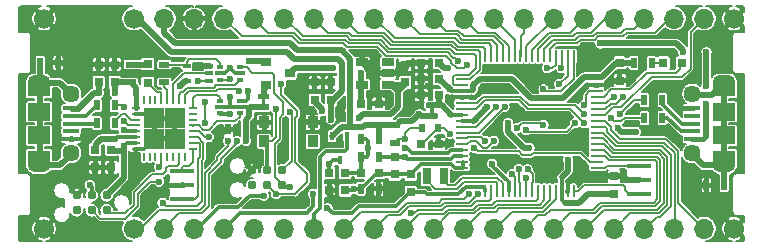
<source format=gtl>
G04 #@! TF.GenerationSoftware,KiCad,Pcbnew,(5.1.5)-3*
G04 #@! TF.CreationDate,2020-05-12T20:49:58+02:00*
G04 #@! TF.ProjectId,TinyK22,54696e79-4b32-4322-9e6b-696361645f70,1.0*
G04 #@! TF.SameCoordinates,Original*
G04 #@! TF.FileFunction,Copper,L1,Top*
G04 #@! TF.FilePolarity,Positive*
%FSLAX46Y46*%
G04 Gerber Fmt 4.6, Leading zero omitted, Abs format (unit mm)*
G04 Created by KiCad (PCBNEW (5.1.5)-3) date 2020-05-12 20:49:58*
%MOMM*%
%LPD*%
G04 APERTURE LIST*
%ADD10C,0.100000*%
%ADD11R,0.900000X1.000000*%
%ADD12R,0.800000X0.800000*%
%ADD13R,0.600000X0.700000*%
%ADD14C,0.787400*%
%ADD15C,1.700000*%
%ADD16O,1.700000X1.700000*%
%ADD17R,0.500000X0.900000*%
%ADD18R,0.900000X0.800000*%
%ADD19R,0.500000X0.375000*%
%ADD20R,0.650000X0.300000*%
%ADD21R,0.650000X0.400000*%
%ADD22R,0.450000X0.700000*%
%ADD23R,0.800000X0.750000*%
%ADD24R,1.350000X0.400000*%
%ADD25C,1.450000*%
%ADD26O,1.900000X1.200000*%
%ADD27R,1.900000X1.500000*%
%ADD28R,1.900000X1.200000*%
%ADD29R,2.000000X0.400000*%
%ADD30R,1.060000X0.650000*%
%ADD31R,0.900000X0.500000*%
%ADD32R,0.750000X0.800000*%
%ADD33R,0.250000X1.000000*%
%ADD34R,1.000000X0.250000*%
%ADD35R,0.750000X1.400000*%
%ADD36R,1.725000X1.725000*%
%ADD37R,0.250000X0.700000*%
%ADD38R,0.700000X0.250000*%
%ADD39C,0.600000*%
%ADD40C,0.300000*%
%ADD41C,0.500000*%
%ADD42C,0.150000*%
%ADD43C,0.400000*%
G04 APERTURE END LIST*
D10*
G36*
X21150000Y-8000000D02*
G01*
X21150000Y-8800000D01*
X20850000Y-8800000D01*
X20850000Y-8000000D01*
X21150000Y-8000000D01*
G37*
G36*
X35400000Y-8750000D02*
G01*
X35400000Y-9550000D01*
X35100000Y-9550000D01*
X35100000Y-8750000D01*
X35400000Y-8750000D01*
G37*
D11*
X21050000Y-10150000D03*
X25150000Y-10150000D03*
X25150000Y-11750000D03*
X21050000Y-11750000D03*
D12*
X11195000Y-6800000D03*
X11195000Y-5200000D03*
X56450000Y-5100000D03*
X54850000Y-5100000D03*
D13*
X35800000Y-10650000D03*
X34400000Y-10650000D03*
D14*
X5180000Y-17585000D03*
X5180000Y-16315000D03*
X6450000Y-17585000D03*
X6450000Y-16315000D03*
X7720000Y-17585000D03*
X7720000Y-16315000D03*
X20030000Y-15485000D03*
X20030000Y-14215000D03*
X21300000Y-15485000D03*
X21300000Y-14215000D03*
X22570000Y-15485000D03*
X22570000Y-14215000D03*
D15*
X10045000Y-1360000D03*
D16*
X12585000Y-1360000D03*
X15125000Y-1360000D03*
X17665000Y-1360000D03*
X20205000Y-1360000D03*
X22745000Y-1360000D03*
X25285000Y-1360000D03*
X27825000Y-1360000D03*
X30365000Y-1360000D03*
X32905000Y-1360000D03*
X35445000Y-1360000D03*
X37985000Y-1360000D03*
X40525000Y-1360000D03*
X43065000Y-1360000D03*
X45605000Y-1360000D03*
X48145000Y-1360000D03*
X50685000Y-1360000D03*
X53225000Y-1360000D03*
X55765000Y-1360000D03*
X58305000Y-1360000D03*
D15*
X60845000Y-1360000D03*
X60845000Y-19140000D03*
D16*
X58305000Y-19140000D03*
X55765000Y-19140000D03*
X53225000Y-19140000D03*
X50685000Y-19140000D03*
X48145000Y-19140000D03*
X45605000Y-19140000D03*
X43065000Y-19140000D03*
X40525000Y-19140000D03*
X37985000Y-19140000D03*
X35445000Y-19140000D03*
X32905000Y-19140000D03*
X30365000Y-19140000D03*
X27825000Y-19140000D03*
X25285000Y-19140000D03*
X22745000Y-19140000D03*
X20205000Y-19140000D03*
X17665000Y-19140000D03*
X15125000Y-19140000D03*
X12585000Y-19140000D03*
D15*
X10045000Y-19140000D03*
X2425000Y-1350000D03*
X2425000Y-19140000D03*
G04 #@! TA.AperFunction,SMDPad,CuDef*
D10*
G36*
X21387252Y-7700602D02*
G01*
X21399386Y-7702402D01*
X21411286Y-7705382D01*
X21422835Y-7709515D01*
X21433925Y-7714760D01*
X21444446Y-7721066D01*
X21454299Y-7728374D01*
X21463388Y-7736612D01*
X21471626Y-7745701D01*
X21478934Y-7755554D01*
X21485240Y-7766075D01*
X21490485Y-7777165D01*
X21494618Y-7788714D01*
X21497598Y-7800614D01*
X21499398Y-7812748D01*
X21500000Y-7825000D01*
X21500000Y-8075000D01*
X21499398Y-8087252D01*
X21497598Y-8099386D01*
X21494618Y-8111286D01*
X21490485Y-8122835D01*
X21485240Y-8133925D01*
X21478934Y-8144446D01*
X21471626Y-8154299D01*
X21463388Y-8163388D01*
X21454299Y-8171626D01*
X21444446Y-8178934D01*
X21433925Y-8185240D01*
X21422835Y-8190485D01*
X21411286Y-8194618D01*
X21399386Y-8197598D01*
X21387252Y-8199398D01*
X21375000Y-8200000D01*
X20625000Y-8200000D01*
X20612748Y-8199398D01*
X20600614Y-8197598D01*
X20588714Y-8194618D01*
X20577165Y-8190485D01*
X20566075Y-8185240D01*
X20555554Y-8178934D01*
X20545701Y-8171626D01*
X20536612Y-8163388D01*
X20528374Y-8154299D01*
X20521066Y-8144446D01*
X20514760Y-8133925D01*
X20509515Y-8122835D01*
X20505382Y-8111286D01*
X20502402Y-8099386D01*
X20500602Y-8087252D01*
X20500000Y-8075000D01*
X20500000Y-7825000D01*
X20500602Y-7812748D01*
X20502402Y-7800614D01*
X20505382Y-7788714D01*
X20509515Y-7777165D01*
X20514760Y-7766075D01*
X20521066Y-7755554D01*
X20528374Y-7745701D01*
X20536612Y-7736612D01*
X20545701Y-7728374D01*
X20555554Y-7721066D01*
X20566075Y-7714760D01*
X20577165Y-7709515D01*
X20588714Y-7705382D01*
X20600614Y-7702402D01*
X20612748Y-7700602D01*
X20625000Y-7700000D01*
X21375000Y-7700000D01*
X21387252Y-7700602D01*
G37*
G04 #@! TD.AperFunction*
G04 #@! TA.AperFunction,SMDPad,CuDef*
G36*
X21387252Y-8600602D02*
G01*
X21399386Y-8602402D01*
X21411286Y-8605382D01*
X21422835Y-8609515D01*
X21433925Y-8614760D01*
X21444446Y-8621066D01*
X21454299Y-8628374D01*
X21463388Y-8636612D01*
X21471626Y-8645701D01*
X21478934Y-8655554D01*
X21485240Y-8666075D01*
X21490485Y-8677165D01*
X21494618Y-8688714D01*
X21497598Y-8700614D01*
X21499398Y-8712748D01*
X21500000Y-8725000D01*
X21500000Y-8975000D01*
X21499398Y-8987252D01*
X21497598Y-8999386D01*
X21494618Y-9011286D01*
X21490485Y-9022835D01*
X21485240Y-9033925D01*
X21478934Y-9044446D01*
X21471626Y-9054299D01*
X21463388Y-9063388D01*
X21454299Y-9071626D01*
X21444446Y-9078934D01*
X21433925Y-9085240D01*
X21422835Y-9090485D01*
X21411286Y-9094618D01*
X21399386Y-9097598D01*
X21387252Y-9099398D01*
X21375000Y-9100000D01*
X20625000Y-9100000D01*
X20612748Y-9099398D01*
X20600614Y-9097598D01*
X20588714Y-9094618D01*
X20577165Y-9090485D01*
X20566075Y-9085240D01*
X20555554Y-9078934D01*
X20545701Y-9071626D01*
X20536612Y-9063388D01*
X20528374Y-9054299D01*
X20521066Y-9044446D01*
X20514760Y-9033925D01*
X20509515Y-9022835D01*
X20505382Y-9011286D01*
X20502402Y-8999386D01*
X20500602Y-8987252D01*
X20500000Y-8975000D01*
X20500000Y-8725000D01*
X20500602Y-8712748D01*
X20502402Y-8700614D01*
X20505382Y-8688714D01*
X20509515Y-8677165D01*
X20514760Y-8666075D01*
X20521066Y-8655554D01*
X20528374Y-8645701D01*
X20536612Y-8636612D01*
X20545701Y-8628374D01*
X20555554Y-8621066D01*
X20566075Y-8614760D01*
X20577165Y-8609515D01*
X20588714Y-8605382D01*
X20600614Y-8602402D01*
X20612748Y-8600602D01*
X20625000Y-8600000D01*
X21375000Y-8600000D01*
X21387252Y-8600602D01*
G37*
G04 #@! TD.AperFunction*
G04 #@! TA.AperFunction,SMDPad,CuDef*
G36*
X35637252Y-8450602D02*
G01*
X35649386Y-8452402D01*
X35661286Y-8455382D01*
X35672835Y-8459515D01*
X35683925Y-8464760D01*
X35694446Y-8471066D01*
X35704299Y-8478374D01*
X35713388Y-8486612D01*
X35721626Y-8495701D01*
X35728934Y-8505554D01*
X35735240Y-8516075D01*
X35740485Y-8527165D01*
X35744618Y-8538714D01*
X35747598Y-8550614D01*
X35749398Y-8562748D01*
X35750000Y-8575000D01*
X35750000Y-8825000D01*
X35749398Y-8837252D01*
X35747598Y-8849386D01*
X35744618Y-8861286D01*
X35740485Y-8872835D01*
X35735240Y-8883925D01*
X35728934Y-8894446D01*
X35721626Y-8904299D01*
X35713388Y-8913388D01*
X35704299Y-8921626D01*
X35694446Y-8928934D01*
X35683925Y-8935240D01*
X35672835Y-8940485D01*
X35661286Y-8944618D01*
X35649386Y-8947598D01*
X35637252Y-8949398D01*
X35625000Y-8950000D01*
X34875000Y-8950000D01*
X34862748Y-8949398D01*
X34850614Y-8947598D01*
X34838714Y-8944618D01*
X34827165Y-8940485D01*
X34816075Y-8935240D01*
X34805554Y-8928934D01*
X34795701Y-8921626D01*
X34786612Y-8913388D01*
X34778374Y-8904299D01*
X34771066Y-8894446D01*
X34764760Y-8883925D01*
X34759515Y-8872835D01*
X34755382Y-8861286D01*
X34752402Y-8849386D01*
X34750602Y-8837252D01*
X34750000Y-8825000D01*
X34750000Y-8575000D01*
X34750602Y-8562748D01*
X34752402Y-8550614D01*
X34755382Y-8538714D01*
X34759515Y-8527165D01*
X34764760Y-8516075D01*
X34771066Y-8505554D01*
X34778374Y-8495701D01*
X34786612Y-8486612D01*
X34795701Y-8478374D01*
X34805554Y-8471066D01*
X34816075Y-8464760D01*
X34827165Y-8459515D01*
X34838714Y-8455382D01*
X34850614Y-8452402D01*
X34862748Y-8450602D01*
X34875000Y-8450000D01*
X35625000Y-8450000D01*
X35637252Y-8450602D01*
G37*
G04 #@! TD.AperFunction*
G04 #@! TA.AperFunction,SMDPad,CuDef*
G36*
X35637252Y-9350602D02*
G01*
X35649386Y-9352402D01*
X35661286Y-9355382D01*
X35672835Y-9359515D01*
X35683925Y-9364760D01*
X35694446Y-9371066D01*
X35704299Y-9378374D01*
X35713388Y-9386612D01*
X35721626Y-9395701D01*
X35728934Y-9405554D01*
X35735240Y-9416075D01*
X35740485Y-9427165D01*
X35744618Y-9438714D01*
X35747598Y-9450614D01*
X35749398Y-9462748D01*
X35750000Y-9475000D01*
X35750000Y-9725000D01*
X35749398Y-9737252D01*
X35747598Y-9749386D01*
X35744618Y-9761286D01*
X35740485Y-9772835D01*
X35735240Y-9783925D01*
X35728934Y-9794446D01*
X35721626Y-9804299D01*
X35713388Y-9813388D01*
X35704299Y-9821626D01*
X35694446Y-9828934D01*
X35683925Y-9835240D01*
X35672835Y-9840485D01*
X35661286Y-9844618D01*
X35649386Y-9847598D01*
X35637252Y-9849398D01*
X35625000Y-9850000D01*
X34875000Y-9850000D01*
X34862748Y-9849398D01*
X34850614Y-9847598D01*
X34838714Y-9844618D01*
X34827165Y-9840485D01*
X34816075Y-9835240D01*
X34805554Y-9828934D01*
X34795701Y-9821626D01*
X34786612Y-9813388D01*
X34778374Y-9804299D01*
X34771066Y-9794446D01*
X34764760Y-9783925D01*
X34759515Y-9772835D01*
X34755382Y-9761286D01*
X34752402Y-9749386D01*
X34750602Y-9737252D01*
X34750000Y-9725000D01*
X34750000Y-9475000D01*
X34750602Y-9462748D01*
X34752402Y-9450614D01*
X34755382Y-9438714D01*
X34759515Y-9427165D01*
X34764760Y-9416075D01*
X34771066Y-9405554D01*
X34778374Y-9395701D01*
X34786612Y-9386612D01*
X34795701Y-9378374D01*
X34805554Y-9371066D01*
X34816075Y-9364760D01*
X34827165Y-9359515D01*
X34838714Y-9355382D01*
X34850614Y-9352402D01*
X34862748Y-9350602D01*
X34875000Y-9350000D01*
X35625000Y-9350000D01*
X35637252Y-9350602D01*
G37*
G04 #@! TD.AperFunction*
D17*
X3600000Y-5100000D03*
X2100000Y-5100000D03*
X58500000Y-15450000D03*
X60000000Y-15450000D03*
X29250000Y-15750000D03*
X30750000Y-15750000D03*
X29250000Y-11550000D03*
X30750000Y-11550000D03*
D18*
X23200000Y-6000000D03*
X21200000Y-6950000D03*
X21200000Y-5050000D03*
D19*
X19000000Y-5462500D03*
X19000000Y-6537500D03*
D20*
X17225000Y-6000000D03*
X19075000Y-6000000D03*
D19*
X17300000Y-6537500D03*
X17300000Y-5462500D03*
D21*
X14500000Y-6650000D03*
X14500000Y-5350000D03*
X16400000Y-6000000D03*
X16400000Y-5350000D03*
X16400000Y-6650000D03*
D22*
X27450000Y-13300000D03*
X26800000Y-11300000D03*
X28100000Y-11300000D03*
D23*
X34350000Y-5100000D03*
X35850000Y-5100000D03*
D24*
X4700000Y-8950000D03*
D25*
X4700000Y-7750000D03*
X4700000Y-12750000D03*
D26*
X2000000Y-13750000D03*
D27*
X2000000Y-11250000D03*
X2000000Y-9250000D03*
D26*
X2000000Y-6750000D03*
D28*
X2000000Y-13150000D03*
X2000000Y-7350000D03*
D24*
X4700000Y-9600000D03*
X4700000Y-10250000D03*
X4700000Y-10900000D03*
X4700000Y-11550000D03*
X57300000Y-11550000D03*
D25*
X57300000Y-12750000D03*
X57300000Y-7750000D03*
D26*
X60000000Y-6750000D03*
D27*
X60000000Y-9250000D03*
X60000000Y-11250000D03*
D26*
X60000000Y-13750000D03*
D28*
X60000000Y-7350000D03*
X60000000Y-13150000D03*
D24*
X57300000Y-10900000D03*
X57300000Y-10250000D03*
X57300000Y-9600000D03*
X57300000Y-8950000D03*
D29*
X52800000Y-13800000D03*
X52800000Y-15000000D03*
X52800000Y-16200000D03*
X14100000Y-16650000D03*
X14100000Y-15450000D03*
X14100000Y-14250000D03*
D30*
X29350000Y-6950000D03*
X29350000Y-5050000D03*
X31550000Y-5050000D03*
X31550000Y-6000000D03*
X31550000Y-6950000D03*
D17*
X53850000Y-5100000D03*
X52350000Y-5100000D03*
X54750000Y-9750000D03*
X53250000Y-9750000D03*
X53250000Y-8250000D03*
X54750000Y-8250000D03*
D31*
X32100000Y-11850000D03*
X32100000Y-10350000D03*
D17*
X30750000Y-13050000D03*
X29250000Y-13050000D03*
X19500000Y-10740000D03*
X18000000Y-10740000D03*
D31*
X9750000Y-5250000D03*
X9750000Y-6750000D03*
X12600000Y-5250000D03*
X12600000Y-6750000D03*
D17*
X6900000Y-8700000D03*
X8400000Y-8700000D03*
X8400000Y-10200000D03*
X6900000Y-10200000D03*
D32*
X33450000Y-14550000D03*
X33450000Y-16050000D03*
D23*
X34350000Y-7800000D03*
X35850000Y-7800000D03*
D32*
X51150000Y-6600000D03*
X51150000Y-5100000D03*
X32100000Y-14550000D03*
X32100000Y-13050000D03*
D23*
X35850000Y-12000000D03*
X34350000Y-12000000D03*
D32*
X50700000Y-16200000D03*
X50700000Y-14700000D03*
D23*
X34350000Y-6450000D03*
X35850000Y-6450000D03*
D32*
X33000000Y-5250000D03*
X33000000Y-6750000D03*
D23*
X30750000Y-14400000D03*
X29250000Y-14400000D03*
D32*
X27900000Y-15900000D03*
X27900000Y-14400000D03*
X25350000Y-6750000D03*
X25350000Y-8250000D03*
D23*
X30750000Y-8550000D03*
X29250000Y-8550000D03*
D32*
X26700000Y-6750000D03*
X26700000Y-8250000D03*
X8400000Y-5250000D03*
X8400000Y-6750000D03*
X6750000Y-13950000D03*
X6750000Y-12450000D03*
X7050000Y-5250000D03*
X7050000Y-6750000D03*
X8100000Y-13950000D03*
X8100000Y-12450000D03*
X26550000Y-15900000D03*
X26550000Y-14400000D03*
D19*
X17300000Y-9387500D03*
X17300000Y-8312500D03*
D20*
X19075000Y-8850000D03*
X17225000Y-8850000D03*
D19*
X19000000Y-8312500D03*
X19000000Y-9387500D03*
D33*
X39750000Y-4550000D03*
X40250000Y-4550000D03*
X40750000Y-4550000D03*
X41250000Y-4550000D03*
X41750000Y-4550000D03*
X42250000Y-4550000D03*
X42750000Y-4550000D03*
X43250000Y-4550000D03*
X43750000Y-4550000D03*
X44250000Y-4550000D03*
X44750000Y-4550000D03*
X45250000Y-4550000D03*
X45750000Y-4550000D03*
X46250000Y-4550000D03*
X46750000Y-4550000D03*
X47250000Y-4550000D03*
D34*
X49200000Y-6500000D03*
X49200000Y-7000000D03*
X49200000Y-7500000D03*
X49200000Y-8000000D03*
X49200000Y-8500000D03*
X49200000Y-9000000D03*
X49200000Y-9500000D03*
X49200000Y-10000000D03*
X49200000Y-10500000D03*
X49200000Y-11000000D03*
X49200000Y-11500000D03*
X49200000Y-12000000D03*
X49200000Y-12500000D03*
X49200000Y-13000000D03*
X49200000Y-13500000D03*
X49200000Y-14000000D03*
D33*
X47250000Y-15950000D03*
X46750000Y-15950000D03*
X46250000Y-15950000D03*
X45750000Y-15950000D03*
X45250000Y-15950000D03*
X44750000Y-15950000D03*
X44250000Y-15950000D03*
X43750000Y-15950000D03*
X43250000Y-15950000D03*
X42750000Y-15950000D03*
X42250000Y-15950000D03*
X41750000Y-15950000D03*
X41250000Y-15950000D03*
X40750000Y-15950000D03*
X40250000Y-15950000D03*
X39750000Y-15950000D03*
D34*
X37800000Y-14000000D03*
X37800000Y-13500000D03*
X37800000Y-13000000D03*
X37800000Y-12500000D03*
X37800000Y-12000000D03*
X37800000Y-11500000D03*
X37800000Y-11000000D03*
X37800000Y-10500000D03*
X37800000Y-10000000D03*
X37800000Y-9500000D03*
X37800000Y-9000000D03*
X37800000Y-8500000D03*
X37800000Y-8000000D03*
X37800000Y-7500000D03*
X37800000Y-7000000D03*
X37800000Y-6500000D03*
D35*
X34825000Y-14700000D03*
X36275000Y-14700000D03*
D36*
X11737500Y-9787500D03*
X11737500Y-11512500D03*
X13462500Y-9787500D03*
X13462500Y-11512500D03*
D37*
X10850000Y-8250000D03*
X11350000Y-8250000D03*
X11850000Y-8250000D03*
X12350000Y-8250000D03*
X12850000Y-8250000D03*
X13350000Y-8250000D03*
X13850000Y-8250000D03*
X14350000Y-8250000D03*
D38*
X15000000Y-8900000D03*
X15000000Y-9400000D03*
X15000000Y-9900000D03*
X15000000Y-10400000D03*
X15000000Y-10900000D03*
X15000000Y-11400000D03*
X15000000Y-11900000D03*
X15000000Y-12400000D03*
D37*
X14350000Y-13050000D03*
X13850000Y-13050000D03*
X13350000Y-13050000D03*
X12850000Y-13050000D03*
X12350000Y-13050000D03*
X11850000Y-13050000D03*
X11350000Y-13050000D03*
X10850000Y-13050000D03*
D38*
X10200000Y-12400000D03*
X10200000Y-11900000D03*
X10200000Y-11400000D03*
X10200000Y-10900000D03*
X10200000Y-10400000D03*
X10200000Y-9900000D03*
X10200000Y-9400000D03*
X10200000Y-8900000D03*
D39*
X29250000Y-6000000D03*
X26850000Y-5550000D03*
X26550000Y-13650000D03*
X40350000Y-13650000D03*
X28650000Y-15750000D03*
X25200000Y-16200000D03*
X33000000Y-13050000D03*
X21000000Y-16350000D03*
X26400000Y-17400000D03*
X9150000Y-10050000D03*
X9150000Y-8850000D03*
X33000000Y-11550000D03*
X18150000Y-9450000D03*
X22050000Y-9000000D03*
X47400000Y-10200000D03*
X48150000Y-8700000D03*
X18900000Y-7500000D03*
X43200000Y-10800000D03*
X22050000Y-16200000D03*
X18150000Y-6450000D03*
X22500000Y-6900000D03*
X42000000Y-14550000D03*
X51150000Y-9450000D03*
X48150000Y-9450000D03*
X50400000Y-9750000D03*
X48150000Y-10200000D03*
X40650000Y-8850000D03*
X37500000Y-4950000D03*
X41400000Y-8850000D03*
X38250000Y-5250000D03*
X18000000Y-11700000D03*
X39750000Y-11700000D03*
X18750000Y-11700000D03*
X40500000Y-11700000D03*
X33450000Y-17850000D03*
X38400000Y-16200000D03*
X42600000Y-14100000D03*
X39150000Y-16200000D03*
X43200000Y-14850000D03*
X51450000Y-7950000D03*
X50700000Y-7950000D03*
X46050000Y-6900000D03*
X46200000Y-5550000D03*
X45000000Y-5550000D03*
X23250000Y-15600000D03*
X43350000Y-14100000D03*
X49800000Y-14700000D03*
X43650000Y-6750000D03*
X3450000Y-10200000D03*
X56550000Y-3000000D03*
X57750000Y-3000000D03*
X55650000Y-4200000D03*
X53100000Y-4200000D03*
X59945000Y-4200000D03*
X50250000Y-6750000D03*
X54600000Y-6900000D03*
X55800000Y-6900000D03*
X41250000Y-13650000D03*
X52500000Y-6000000D03*
X47700000Y-7800000D03*
X36750000Y-8250000D03*
X36750000Y-11850000D03*
X42150000Y-8850000D03*
X41550000Y-11850000D03*
X33450000Y-7800000D03*
X29400000Y-4350000D03*
X30450000Y-6150000D03*
X33000000Y-9300000D03*
X30000000Y-16500000D03*
X31500000Y-16500000D03*
X27170000Y-16800000D03*
X28500000Y-16800000D03*
X24300000Y-13050000D03*
X24450000Y-16950000D03*
X21300000Y-17100000D03*
X20100000Y-17100000D03*
X24300000Y-10200000D03*
X14400000Y-2700000D03*
X15750000Y-2700000D03*
X17250000Y-11700000D03*
X18750000Y-10800000D03*
X20250000Y-10950000D03*
X19200000Y-14850000D03*
X20250000Y-13350000D03*
X17250000Y-10800000D03*
X12750000Y-16050000D03*
X10195999Y-13500000D03*
X15450000Y-5400000D03*
X11850000Y-6000000D03*
X13650000Y-5850000D03*
X7050000Y-4350000D03*
X8400000Y-4350000D03*
X11250000Y-13950000D03*
X11737500Y-9787500D03*
X13462500Y-9787500D03*
X11737500Y-11512500D03*
X13462500Y-11512500D03*
X4350000Y-5100000D03*
X6000000Y-11400000D03*
X57750000Y-15450000D03*
X57150000Y-17100000D03*
X13800000Y-2250000D03*
X16350000Y-2250000D03*
X3450000Y-12150000D03*
X5850000Y-13950000D03*
X6750000Y-14850000D03*
X8100000Y-14850000D03*
X23250000Y-16950000D03*
X24000000Y-6750000D03*
X24600000Y-6750000D03*
X31500000Y-7800000D03*
X44550000Y-15000000D03*
X46050000Y-13650000D03*
X34950000Y-7050000D03*
X43800000Y-11550000D03*
X43950000Y-13350000D03*
X44100000Y-9600000D03*
X45300000Y-9600000D03*
X46200000Y-10200000D03*
X46200000Y-12000000D03*
X47700000Y-13350000D03*
X47700000Y-12150000D03*
X40800000Y-7200000D03*
X41700000Y-7200000D03*
X41700000Y-5700000D03*
X40800000Y-5700000D03*
X48750000Y-4050000D03*
X45000000Y-6450000D03*
X48450000Y-5550000D03*
X49350000Y-5550000D03*
X39600000Y-14250000D03*
X37200000Y-14700000D03*
X38850000Y-13050000D03*
X47700000Y-14400000D03*
X54600000Y-10800000D03*
X55800000Y-11250000D03*
X55800000Y-8550000D03*
X25200000Y-14250000D03*
X16500000Y-13200000D03*
X17550000Y-14100000D03*
X18300000Y-14850000D03*
X58500000Y-3000000D03*
X59400000Y-2250000D03*
X58500000Y-17700000D03*
X59550000Y-18150000D03*
X59250000Y-16200000D03*
X39900000Y-8850000D03*
X36600000Y-5550000D03*
X32400000Y-7500000D03*
X29100000Y-9750000D03*
X26700000Y-9900000D03*
X46800000Y-13350000D03*
X36750000Y-7350000D03*
X34200000Y-9450000D03*
X28350000Y-9150000D03*
X25950000Y-9150000D03*
X52500000Y-10950000D03*
X23250000Y-9300000D03*
X43500000Y-12300000D03*
X41700000Y-10200000D03*
X51000000Y-10650000D03*
X58500000Y-8550000D03*
X56550000Y-4200000D03*
X49500000Y-3450000D03*
X19800000Y-4950000D03*
X58500000Y-7050000D03*
X58500000Y-4200000D03*
X33000000Y-12300000D03*
X29850000Y-12300000D03*
X18150000Y-7950000D03*
X18150000Y-5550000D03*
X7050000Y-7650000D03*
X19500000Y-11700000D03*
X13950000Y-7050000D03*
X10200000Y-7650000D03*
X8400000Y-7650000D03*
X9150000Y-10800000D03*
X9150000Y-12150000D03*
X12150000Y-13950000D03*
X12150000Y-15150000D03*
X5250000Y-15450000D03*
X3450000Y-16950000D03*
X8700000Y-18900000D03*
X22650000Y-13350000D03*
X4650000Y-18900000D03*
X9900000Y-14850000D03*
X9450000Y-16050000D03*
X11400000Y-17550000D03*
X8400000Y-11550000D03*
X12450000Y-16950000D03*
X6300000Y-15450000D03*
X16050000Y-8400000D03*
X16350000Y-11400000D03*
X16050000Y-10200000D03*
X15450000Y-6600000D03*
X44700000Y-10350000D03*
X44700000Y-7350000D03*
X19650000Y-7500000D03*
X42450000Y-10650000D03*
X36750000Y-11100000D03*
X38850000Y-12300000D03*
D40*
X29270000Y-8565000D02*
X29195000Y-8640000D01*
D41*
X29270000Y-6020000D02*
X29270000Y-8565000D01*
X29250000Y-6000000D02*
X29270000Y-6020000D01*
X23650000Y-5550000D02*
X23200000Y-6000000D01*
X26850000Y-5550000D02*
X23650000Y-5550000D01*
D40*
X26870000Y-13330000D02*
X27285000Y-13330000D01*
X26550000Y-13650000D02*
X26870000Y-13330000D01*
X26550000Y-13650000D02*
X26550000Y-14400000D01*
X40350000Y-13650000D02*
X40350000Y-13800000D01*
X41750000Y-15200000D02*
X41750000Y-15950000D01*
X40350000Y-13800000D02*
X41750000Y-15200000D01*
X23345000Y-17790000D02*
X21980000Y-17790000D01*
X21980000Y-17790000D02*
X19015000Y-17790000D01*
X19015000Y-17790000D02*
X17665000Y-19140000D01*
X37845000Y-13990000D02*
X37245000Y-13990000D01*
X36905000Y-13650000D02*
X34350000Y-13650000D01*
X30900000Y-14550000D02*
X30750000Y-14400000D01*
X37845000Y-13490000D02*
X37845000Y-13990000D01*
X37245000Y-13990000D02*
X36905000Y-13650000D01*
X33450000Y-14550000D02*
X30900000Y-14550000D01*
X34350000Y-13650000D02*
X33450000Y-14550000D01*
X30600000Y-14400000D02*
X29250000Y-15750000D01*
X30750000Y-14400000D02*
X30600000Y-14400000D01*
X28650000Y-15750000D02*
X29250000Y-15750000D01*
X28500000Y-15900000D02*
X27900000Y-15900000D01*
X28650000Y-15750000D02*
X28500000Y-15900000D01*
X24660000Y-17790000D02*
X21980000Y-17790000D01*
X25200000Y-16200000D02*
X25200000Y-17250000D01*
X25200000Y-17250000D02*
X24660000Y-17790000D01*
X32120000Y-12990000D02*
X31970000Y-13140000D01*
X37085000Y-13000000D02*
X37800000Y-13000000D01*
X36885000Y-13200000D02*
X37085000Y-13000000D01*
X33000000Y-13050000D02*
X33150000Y-13200000D01*
X33150000Y-13200000D02*
X36885000Y-13200000D01*
X32135000Y-13050000D02*
X33000000Y-13050000D01*
X30785000Y-13050000D02*
X32135000Y-13050000D01*
X15395000Y-19140000D02*
X15125000Y-19140000D01*
X21000000Y-16350000D02*
X19820004Y-16350000D01*
X19820004Y-16350000D02*
X18830004Y-17340000D01*
X18830004Y-17340000D02*
X17195000Y-17340000D01*
X17195000Y-17340000D02*
X15395000Y-19140000D01*
D41*
X35850000Y-8700000D02*
X35250000Y-8700000D01*
X35850000Y-7800000D02*
X35850000Y-8700000D01*
D42*
X36905000Y-9500000D02*
X36895000Y-9490000D01*
D41*
X36105000Y-8700000D02*
X36905000Y-9500000D01*
X35250000Y-8700000D02*
X36105000Y-8700000D01*
D40*
X37800000Y-9500000D02*
X36905000Y-9500000D01*
X26850000Y-17850000D02*
X26400000Y-17400000D01*
X39600000Y-15600000D02*
X38100000Y-15600000D01*
X38100000Y-15600000D02*
X37500000Y-16200000D01*
X29100000Y-17250000D02*
X28500000Y-17850000D01*
X39750000Y-15950000D02*
X39750000Y-15750000D01*
X39750000Y-15750000D02*
X39600000Y-15600000D01*
X37500000Y-16200000D02*
X34800000Y-16200000D01*
X34665000Y-16065000D02*
X33395000Y-16065000D01*
X34800000Y-16200000D02*
X34665000Y-16065000D01*
X33395000Y-16065000D02*
X32210000Y-17250000D01*
X32210000Y-17250000D02*
X29100000Y-17250000D01*
X28500000Y-17850000D02*
X26850000Y-17850000D01*
D42*
X11145000Y-5250000D02*
X11195000Y-5200000D01*
D41*
X9750000Y-5250000D02*
X11145000Y-5250000D01*
D42*
X12350000Y-7695000D02*
X12350000Y-8250000D01*
X12245000Y-7590000D02*
X12350000Y-7695000D01*
X11945000Y-7590000D02*
X12245000Y-7590000D01*
X11195000Y-6800000D02*
X11195000Y-6840000D01*
X11195000Y-6840000D02*
X11945000Y-7590000D01*
D40*
X25595000Y-18830000D02*
X25285000Y-19140000D01*
X25285000Y-17937919D02*
X25285000Y-19140000D01*
X25800000Y-17422919D02*
X25285000Y-17937919D01*
X28100000Y-12400000D02*
X27900000Y-12600000D01*
X28100000Y-11300000D02*
X28100000Y-12400000D01*
X27900000Y-12600000D02*
X26285000Y-12600000D01*
X25800000Y-13085000D02*
X25800000Y-17422919D01*
X26285000Y-12600000D02*
X25800000Y-13085000D01*
D42*
X9300000Y-9450000D02*
X9750000Y-9900000D01*
X9000000Y-9450000D02*
X9300000Y-9450000D01*
X8400000Y-10200000D02*
X8400000Y-10050000D01*
X9750000Y-9900000D02*
X10200000Y-9900000D01*
X8400000Y-10050000D02*
X9000000Y-9450000D01*
X9150000Y-8850000D02*
X9000000Y-8700000D01*
X9000000Y-8700000D02*
X8400000Y-8700000D01*
X9500000Y-10400000D02*
X10200000Y-10400000D01*
X9150000Y-10050000D02*
X9500000Y-10400000D01*
X14700000Y-13800000D02*
X15000000Y-13500000D01*
X15000000Y-13500000D02*
X15000000Y-12400000D01*
X14100000Y-14250000D02*
X14100000Y-13950000D01*
X14250000Y-13800000D02*
X14700000Y-13800000D01*
X14100000Y-13950000D02*
X14250000Y-13800000D01*
X15185000Y-16650000D02*
X14100000Y-16650000D01*
X15450000Y-16385000D02*
X15185000Y-16650000D01*
X15500000Y-11900000D02*
X15600000Y-12000000D01*
X15600000Y-12000000D02*
X15600000Y-13085000D01*
X15000000Y-11900000D02*
X15500000Y-11900000D01*
X15600000Y-13085000D02*
X15450000Y-13235000D01*
X15450000Y-13235000D02*
X15450000Y-16385000D01*
X32295000Y-11890000D02*
X32095000Y-11890000D01*
X32095000Y-11890000D02*
X32045000Y-11940000D01*
X32195000Y-11790000D02*
X32045000Y-11940000D01*
X33000000Y-11550000D02*
X33000000Y-11040000D01*
X33390000Y-10650000D02*
X34400000Y-10650000D01*
X33000000Y-11040000D02*
X33390000Y-10650000D01*
X32400000Y-11550000D02*
X32100000Y-11850000D01*
X33000000Y-11550000D02*
X32400000Y-11550000D01*
D40*
X17307500Y-9450000D02*
X17245000Y-9387500D01*
X18150000Y-9450000D02*
X17307500Y-9450000D01*
X21050000Y-11750000D02*
X21300000Y-12000000D01*
X21300000Y-12000000D02*
X21300000Y-14215000D01*
D42*
X22050000Y-11385000D02*
X21685000Y-11750000D01*
X21685000Y-11750000D02*
X21050000Y-11750000D01*
X22050000Y-9000000D02*
X22050000Y-11385000D01*
X48585000Y-7500000D02*
X49200000Y-7500000D01*
X48300000Y-7785000D02*
X48585000Y-7500000D01*
X48150000Y-8700000D02*
X48300000Y-8550000D01*
X48300000Y-8550000D02*
X48300000Y-7785000D01*
X14350000Y-7850000D02*
X14350000Y-8250000D01*
X18690000Y-7290000D02*
X17160000Y-7290000D01*
X16950000Y-7500000D02*
X14700000Y-7500000D01*
X18900000Y-7500000D02*
X18690000Y-7290000D01*
X17160000Y-7290000D02*
X16950000Y-7500000D01*
X14700000Y-7500000D02*
X14350000Y-7850000D01*
X43350000Y-10950000D02*
X46650000Y-10950000D01*
X43200000Y-10800000D02*
X43350000Y-10950000D01*
X46650000Y-10950000D02*
X47400000Y-10200000D01*
D40*
X21325000Y-15390000D02*
X21325000Y-15620000D01*
X21980000Y-16200000D02*
X22050000Y-16200000D01*
D42*
X18062500Y-6537500D02*
X17300000Y-6537500D01*
X18150000Y-6450000D02*
X18062500Y-6537500D01*
X42000000Y-14550000D02*
X42250000Y-14800000D01*
X42250000Y-14800000D02*
X42250000Y-15950000D01*
X21325000Y-15475000D02*
X22050000Y-16200000D01*
X21325000Y-15390000D02*
X21325000Y-15475000D01*
X23700000Y-16200000D02*
X22050000Y-16200000D01*
X24695000Y-15205000D02*
X23700000Y-16200000D01*
X24695000Y-14495000D02*
X24695000Y-15205000D01*
X23700000Y-13500000D02*
X24695000Y-14495000D01*
X22500000Y-7800000D02*
X23850000Y-9150000D01*
X23700000Y-9750000D02*
X23700000Y-13500000D01*
X22500000Y-6900000D02*
X22500000Y-7800000D01*
X23850000Y-9150000D02*
X23850000Y-9600000D01*
X23850000Y-9600000D02*
X23700000Y-9750000D01*
X38500000Y-6500000D02*
X37800000Y-6500000D01*
X28500000Y-2850000D02*
X31055000Y-2850000D01*
X25285000Y-1360000D02*
X26475000Y-2550000D01*
X26475000Y-2550000D02*
X28200000Y-2550000D01*
X31055000Y-2850000D02*
X31805000Y-3600000D01*
X36900000Y-3600000D02*
X37350000Y-4050000D01*
X28200000Y-2550000D02*
X28500000Y-2850000D01*
X31805000Y-3600000D02*
X36900000Y-3600000D01*
X39150000Y-4050000D02*
X39300000Y-4200000D01*
X37350000Y-4050000D02*
X39150000Y-4050000D01*
X39300000Y-4200000D02*
X39300000Y-5700000D01*
X39300000Y-5700000D02*
X38500000Y-6500000D01*
X22810000Y-1360000D02*
X22745000Y-1360000D01*
X28033222Y-2850000D02*
X24300000Y-2850000D01*
X24300000Y-2850000D02*
X22810000Y-1360000D01*
X31655000Y-3900000D02*
X30905000Y-3150000D01*
X37200000Y-6150000D02*
X38400000Y-6150000D01*
X28333222Y-3150000D02*
X28033222Y-2850000D01*
X30905000Y-3150000D02*
X28333222Y-3150000D01*
X37155000Y-7000000D02*
X37050000Y-6895000D01*
X39000000Y-5550000D02*
X39000000Y-4495000D01*
X37050000Y-6300000D02*
X37200000Y-6150000D01*
X37200000Y-4350000D02*
X36750000Y-3900000D01*
X37050000Y-6895000D02*
X37050000Y-6300000D01*
X37800000Y-7000000D02*
X37155000Y-7000000D01*
X38400000Y-6150000D02*
X39000000Y-5550000D01*
X39000000Y-4495000D02*
X38855000Y-4350000D01*
X38855000Y-4350000D02*
X37200000Y-4350000D01*
X36750000Y-3900000D02*
X31655000Y-3900000D01*
X47400000Y-8700000D02*
X43500000Y-8700000D01*
X39050000Y-8500000D02*
X37800000Y-8500000D01*
X48150000Y-9450000D02*
X47400000Y-8700000D01*
X43500000Y-8700000D02*
X42750000Y-7950000D01*
X42750000Y-7950000D02*
X39600000Y-7950000D01*
X39600000Y-7950000D02*
X39050000Y-8500000D01*
X52367500Y-8250000D02*
X53250000Y-8250000D01*
X51167500Y-9450000D02*
X52367500Y-8250000D01*
X46950000Y-9000000D02*
X48150000Y-10200000D01*
X39000000Y-9000000D02*
X39750000Y-8250000D01*
X37800000Y-9000000D02*
X39000000Y-9000000D01*
X39750000Y-8250000D02*
X42600000Y-8250000D01*
X43350000Y-9000000D02*
X46950000Y-9000000D01*
X42600000Y-8250000D02*
X43350000Y-9000000D01*
X51600000Y-9750000D02*
X53250000Y-9750000D01*
X51300000Y-10050000D02*
X51600000Y-9750000D01*
X50400000Y-9750000D02*
X50700000Y-10050000D01*
X50700000Y-10050000D02*
X51300000Y-10050000D01*
X39000000Y-10500000D02*
X37800000Y-10500000D01*
X40650000Y-8850000D02*
X39000000Y-10500000D01*
X21395000Y-2550000D02*
X20205000Y-1360000D01*
X24150000Y-3150000D02*
X23550000Y-2550000D01*
X27897688Y-3150000D02*
X24150000Y-3150000D01*
X28197688Y-3450000D02*
X27897688Y-3150000D01*
X30755000Y-3450000D02*
X28197688Y-3450000D01*
X37205000Y-4655000D02*
X37055000Y-4655000D01*
X37500000Y-4950000D02*
X37205000Y-4655000D01*
X23550000Y-2550000D02*
X21395000Y-2550000D01*
X37055000Y-4655000D02*
X36600000Y-4200000D01*
X36600000Y-4200000D02*
X31505000Y-4200000D01*
X31505000Y-4200000D02*
X30755000Y-3450000D01*
X39250000Y-11000000D02*
X37800000Y-11000000D01*
X41400000Y-8850000D02*
X39250000Y-11000000D01*
X23400000Y-2850000D02*
X19155000Y-2850000D01*
X36900000Y-5100000D02*
X36900000Y-4950000D01*
X36900000Y-4950000D02*
X36450000Y-4500000D01*
X36450000Y-4500000D02*
X31355000Y-4500000D01*
X19155000Y-2850000D02*
X17665000Y-1360000D01*
X24000000Y-3450000D02*
X23400000Y-2850000D01*
X37350000Y-5550000D02*
X36900000Y-5100000D01*
X31355000Y-4500000D02*
X30605000Y-3750000D01*
X30605000Y-3750000D02*
X28050000Y-3750000D01*
X37950000Y-5550000D02*
X37350000Y-5550000D01*
X27750000Y-3450000D02*
X24000000Y-3450000D01*
X38250000Y-5250000D02*
X37950000Y-5550000D01*
X28050000Y-3750000D02*
X27750000Y-3450000D01*
X39450000Y-11400000D02*
X39750000Y-11700000D01*
X37800000Y-11500000D02*
X38150000Y-11500000D01*
X38250000Y-11400000D02*
X39450000Y-11400000D01*
X38150000Y-11500000D02*
X38250000Y-11400000D01*
X12150000Y-17550000D02*
X10560000Y-19140000D01*
X10560000Y-19140000D02*
X10070000Y-19140000D01*
X15600000Y-17550000D02*
X12150000Y-17550000D01*
X16050000Y-17100000D02*
X15600000Y-17550000D01*
X18000000Y-12150000D02*
X17100000Y-13050000D01*
X17100000Y-13050000D02*
X17100000Y-13350000D01*
X18000000Y-11700000D02*
X18000000Y-12150000D01*
X17100000Y-13350000D02*
X16050000Y-14400000D01*
X16050000Y-14400000D02*
X16050000Y-17100000D01*
X38250000Y-12000000D02*
X37800000Y-12000000D01*
X39900000Y-12300000D02*
X39600000Y-12300000D01*
X40500000Y-11700000D02*
X39900000Y-12300000D01*
X39600000Y-12300000D02*
X39000000Y-11700000D01*
X39000000Y-11700000D02*
X38550000Y-11700000D01*
X38550000Y-11700000D02*
X38250000Y-12000000D01*
X13835000Y-17850000D02*
X12585000Y-19100000D01*
X12585000Y-19100000D02*
X12585000Y-19140000D01*
X18750000Y-11700000D02*
X18750000Y-11850000D01*
X16350000Y-17250000D02*
X15750000Y-17850000D01*
X15750000Y-17850000D02*
X13835000Y-17850000D01*
X16350000Y-14550000D02*
X16350000Y-17250000D01*
X16350000Y-14550000D02*
X17400000Y-13500000D01*
X17400000Y-13500000D02*
X17400000Y-13200000D01*
X18750000Y-11850000D02*
X17400000Y-13200000D01*
X40085000Y-16800000D02*
X40250000Y-16635000D01*
X39003432Y-16800000D02*
X40085000Y-16800000D01*
X38553432Y-17250000D02*
X39003432Y-16800000D01*
X33750000Y-17850000D02*
X34050000Y-17550000D01*
X33450000Y-17850000D02*
X33750000Y-17850000D01*
X34050000Y-17550000D02*
X36150000Y-17550000D01*
X40250000Y-16635000D02*
X40250000Y-15950000D01*
X36450000Y-17250000D02*
X38553432Y-17250000D01*
X36150000Y-17550000D02*
X36450000Y-17250000D01*
X35550000Y-15750000D02*
X34825000Y-15025000D01*
X34825000Y-15025000D02*
X34825000Y-14700000D01*
X40750000Y-15250000D02*
X40650000Y-15150000D01*
X37350000Y-15750000D02*
X35550000Y-15750000D01*
X40750000Y-15950000D02*
X40750000Y-15250000D01*
X40650000Y-15150000D02*
X37950000Y-15150000D01*
X37950000Y-15150000D02*
X37350000Y-15750000D01*
X36425000Y-14850000D02*
X36275000Y-14700000D01*
X36275000Y-15125000D02*
X36275000Y-14700000D01*
X36600000Y-15450000D02*
X36275000Y-15125000D01*
X41250000Y-15300000D02*
X40800000Y-14850000D01*
X41250000Y-15950000D02*
X41250000Y-15300000D01*
X40800000Y-14850000D02*
X37800000Y-14850000D01*
X37800000Y-14850000D02*
X37200000Y-15450000D01*
X37200000Y-15450000D02*
X36600000Y-15450000D01*
X29265000Y-17700000D02*
X27825000Y-19140000D01*
X32400000Y-17700000D02*
X29265000Y-17700000D01*
X37950000Y-16650000D02*
X36150000Y-16650000D01*
X38400000Y-16200000D02*
X37950000Y-16650000D01*
X36150000Y-16650000D02*
X35850000Y-16950000D01*
X35850000Y-16950000D02*
X33150000Y-16950000D01*
X33150000Y-16950000D02*
X32400000Y-17700000D01*
X42750000Y-15300000D02*
X42750000Y-15950000D01*
X42600000Y-14100000D02*
X42600000Y-15150000D01*
X42600000Y-15150000D02*
X42750000Y-15300000D01*
X38400000Y-16950000D02*
X39150000Y-16200000D01*
X31505000Y-18000000D02*
X32550000Y-18000000D01*
X30365000Y-19140000D02*
X31505000Y-18000000D01*
X32550000Y-18000000D02*
X33300000Y-17250000D01*
X33300000Y-17250000D02*
X36000000Y-17250000D01*
X36300000Y-16950000D02*
X38400000Y-16950000D01*
X36000000Y-17250000D02*
X36300000Y-16950000D01*
X43200000Y-14850000D02*
X43250000Y-14900000D01*
X43250000Y-14900000D02*
X43250000Y-15950000D01*
X44250000Y-16650000D02*
X44250000Y-15985000D01*
X36285002Y-17864998D02*
X36600000Y-17550000D01*
X34546156Y-17864019D02*
X34547135Y-17864998D01*
X34547135Y-17864998D02*
X36285002Y-17864998D01*
X38700000Y-17550000D02*
X39150000Y-17100000D01*
X40650000Y-16800000D02*
X44100000Y-16800000D01*
X40350000Y-17100000D02*
X40650000Y-16800000D01*
X32905000Y-19140000D02*
X34180981Y-17864019D01*
X34180981Y-17864019D02*
X34546156Y-17864019D01*
X36600000Y-17550000D02*
X38700000Y-17550000D01*
X39150000Y-17100000D02*
X40350000Y-17100000D01*
X44100000Y-16800000D02*
X44250000Y-16650000D01*
X44750000Y-16750000D02*
X44750000Y-15950000D01*
X44400000Y-17100000D02*
X44750000Y-16750000D01*
X36735000Y-17850000D02*
X38850000Y-17850000D01*
X35445000Y-19140000D02*
X36735000Y-17850000D01*
X38850000Y-17850000D02*
X39300000Y-17400000D01*
X39300000Y-17400000D02*
X40500000Y-17400000D01*
X40800000Y-17100000D02*
X44400000Y-17100000D01*
X40500000Y-17400000D02*
X40800000Y-17100000D01*
X47650000Y-15950000D02*
X47250000Y-15950000D01*
X48150000Y-15450000D02*
X47650000Y-15950000D01*
X51900000Y-16200000D02*
X51600000Y-15900000D01*
X52800000Y-16200000D02*
X51900000Y-16200000D01*
X51600000Y-15900000D02*
X51600000Y-15600000D01*
X51450000Y-15450000D02*
X48150000Y-15450000D01*
X51600000Y-15600000D02*
X51450000Y-15450000D01*
X50100000Y-13800000D02*
X52800000Y-13800000D01*
X49200000Y-14000000D02*
X49900000Y-14000000D01*
X49900000Y-14000000D02*
X50100000Y-13800000D01*
X44250000Y-18000000D02*
X43110000Y-19140000D01*
X54300000Y-13500000D02*
X54300000Y-16667500D01*
X54150000Y-13350000D02*
X54300000Y-13500000D01*
X50250000Y-13350000D02*
X54150000Y-13350000D01*
X49200000Y-13000000D02*
X49900000Y-13000000D01*
X49900000Y-13000000D02*
X50250000Y-13350000D01*
X43110000Y-19140000D02*
X43065000Y-19140000D01*
X45300000Y-17550000D02*
X44850000Y-18000000D01*
X54300000Y-16667500D02*
X54017500Y-16950000D01*
X54017500Y-16950000D02*
X49500000Y-16950000D01*
X49500000Y-16950000D02*
X48900000Y-17550000D01*
X48900000Y-17550000D02*
X45300000Y-17550000D01*
X44850000Y-18000000D02*
X44250000Y-18000000D01*
X45660000Y-19140000D02*
X45605000Y-19140000D01*
X54150000Y-17250000D02*
X49650000Y-17250000D01*
X49850000Y-12500000D02*
X50400000Y-13050000D01*
X49050000Y-17850000D02*
X46950000Y-17850000D01*
X49200000Y-12500000D02*
X49850000Y-12500000D01*
X49650000Y-17250000D02*
X49050000Y-17850000D01*
X54300000Y-13050000D02*
X54600000Y-13350000D01*
X54600000Y-16800000D02*
X54150000Y-17250000D01*
X50400000Y-13050000D02*
X54300000Y-13050000D01*
X46950000Y-17850000D02*
X45660000Y-19140000D01*
X54600000Y-13350000D02*
X54600000Y-16800000D01*
X48210000Y-19140000D02*
X48145000Y-19140000D01*
X49800000Y-17550000D02*
X48210000Y-19140000D01*
X54300000Y-17550000D02*
X49800000Y-17550000D01*
X54900000Y-16950000D02*
X54300000Y-17550000D01*
X49800000Y-12000000D02*
X50550000Y-12750000D01*
X49200000Y-12000000D02*
X49800000Y-12000000D01*
X50550000Y-12750000D02*
X54450000Y-12750000D01*
X54450000Y-12750000D02*
X54900000Y-13200000D01*
X54900000Y-13200000D02*
X54900000Y-16950000D01*
X50760000Y-19140000D02*
X50685000Y-19140000D01*
X52050000Y-17850000D02*
X50760000Y-19140000D01*
X55200000Y-17100000D02*
X54450000Y-17850000D01*
X49750000Y-11500000D02*
X50700000Y-12450000D01*
X50700000Y-12450000D02*
X54600000Y-12450000D01*
X49200000Y-11500000D02*
X49750000Y-11500000D01*
X55200000Y-13050000D02*
X55200000Y-17100000D01*
X54450000Y-17850000D02*
X52050000Y-17850000D01*
X54600000Y-12450000D02*
X55200000Y-13050000D01*
X49700000Y-11000000D02*
X49200000Y-11000000D01*
X54750000Y-12150000D02*
X50850000Y-12150000D01*
X55500000Y-12900000D02*
X54750000Y-12150000D01*
X53310000Y-19140000D02*
X54300000Y-18150000D01*
X53225000Y-19140000D02*
X53310000Y-19140000D01*
X54600000Y-18150000D02*
X55500000Y-17250000D01*
X50850000Y-12150000D02*
X49700000Y-11000000D01*
X54300000Y-18150000D02*
X54600000Y-18150000D01*
X55500000Y-17250000D02*
X55500000Y-12900000D01*
X55800000Y-19105000D02*
X55800000Y-12750000D01*
X55800000Y-12750000D02*
X54900000Y-11850000D01*
X54900000Y-11850000D02*
X51000000Y-11850000D01*
X55765000Y-19140000D02*
X55800000Y-19105000D01*
X49200000Y-10500000D02*
X49950000Y-10500000D01*
X49950000Y-10500000D02*
X50100000Y-10650000D01*
X50100000Y-10650000D02*
X50100000Y-10950000D01*
X51000000Y-11850000D02*
X50100000Y-10950000D01*
X56100000Y-16935000D02*
X58305000Y-19140000D01*
X56100000Y-12600000D02*
X56100000Y-16935000D01*
X51150000Y-11550000D02*
X55050000Y-11550000D01*
X55050000Y-11550000D02*
X56100000Y-12600000D01*
X49200000Y-10000000D02*
X49900000Y-10000000D01*
X50400000Y-10500000D02*
X50400000Y-10800000D01*
X49900000Y-10000000D02*
X50400000Y-10500000D01*
X50400000Y-10800000D02*
X51150000Y-11550000D01*
X57150000Y-2515000D02*
X58305000Y-1360000D01*
X57150000Y-5585000D02*
X57150000Y-2515000D01*
X56435000Y-6300000D02*
X57150000Y-5585000D01*
X49900000Y-9500000D02*
X50550000Y-8850000D01*
X49200000Y-9500000D02*
X49900000Y-9500000D01*
X50550000Y-8850000D02*
X51300000Y-8850000D01*
X53850000Y-6300000D02*
X56435000Y-6300000D01*
X51300000Y-8850000D02*
X53850000Y-6300000D01*
X50400000Y-8550000D02*
X49950000Y-9000000D01*
X49950000Y-9000000D02*
X49200000Y-9000000D01*
X50850000Y-8550000D02*
X50400000Y-8550000D01*
X51450000Y-7950000D02*
X50850000Y-8550000D01*
X50000000Y-8500000D02*
X49200000Y-8500000D01*
X50700000Y-7950000D02*
X50550000Y-7950000D01*
X50550000Y-7950000D02*
X50000000Y-8500000D01*
X46750000Y-6200000D02*
X46750000Y-4550000D01*
X46050000Y-6900000D02*
X46750000Y-6200000D01*
X46250000Y-4550000D02*
X46295000Y-4505000D01*
X46250000Y-5500000D02*
X46250000Y-4550000D01*
X46200000Y-5550000D02*
X46250000Y-5500000D01*
X45750000Y-5250000D02*
X45750000Y-4550000D01*
X45000000Y-5550000D02*
X45450000Y-5550000D01*
X45450000Y-5550000D02*
X45750000Y-5250000D01*
X45250000Y-3935000D02*
X45250000Y-4550000D01*
X45735000Y-3450000D02*
X45250000Y-3935000D01*
X47567500Y-3450000D02*
X45735000Y-3450000D01*
X49350000Y-2850000D02*
X49050000Y-3150000D01*
X49050000Y-3150000D02*
X47867500Y-3150000D01*
X55340000Y-1360000D02*
X54150000Y-2550000D01*
X47867500Y-3150000D02*
X47567500Y-3450000D01*
X55765000Y-1360000D02*
X55340000Y-1360000D01*
X54150000Y-2550000D02*
X51750000Y-2550000D01*
X51450000Y-2850000D02*
X49350000Y-2850000D01*
X51750000Y-2550000D02*
X51450000Y-2850000D01*
X52335000Y-2250000D02*
X53225000Y-1360000D01*
X51300000Y-2550000D02*
X51600000Y-2250000D01*
X49200000Y-2550000D02*
X51300000Y-2550000D01*
X48900000Y-2850000D02*
X49200000Y-2550000D01*
X44750000Y-3935000D02*
X45535000Y-3150000D01*
X47705000Y-2850000D02*
X48900000Y-2850000D01*
X51600000Y-2250000D02*
X52335000Y-2250000D01*
X44750000Y-4550000D02*
X44750000Y-3935000D01*
X47405000Y-3150000D02*
X47705000Y-2850000D01*
X45535000Y-3150000D02*
X47405000Y-3150000D01*
X49940000Y-1360000D02*
X50685000Y-1360000D01*
X48750000Y-2550000D02*
X49940000Y-1360000D01*
X44250000Y-3935000D02*
X45335000Y-2850000D01*
X47190000Y-2850000D02*
X47490000Y-2550000D01*
X44250000Y-4550000D02*
X44250000Y-3935000D01*
X47490000Y-2550000D02*
X48750000Y-2550000D01*
X45335000Y-2850000D02*
X47190000Y-2850000D01*
X46955000Y-2550000D02*
X48145000Y-1360000D01*
X43750000Y-4550000D02*
X43750000Y-3985000D01*
X45185000Y-2550000D02*
X46955000Y-2550000D01*
X43750000Y-3985000D02*
X45185000Y-2550000D01*
X43250000Y-3715000D02*
X43250000Y-4550000D01*
X45605000Y-1360000D02*
X43250000Y-3715000D01*
X43065000Y-1360000D02*
X43065000Y-2562081D01*
X43065000Y-2562081D02*
X42795000Y-2832081D01*
X42795000Y-3890000D02*
X42795000Y-4540000D01*
X42795000Y-2832081D02*
X42795000Y-3890000D01*
X42795000Y-1630000D02*
X43065000Y-1360000D01*
X42295000Y-3130000D02*
X42295000Y-4540000D01*
X40525000Y-1360000D02*
X42295000Y-3130000D01*
X39175000Y-2550000D02*
X37985000Y-1360000D01*
X40627500Y-2550000D02*
X39175000Y-2550000D01*
X41750000Y-4550000D02*
X41750000Y-3672500D01*
X41750000Y-3672500D02*
X40627500Y-2550000D01*
X36485000Y-2400000D02*
X35445000Y-1360000D01*
X37500000Y-2400000D02*
X36485000Y-2400000D01*
X41250000Y-4495000D02*
X41250000Y-3600000D01*
X40500000Y-2850000D02*
X37950000Y-2850000D01*
X41295000Y-4540000D02*
X41250000Y-4495000D01*
X41250000Y-3600000D02*
X40500000Y-2850000D01*
X37950000Y-2850000D02*
X37500000Y-2400000D01*
X40750000Y-3550000D02*
X40750000Y-4550000D01*
X34245000Y-2700000D02*
X37350000Y-2700000D01*
X40350000Y-3150000D02*
X40750000Y-3550000D01*
X32905000Y-1360000D02*
X34245000Y-2700000D01*
X37800000Y-3150000D02*
X40350000Y-3150000D01*
X37350000Y-2700000D02*
X37800000Y-3150000D01*
X32105000Y-3000000D02*
X30465000Y-1360000D01*
X37200000Y-3000000D02*
X32105000Y-3000000D01*
X40250000Y-4550000D02*
X40250000Y-3650000D01*
X40050000Y-3450000D02*
X37650000Y-3450000D01*
X30465000Y-1360000D02*
X30365000Y-1360000D01*
X40250000Y-3650000D02*
X40050000Y-3450000D01*
X37650000Y-3450000D02*
X37200000Y-3000000D01*
X29015000Y-2550000D02*
X27825000Y-1360000D01*
X31205000Y-2550000D02*
X29015000Y-2550000D01*
X39750000Y-3900000D02*
X39600000Y-3750000D01*
X31955000Y-3300000D02*
X31205000Y-2550000D01*
X39750000Y-4550000D02*
X39750000Y-3900000D01*
X37050000Y-3300000D02*
X31955000Y-3300000D01*
X39600000Y-3750000D02*
X37500000Y-3750000D01*
X37500000Y-3750000D02*
X37050000Y-3300000D01*
D40*
X5960000Y-9640000D02*
X4745000Y-9640000D01*
X6900000Y-8700000D02*
X5960000Y-9640000D01*
X6810000Y-10290000D02*
X6900000Y-10200000D01*
X4785000Y-10290000D02*
X6810000Y-10290000D01*
D41*
X3745000Y-6790000D02*
X4745000Y-7790000D01*
X2045000Y-6790000D02*
X3745000Y-6790000D01*
X2045000Y-7390000D02*
X2045000Y-9290000D01*
X2045000Y-9290000D02*
X2045000Y-11290000D01*
X2045000Y-11290000D02*
X2045000Y-13790000D01*
X3745000Y-13790000D02*
X4745000Y-12790000D01*
X2045000Y-13790000D02*
X3745000Y-13790000D01*
D42*
X2100000Y-6650000D02*
X2000000Y-6750000D01*
D41*
X2100000Y-5100000D02*
X2100000Y-6650000D01*
D40*
X22805000Y-15600000D02*
X22595000Y-15390000D01*
X23250000Y-15600000D02*
X22805000Y-15600000D01*
D42*
X43800000Y-15150000D02*
X43750000Y-15200000D01*
X43350000Y-14100000D02*
X43800000Y-14550000D01*
X43750000Y-15200000D02*
X43750000Y-15950000D01*
X43800000Y-14550000D02*
X43800000Y-15150000D01*
X20040000Y-5940000D02*
X21690000Y-5940000D01*
X19000000Y-5462500D02*
X19562500Y-5462500D01*
X21900000Y-6150000D02*
X21900000Y-7650000D01*
X21930000Y-14725000D02*
X22595000Y-15390000D01*
X21690000Y-5940000D02*
X21900000Y-6150000D01*
X22650000Y-8400000D02*
X22650000Y-9450000D01*
X19562500Y-5462500D02*
X20040000Y-5940000D01*
X21900000Y-7650000D02*
X22650000Y-8400000D01*
X21930000Y-11970000D02*
X21930000Y-14725000D01*
X22650000Y-9450000D02*
X22350000Y-9750000D01*
X22350000Y-9750000D02*
X22350000Y-11550000D01*
X22350000Y-11550000D02*
X21930000Y-11970000D01*
D41*
X60775000Y-1360000D02*
X60845000Y-1360000D01*
X15125000Y-1360000D02*
X15165000Y-1360000D01*
D42*
X17945000Y-10890000D02*
X18095000Y-10740000D01*
D41*
X51750000Y-15000000D02*
X52800000Y-15000000D01*
X50700000Y-14700000D02*
X51450000Y-14700000D01*
X51450000Y-14700000D02*
X51750000Y-15000000D01*
X49800000Y-14700000D02*
X50700000Y-14700000D01*
D40*
X50250000Y-6750000D02*
X50000000Y-7000000D01*
X50000000Y-7000000D02*
X49200000Y-7000000D01*
X51000000Y-6750000D02*
X50250000Y-6750000D01*
X51960000Y-6540000D02*
X51210000Y-6540000D01*
X51210000Y-6540000D02*
X51000000Y-6750000D01*
X52500000Y-6000000D02*
X51960000Y-6540000D01*
X48500000Y-7000000D02*
X49200000Y-7000000D01*
X47700000Y-7800000D02*
X48500000Y-7000000D01*
D42*
X36750000Y-11850000D02*
X36605000Y-11850000D01*
D40*
X35885000Y-12000000D02*
X35795000Y-12090000D01*
D41*
X36600000Y-12000000D02*
X35850000Y-12000000D01*
X36750000Y-11850000D02*
X36600000Y-12000000D01*
X33150000Y-5100000D02*
X33000000Y-5250000D01*
X34350000Y-5100000D02*
X33150000Y-5100000D01*
X34350000Y-7800000D02*
X34350000Y-5100000D01*
X33450000Y-7800000D02*
X34350000Y-7800000D01*
X29350000Y-4400000D02*
X29400000Y-4350000D01*
X29350000Y-5050000D02*
X29350000Y-4400000D01*
X30450000Y-6150000D02*
X29350000Y-5050000D01*
X32250000Y-6000000D02*
X33000000Y-5250000D01*
X31550000Y-6000000D02*
X32250000Y-6000000D01*
X31550000Y-6000000D02*
X30600000Y-6000000D01*
X30750000Y-7650000D02*
X30750000Y-8550000D01*
X30450000Y-6150000D02*
X30450000Y-7350000D01*
X30450000Y-7350000D02*
X30750000Y-7650000D01*
X26550000Y-16180000D02*
X26550000Y-15900000D01*
X27170000Y-16800000D02*
X26550000Y-16180000D01*
X24265000Y-13085000D02*
X24300000Y-13050000D01*
X24350000Y-10150000D02*
X25150000Y-10150000D01*
X24300000Y-10200000D02*
X24350000Y-10150000D01*
X17645000Y-10890000D02*
X17945000Y-10890000D01*
X17250000Y-11285000D02*
X17645000Y-10890000D01*
X17250000Y-11700000D02*
X17250000Y-11285000D01*
D42*
X20100000Y-13350000D02*
X20250000Y-13350000D01*
X20030000Y-13280000D02*
X20100000Y-13350000D01*
D43*
X20250000Y-13800000D02*
X20250000Y-13350000D01*
X20030000Y-14215000D02*
X20030000Y-14020000D01*
X20030000Y-14020000D02*
X20250000Y-13800000D01*
D42*
X17940000Y-10800000D02*
X18000000Y-10740000D01*
X17250000Y-10800000D02*
X17940000Y-10800000D01*
X12900000Y-15450000D02*
X14100000Y-15450000D01*
X12750000Y-15600000D02*
X12900000Y-15450000D01*
X12750000Y-16050000D02*
X12750000Y-15600000D01*
D41*
X15500000Y-5350000D02*
X15450000Y-5400000D01*
X16400000Y-5350000D02*
X15500000Y-5350000D01*
X11737500Y-11512500D02*
X11687500Y-11562500D01*
D40*
X11737500Y-11512500D02*
X11737500Y-11587500D01*
X10200000Y-12400000D02*
X10850000Y-12400000D01*
X10850000Y-12400000D02*
X11737500Y-11512500D01*
X11350000Y-9400000D02*
X11737500Y-9787500D01*
X10200000Y-9400000D02*
X11350000Y-9400000D01*
D41*
X4350000Y-5100000D02*
X3600000Y-5100000D01*
X57750000Y-15450000D02*
X58500000Y-15450000D01*
X6750000Y-13950000D02*
X6750000Y-14850000D01*
X8100000Y-13950000D02*
X8100000Y-14850000D01*
X24600000Y-6750000D02*
X24000000Y-6750000D01*
X26700000Y-6750000D02*
X24600000Y-6750000D01*
D40*
X37010000Y-7990000D02*
X36750000Y-8250000D01*
X39750000Y-7200000D02*
X38960000Y-7990000D01*
X38960000Y-7990000D02*
X37010000Y-7990000D01*
X40800000Y-7200000D02*
X39750000Y-7200000D01*
D42*
X39450000Y-14400000D02*
X39600000Y-14250000D01*
D40*
X46750000Y-15200000D02*
X46750000Y-15950000D01*
X49800000Y-14700000D02*
X47250000Y-14700000D01*
X47250000Y-14700000D02*
X46750000Y-15200000D01*
D43*
X56200000Y-8950000D02*
X57265000Y-8950000D01*
X55800000Y-8550000D02*
X56200000Y-8950000D01*
D41*
X39900000Y-8850000D02*
X39900000Y-8869637D01*
X39900000Y-8869637D02*
X38779637Y-9990000D01*
X38779637Y-9990000D02*
X38720000Y-9990000D01*
X36300000Y-5550000D02*
X35850000Y-5100000D01*
X36600000Y-5550000D02*
X36300000Y-5550000D01*
X31850000Y-6950000D02*
X31550000Y-6950000D01*
X32400000Y-7500000D02*
X31850000Y-6950000D01*
X32800000Y-6950000D02*
X33000000Y-6750000D01*
X31550000Y-6950000D02*
X32800000Y-6950000D01*
X33000000Y-6900000D02*
X33000000Y-6750000D01*
X32400000Y-7500000D02*
X33000000Y-6900000D01*
X32400000Y-8850000D02*
X32400000Y-7500000D01*
X31800000Y-9450000D02*
X32400000Y-8850000D01*
X29100000Y-9750000D02*
X29400000Y-9450000D01*
X29400000Y-9450000D02*
X31800000Y-9450000D01*
X27300000Y-4800000D02*
X27600000Y-5100000D01*
X23550000Y-4800000D02*
X27300000Y-4800000D01*
X27600000Y-7500000D02*
X26700000Y-8400000D01*
X10360000Y-1360000D02*
X13200000Y-4200000D01*
X10045000Y-1360000D02*
X10360000Y-1360000D01*
X27600000Y-5100000D02*
X27600000Y-7500000D01*
X13200000Y-4200000D02*
X22950000Y-4200000D01*
X26700000Y-8400000D02*
X26700000Y-9900000D01*
X22950000Y-4200000D02*
X23550000Y-4800000D01*
D40*
X37810000Y-9990000D02*
X38720000Y-9990000D01*
X37800000Y-10000000D02*
X37810000Y-9990000D01*
X37845000Y-7490000D02*
X38665350Y-7490000D01*
X38665350Y-7490000D02*
X38744001Y-7411349D01*
X32045000Y-10440000D02*
X31895000Y-10440000D01*
X37845000Y-7490000D02*
X38245000Y-7490000D01*
D41*
X46500000Y-16950000D02*
X46950000Y-16950000D01*
X47700000Y-16950000D02*
X46950000Y-16950000D01*
X50700000Y-16200000D02*
X48450000Y-16200000D01*
X48450000Y-16200000D02*
X47700000Y-16950000D01*
D40*
X46250000Y-16700000D02*
X46500000Y-16950000D01*
X46250000Y-15950000D02*
X46250000Y-16700000D01*
X46250000Y-15950000D02*
X46250000Y-14800000D01*
D41*
X46800000Y-13350000D02*
X46800000Y-14250000D01*
X46800000Y-14250000D02*
X46250000Y-14800000D01*
D40*
X36890000Y-7490000D02*
X37845000Y-7490000D01*
X36750000Y-7350000D02*
X36890000Y-7490000D01*
D41*
X36750000Y-7350000D02*
X35850000Y-6450000D01*
X32285000Y-10350000D02*
X32100000Y-10350000D01*
X32585000Y-10050000D02*
X32285000Y-10350000D01*
X34200000Y-9450000D02*
X33600000Y-10050000D01*
X33600000Y-10050000D02*
X32585000Y-10050000D01*
X34350000Y-9600000D02*
X35250000Y-9600000D01*
X34200000Y-9450000D02*
X34350000Y-9600000D01*
X29550000Y-10350000D02*
X29400000Y-10500000D01*
X29400000Y-10500000D02*
X28505000Y-10500000D01*
X30750000Y-10350000D02*
X29550000Y-10350000D01*
X32100000Y-10350000D02*
X30750000Y-10350000D01*
X30750000Y-10350000D02*
X30750000Y-11550000D01*
X27600000Y-10500000D02*
X28505000Y-10500000D01*
X26800000Y-11300000D02*
X27600000Y-10500000D01*
X28350000Y-10350000D02*
X28200000Y-10500000D01*
X28350000Y-9150000D02*
X28350000Y-10350000D01*
X25950000Y-9150000D02*
X25950000Y-9000000D01*
X25350000Y-8400000D02*
X25350000Y-8250000D01*
X25950000Y-9000000D02*
X25350000Y-8400000D01*
X13500000Y-3450000D02*
X12585000Y-2535000D01*
X28350000Y-4800000D02*
X27600000Y-4050000D01*
X28350000Y-9150000D02*
X28350000Y-4800000D01*
X27600000Y-4050000D02*
X23850000Y-4050000D01*
X12585000Y-2535000D02*
X12585000Y-1360000D01*
X23850000Y-4050000D02*
X23250000Y-3450000D01*
X23250000Y-3450000D02*
X13500000Y-3450000D01*
X50850000Y-5100000D02*
X52350000Y-5100000D01*
X49650000Y-6300000D02*
X50850000Y-5100000D01*
X48163673Y-6300000D02*
X49650000Y-6300000D01*
X38744001Y-7005999D02*
X39300000Y-6450000D01*
X38744001Y-7411349D02*
X38744001Y-7005999D01*
X39300000Y-6450000D02*
X42000000Y-6450000D01*
X46363673Y-8100000D02*
X48163673Y-6300000D01*
X42000000Y-6450000D02*
X43650000Y-8100000D01*
X43650000Y-8100000D02*
X46363673Y-8100000D01*
X43050000Y-12300000D02*
X43500000Y-12300000D01*
X41700000Y-10200000D02*
X41700000Y-10950000D01*
X41700000Y-10950000D02*
X43050000Y-12300000D01*
X51300000Y-10950000D02*
X52500000Y-10950000D01*
X51000000Y-10650000D02*
X51300000Y-10950000D01*
X58500000Y-8550000D02*
X58500000Y-11258202D01*
D43*
X58208202Y-11550000D02*
X58500000Y-11258202D01*
X57300000Y-11550000D02*
X58208202Y-11550000D01*
D41*
X49500000Y-3450000D02*
X55950000Y-3450000D01*
X55950000Y-3450000D02*
X56550000Y-4050000D01*
X56550000Y-4050000D02*
X56550000Y-4200000D01*
X21100000Y-4950000D02*
X21200000Y-5050000D01*
X19800000Y-4950000D02*
X21100000Y-4950000D01*
X58500000Y-4200000D02*
X58500000Y-7050000D01*
D42*
X29345000Y-13140000D02*
X29195729Y-13140000D01*
X29195000Y-13290000D02*
X29270000Y-13215000D01*
D40*
X36885000Y-12500000D02*
X37800000Y-12500000D01*
X36635000Y-12750000D02*
X36885000Y-12500000D01*
X33605000Y-12750000D02*
X36635000Y-12750000D01*
X33000000Y-12300000D02*
X33155000Y-12300000D01*
X33155000Y-12300000D02*
X33605000Y-12750000D01*
X29850000Y-11697500D02*
X29702500Y-11550000D01*
X29850000Y-12300000D02*
X29850000Y-11697500D01*
X29702500Y-11550000D02*
X29250000Y-11550000D01*
X29735000Y-13050000D02*
X29250000Y-13050000D01*
X29850000Y-12300000D02*
X29850000Y-12935000D01*
X29850000Y-12935000D02*
X29735000Y-13050000D01*
X29250000Y-13050000D02*
X29250000Y-14400000D01*
X29250000Y-14400000D02*
X27900000Y-14400000D01*
D42*
X15300000Y-7800000D02*
X15000000Y-8100000D01*
X17100000Y-7800000D02*
X15300000Y-7800000D01*
X17300000Y-8312500D02*
X17300000Y-8000000D01*
X15000000Y-8100000D02*
X15000000Y-8900000D01*
X17300000Y-8000000D02*
X17100000Y-7800000D01*
X21245000Y-6995000D02*
X21200000Y-6950000D01*
D41*
X21245000Y-7105000D02*
X21245000Y-6995000D01*
X21000000Y-7950000D02*
X21000000Y-7350000D01*
X21000000Y-7350000D02*
X21245000Y-7105000D01*
D40*
X53795000Y-5040000D02*
X53855000Y-5100000D01*
X54735000Y-5100000D02*
X54795000Y-5040000D01*
D42*
X54850000Y-5100000D02*
X53850000Y-5100000D01*
X55895000Y-5940000D02*
X56245000Y-5590000D01*
X49785000Y-8000000D02*
X50435000Y-7350000D01*
X49200000Y-8000000D02*
X49785000Y-8000000D01*
X50435000Y-7350000D02*
X52050000Y-7350000D01*
X56245000Y-5590000D02*
X56245000Y-5040000D01*
X52050000Y-7350000D02*
X53460000Y-5940000D01*
X53460000Y-5940000D02*
X55895000Y-5940000D01*
X38010000Y-19140000D02*
X37985000Y-19140000D01*
X39450000Y-17700000D02*
X38010000Y-19140000D01*
X45250000Y-16700000D02*
X44550000Y-17400000D01*
X40650000Y-17700000D02*
X39450000Y-17700000D01*
X44550000Y-17400000D02*
X40950000Y-17400000D01*
X45250000Y-15950000D02*
X45250000Y-16700000D01*
X40950000Y-17400000D02*
X40650000Y-17700000D01*
X42000000Y-17700000D02*
X40560000Y-19140000D01*
X44700000Y-17700000D02*
X42000000Y-17700000D01*
X40560000Y-19140000D02*
X40525000Y-19140000D01*
X45750000Y-15950000D02*
X45750000Y-16650000D01*
X45750000Y-16650000D02*
X44700000Y-17700000D01*
D43*
X5295000Y-8990000D02*
X4745000Y-8990000D01*
D40*
X18600000Y-6000000D02*
X19075000Y-6000000D01*
X18150000Y-5550000D02*
X18600000Y-6000000D01*
X17700000Y-6000000D02*
X17225000Y-6000000D01*
X18150000Y-5550000D02*
X17700000Y-6000000D01*
D41*
X19835000Y-8850000D02*
X21245000Y-8850000D01*
D40*
X19020000Y-8850000D02*
X19835000Y-8850000D01*
X17225000Y-8850000D02*
X19355000Y-8850000D01*
X18150000Y-8850000D02*
X18150000Y-7950000D01*
D41*
X7050000Y-7650000D02*
X6635000Y-7650000D01*
X6635000Y-7650000D02*
X5295000Y-8990000D01*
X7050000Y-7650000D02*
X7050000Y-6750000D01*
X19500000Y-9900000D02*
X19800000Y-9600000D01*
X19500000Y-11700000D02*
X19500000Y-9900000D01*
X19800000Y-9600000D02*
X19800000Y-8885000D01*
X19800000Y-8885000D02*
X19835000Y-8850000D01*
X14350000Y-6650000D02*
X14500000Y-6650000D01*
X13950000Y-7050000D02*
X14350000Y-6650000D01*
X8400000Y-6750000D02*
X9750000Y-6750000D01*
X10200000Y-7200000D02*
X10200000Y-7650000D01*
X9750000Y-6750000D02*
X10200000Y-7200000D01*
X8400000Y-7650000D02*
X8400000Y-6750000D01*
D40*
X9400000Y-11900000D02*
X10200000Y-11900000D01*
X9150000Y-12150000D02*
X9400000Y-11900000D01*
X9250000Y-10900000D02*
X10200000Y-10900000D01*
X9150000Y-10800000D02*
X9250000Y-10900000D01*
D43*
X10200000Y-8900000D02*
X10200000Y-7650000D01*
D41*
X7720000Y-16280000D02*
X7720000Y-16315000D01*
X9150000Y-12150000D02*
X9150000Y-14850000D01*
X9150000Y-14850000D02*
X7720000Y-16280000D01*
D42*
X12350000Y-13750000D02*
X12350000Y-13050000D01*
X12150000Y-13950000D02*
X12350000Y-13750000D01*
X6635000Y-17700000D02*
X6520000Y-17585000D01*
X22570000Y-14215000D02*
X23400000Y-13385000D01*
X23400000Y-9450000D02*
X23250000Y-9300000D01*
X23400000Y-13385000D02*
X23400000Y-9450000D01*
D40*
X8550000Y-11400000D02*
X8400000Y-11550000D01*
D41*
X6845000Y-11940000D02*
X6845000Y-12540000D01*
X7235000Y-11550000D02*
X6845000Y-11940000D01*
X8400000Y-11550000D02*
X7235000Y-11550000D01*
D40*
X10200000Y-11400000D02*
X8550000Y-11400000D01*
D41*
X9150000Y-12150000D02*
X9150000Y-12450000D01*
X9060000Y-12540000D02*
X8195000Y-12540000D01*
X9150000Y-12450000D02*
X9060000Y-12540000D01*
D42*
X11400000Y-15150000D02*
X12150000Y-15150000D01*
X7165000Y-18300000D02*
X9300000Y-18300000D01*
X10350000Y-17250000D02*
X10350000Y-16200000D01*
X6450000Y-17585000D02*
X7165000Y-18300000D01*
X9300000Y-18300000D02*
X10350000Y-17250000D01*
X10350000Y-16200000D02*
X11400000Y-15150000D01*
X13850000Y-13635000D02*
X13850000Y-13050000D01*
X12750000Y-13985000D02*
X12935000Y-13800000D01*
X12485000Y-14550000D02*
X12750000Y-14285000D01*
X12750000Y-14285000D02*
X12750000Y-13985000D01*
X13685000Y-13800000D02*
X13850000Y-13635000D01*
X12935000Y-13800000D02*
X13685000Y-13800000D01*
X11550000Y-14550000D02*
X12450000Y-14550000D01*
X10050000Y-16050000D02*
X11550000Y-14550000D01*
X7720000Y-17585000D02*
X7720000Y-17620000D01*
X7950000Y-17850000D02*
X9300000Y-17850000D01*
X7720000Y-17620000D02*
X7950000Y-17850000D01*
X9300000Y-17850000D02*
X10050000Y-17100000D01*
X10050000Y-17100000D02*
X10050000Y-16050000D01*
X15450000Y-11400000D02*
X15000000Y-11400000D01*
X15900000Y-13235000D02*
X15900000Y-11850000D01*
X12750000Y-17250000D02*
X15335000Y-17250000D01*
X12450000Y-16950000D02*
X12750000Y-17250000D01*
X15900000Y-11850000D02*
X15450000Y-11400000D01*
X15335000Y-17250000D02*
X15750000Y-16835000D01*
X15750000Y-16835000D02*
X15750000Y-13385000D01*
X15750000Y-13385000D02*
X15900000Y-13235000D01*
D40*
X6450000Y-15600000D02*
X6450000Y-16315000D01*
X6300000Y-15450000D02*
X6450000Y-15600000D01*
D42*
X16050000Y-10200000D02*
X16050000Y-8400000D01*
X16350000Y-6600000D02*
X16400000Y-6650000D01*
X15450000Y-6600000D02*
X16350000Y-6600000D01*
X15550000Y-10900000D02*
X15000000Y-10900000D01*
X16350000Y-11400000D02*
X16050000Y-11400000D01*
X16050000Y-11400000D02*
X15550000Y-10900000D01*
X15000000Y-10400000D02*
X15000000Y-10405000D01*
X15000000Y-10405000D02*
X15035000Y-10440000D01*
X15500000Y-10400000D02*
X15000000Y-10400000D01*
X19000000Y-9650000D02*
X18600000Y-10050000D01*
X15900000Y-10800000D02*
X15500000Y-10400000D01*
X18600000Y-10050000D02*
X17100000Y-10050000D01*
X19000000Y-9387500D02*
X19000000Y-9650000D01*
X17100000Y-10050000D02*
X16350000Y-10800000D01*
X16350000Y-10800000D02*
X15900000Y-10800000D01*
X14160000Y-7590000D02*
X14045000Y-7590000D01*
X18547500Y-6990000D02*
X17010000Y-6990000D01*
X19000000Y-6537500D02*
X18547500Y-6990000D01*
X17010000Y-6990000D02*
X16800000Y-7200000D01*
X14045000Y-7590000D02*
X13850000Y-7785000D01*
X16800000Y-7200000D02*
X14550000Y-7200000D01*
X13850000Y-7785000D02*
X13850000Y-8250000D01*
X14550000Y-7200000D02*
X14160000Y-7590000D01*
X13350000Y-6900000D02*
X13350000Y-8250000D01*
X16400000Y-6000000D02*
X14250000Y-6000000D01*
X14250000Y-6000000D02*
X13350000Y-6900000D01*
X12850000Y-7395000D02*
X12850000Y-8250000D01*
X12600000Y-6750000D02*
X12600000Y-7145000D01*
X12600000Y-7145000D02*
X12850000Y-7395000D01*
D40*
X19650000Y-7500000D02*
X19650000Y-8135000D01*
X19472500Y-8312500D02*
X19000000Y-8312500D01*
X19650000Y-8135000D02*
X19472500Y-8312500D01*
D42*
X44550000Y-10200000D02*
X44700000Y-10350000D01*
X42450000Y-10650000D02*
X42900000Y-10200000D01*
X42900000Y-10200000D02*
X44550000Y-10200000D01*
X44850000Y-7500000D02*
X46200000Y-7500000D01*
X47250000Y-6450000D02*
X47250000Y-4550000D01*
X44700000Y-7350000D02*
X44850000Y-7500000D01*
X46200000Y-7500000D02*
X47250000Y-6450000D01*
X47250000Y-4550000D02*
X47285000Y-4550000D01*
X16955000Y-4800000D02*
X17300000Y-5145000D01*
X17300000Y-5145000D02*
X17300000Y-5462500D01*
X14700000Y-4800000D02*
X16955000Y-4800000D01*
X14500000Y-5350000D02*
X14500000Y-5000000D01*
X14500000Y-5000000D02*
X14700000Y-4800000D01*
X12605000Y-5250000D02*
X12695000Y-5340000D01*
X12600000Y-5250000D02*
X12605000Y-5250000D01*
X14400000Y-5250000D02*
X12600000Y-5250000D01*
X14500000Y-5350000D02*
X14400000Y-5250000D01*
D41*
X58245000Y-13790000D02*
X57245000Y-12790000D01*
X59945000Y-13790000D02*
X58245000Y-13790000D01*
X59945000Y-7390000D02*
X59945000Y-9290000D01*
X59945000Y-9290000D02*
X59945000Y-11290000D01*
X59945000Y-11290000D02*
X59945000Y-13790000D01*
X57255000Y-7800000D02*
X57245000Y-7790000D01*
X58950000Y-7800000D02*
X57255000Y-7800000D01*
X59945000Y-6790000D02*
X59945000Y-6805000D01*
X59945000Y-6805000D02*
X58950000Y-7800000D01*
X60000000Y-13245000D02*
X60000000Y-15450000D01*
X59945000Y-13190000D02*
X60000000Y-13245000D01*
D40*
X56450000Y-10250000D02*
X57300000Y-10250000D01*
X54750000Y-8250000D02*
X54750000Y-8550000D01*
X54750000Y-8550000D02*
X56450000Y-10250000D01*
X56350000Y-10900000D02*
X57300000Y-10900000D01*
X54750000Y-9750000D02*
X55200000Y-9750000D01*
X55200000Y-9750000D02*
X56350000Y-10900000D01*
D42*
X35800000Y-10650000D02*
X36300000Y-10650000D01*
X36300000Y-10650000D02*
X36750000Y-11100000D01*
X34450000Y-12000000D02*
X35800000Y-10650000D01*
X34350000Y-12000000D02*
X34450000Y-12000000D01*
X48600000Y-13500000D02*
X49200000Y-13500000D01*
X47850000Y-12750000D02*
X48600000Y-13500000D01*
X43650000Y-12900000D02*
X43800000Y-12750000D01*
X43800000Y-12750000D02*
X47850000Y-12750000D01*
X38850000Y-12300000D02*
X39150000Y-12600000D01*
X42600000Y-12600000D02*
X42900000Y-12900000D01*
X39150000Y-12600000D02*
X42600000Y-12600000D01*
X42900000Y-12900000D02*
X43650000Y-12900000D01*
G36*
X2133693Y-309819D02*
G01*
X1936362Y-386637D01*
X1895466Y-408497D01*
X1794761Y-542984D01*
X2425000Y-1173223D01*
X3055239Y-542984D01*
X2954534Y-408497D01*
X2760681Y-323281D01*
X2655492Y-300000D01*
X9863712Y-300000D01*
X9731434Y-326312D01*
X9535797Y-407348D01*
X9359728Y-524993D01*
X9209993Y-674728D01*
X9092348Y-850797D01*
X9011312Y-1046434D01*
X8970000Y-1254122D01*
X8970000Y-1465878D01*
X9011312Y-1673566D01*
X9092348Y-1869203D01*
X9209993Y-2045272D01*
X9359728Y-2195007D01*
X9535797Y-2312652D01*
X9731434Y-2393688D01*
X9939122Y-2435000D01*
X10150878Y-2435000D01*
X10358566Y-2393688D01*
X10554203Y-2312652D01*
X10606175Y-2277926D01*
X12847625Y-4519377D01*
X12862499Y-4537501D01*
X12895680Y-4564732D01*
X12934827Y-4596859D01*
X13017346Y-4640966D01*
X13106884Y-4668127D01*
X13200000Y-4677298D01*
X13223332Y-4675000D01*
X14400736Y-4675000D01*
X14298285Y-4777452D01*
X14286843Y-4786842D01*
X14277452Y-4798285D01*
X14277451Y-4798286D01*
X14249353Y-4832523D01*
X14242332Y-4845659D01*
X14221496Y-4884640D01*
X14209582Y-4923912D01*
X14175000Y-4923912D01*
X14130892Y-4928256D01*
X14088480Y-4941122D01*
X14071870Y-4950000D01*
X13269957Y-4950000D01*
X13258878Y-4913480D01*
X13237985Y-4874392D01*
X13209868Y-4840132D01*
X13175608Y-4812015D01*
X13136520Y-4791122D01*
X13094108Y-4778256D01*
X13050000Y-4773912D01*
X12150000Y-4773912D01*
X12105892Y-4778256D01*
X12063480Y-4791122D01*
X12024392Y-4812015D01*
X11990132Y-4840132D01*
X11962015Y-4874392D01*
X11941122Y-4913480D01*
X11928256Y-4955892D01*
X11923912Y-5000000D01*
X11923912Y-5500000D01*
X11928256Y-5544108D01*
X11941122Y-5586520D01*
X11962015Y-5625608D01*
X11990132Y-5659868D01*
X12024392Y-5687985D01*
X12063480Y-5708878D01*
X12105892Y-5721744D01*
X12150000Y-5726088D01*
X13050000Y-5726088D01*
X13094108Y-5721744D01*
X13136520Y-5708878D01*
X13175608Y-5687985D01*
X13209868Y-5659868D01*
X13237985Y-5625608D01*
X13258878Y-5586520D01*
X13269957Y-5550000D01*
X13948912Y-5550000D01*
X13953256Y-5594108D01*
X13966122Y-5636520D01*
X13987015Y-5675608D01*
X14015132Y-5709868D01*
X14049392Y-5737985D01*
X14077843Y-5753193D01*
X14064735Y-5763951D01*
X14036842Y-5786842D01*
X14027451Y-5798285D01*
X13276088Y-6549649D01*
X13276088Y-6500000D01*
X13271744Y-6455892D01*
X13258878Y-6413480D01*
X13237985Y-6374392D01*
X13209868Y-6340132D01*
X13175608Y-6312015D01*
X13136520Y-6291122D01*
X13094108Y-6278256D01*
X13050000Y-6273912D01*
X12150000Y-6273912D01*
X12105892Y-6278256D01*
X12063480Y-6291122D01*
X12024392Y-6312015D01*
X11990132Y-6340132D01*
X11962015Y-6374392D01*
X11941122Y-6413480D01*
X11928256Y-6455892D01*
X11923912Y-6500000D01*
X11923912Y-7000000D01*
X11928256Y-7044108D01*
X11941122Y-7086520D01*
X11962015Y-7125608D01*
X11990132Y-7159868D01*
X12024392Y-7187985D01*
X12063480Y-7208878D01*
X12105892Y-7221744D01*
X12150000Y-7226088D01*
X12311100Y-7226088D01*
X12320820Y-7258127D01*
X12321497Y-7260360D01*
X12346597Y-7307321D01*
X12303810Y-7294341D01*
X12259733Y-7290000D01*
X12259723Y-7290000D01*
X12245000Y-7288550D01*
X12230277Y-7290000D01*
X12069264Y-7290000D01*
X11821088Y-7041824D01*
X11821088Y-6400000D01*
X11816744Y-6355892D01*
X11803878Y-6313480D01*
X11782985Y-6274392D01*
X11754868Y-6240132D01*
X11720608Y-6212015D01*
X11681520Y-6191122D01*
X11639108Y-6178256D01*
X11595000Y-6173912D01*
X10795000Y-6173912D01*
X10750892Y-6178256D01*
X10708480Y-6191122D01*
X10669392Y-6212015D01*
X10635132Y-6240132D01*
X10607015Y-6274392D01*
X10586122Y-6313480D01*
X10573256Y-6355892D01*
X10568912Y-6400000D01*
X10568912Y-6900773D01*
X10537501Y-6862499D01*
X10519371Y-6847620D01*
X10426088Y-6754337D01*
X10426088Y-6500000D01*
X10421744Y-6455892D01*
X10408878Y-6413480D01*
X10387985Y-6374392D01*
X10359868Y-6340132D01*
X10325608Y-6312015D01*
X10286520Y-6291122D01*
X10244108Y-6278256D01*
X10200000Y-6273912D01*
X9762286Y-6273912D01*
X9750000Y-6272702D01*
X9737714Y-6273912D01*
X9300000Y-6273912D01*
X9288953Y-6275000D01*
X8987373Y-6275000D01*
X8983878Y-6263480D01*
X8962985Y-6224392D01*
X8934868Y-6190132D01*
X8900608Y-6162015D01*
X8861520Y-6141122D01*
X8819108Y-6128256D01*
X8775000Y-6123912D01*
X8025000Y-6123912D01*
X7980892Y-6128256D01*
X7938480Y-6141122D01*
X7899392Y-6162015D01*
X7865132Y-6190132D01*
X7837015Y-6224392D01*
X7816122Y-6263480D01*
X7803256Y-6305892D01*
X7798912Y-6350000D01*
X7798912Y-7150000D01*
X7803256Y-7194108D01*
X7816122Y-7236520D01*
X7837015Y-7275608D01*
X7865132Y-7309868D01*
X7899392Y-7337985D01*
X7925000Y-7351673D01*
X7925000Y-7424860D01*
X7895176Y-7496863D01*
X7875000Y-7598292D01*
X7875000Y-7701708D01*
X7895176Y-7803137D01*
X7934751Y-7898681D01*
X7992206Y-7984668D01*
X8053822Y-8046284D01*
X8024392Y-8062015D01*
X7990132Y-8090132D01*
X7962015Y-8124392D01*
X7941122Y-8163480D01*
X7928256Y-8205892D01*
X7923912Y-8250000D01*
X7923912Y-9150000D01*
X7928256Y-9194108D01*
X7941122Y-9236520D01*
X7962015Y-9275608D01*
X7990132Y-9309868D01*
X8024392Y-9337985D01*
X8063480Y-9358878D01*
X8105892Y-9371744D01*
X8150000Y-9376088D01*
X8649648Y-9376088D01*
X8501824Y-9523912D01*
X8150000Y-9523912D01*
X8105892Y-9528256D01*
X8063480Y-9541122D01*
X8024392Y-9562015D01*
X7990132Y-9590132D01*
X7962015Y-9624392D01*
X7941122Y-9663480D01*
X7928256Y-9705892D01*
X7923912Y-9750000D01*
X7923912Y-10650000D01*
X7928256Y-10694108D01*
X7941122Y-10736520D01*
X7962015Y-10775608D01*
X7990132Y-10809868D01*
X8024392Y-10837985D01*
X8063480Y-10858878D01*
X8105892Y-10871744D01*
X8150000Y-10876088D01*
X8629850Y-10876088D01*
X8645176Y-10953137D01*
X8674942Y-11025000D01*
X8568415Y-11025000D01*
X8549999Y-11023186D01*
X8531583Y-11025000D01*
X8531581Y-11025000D01*
X8478158Y-11030261D01*
X8451708Y-11025000D01*
X8348292Y-11025000D01*
X8246863Y-11045176D01*
X8174860Y-11075000D01*
X7258331Y-11075000D01*
X7234999Y-11072702D01*
X7141883Y-11081873D01*
X7126001Y-11086691D01*
X7052346Y-11109034D01*
X6969827Y-11153141D01*
X6897499Y-11212499D01*
X6882620Y-11230629D01*
X6525634Y-11587616D01*
X6507499Y-11602499D01*
X6448141Y-11674827D01*
X6404034Y-11757347D01*
X6386436Y-11815360D01*
X6383842Y-11823912D01*
X6375000Y-11823912D01*
X6330892Y-11828256D01*
X6288480Y-11841122D01*
X6249392Y-11862015D01*
X6215132Y-11890132D01*
X6187015Y-11924392D01*
X6166122Y-11963480D01*
X6153256Y-12005892D01*
X6148912Y-12050000D01*
X6148912Y-12850000D01*
X6153256Y-12894108D01*
X6166122Y-12936520D01*
X6187015Y-12975608D01*
X6215132Y-13009868D01*
X6249392Y-13037985D01*
X6288480Y-13058878D01*
X6330892Y-13071744D01*
X6375000Y-13076088D01*
X7125000Y-13076088D01*
X7169108Y-13071744D01*
X7211520Y-13058878D01*
X7250608Y-13037985D01*
X7284868Y-13009868D01*
X7312985Y-12975608D01*
X7333878Y-12936520D01*
X7346744Y-12894108D01*
X7351088Y-12850000D01*
X7351088Y-12105662D01*
X7431751Y-12025000D01*
X7501374Y-12025000D01*
X7498912Y-12050000D01*
X7498912Y-12850000D01*
X7503256Y-12894108D01*
X7516122Y-12936520D01*
X7537015Y-12975608D01*
X7565132Y-13009868D01*
X7599392Y-13037985D01*
X7638480Y-13058878D01*
X7680892Y-13071744D01*
X7725000Y-13076088D01*
X8475000Y-13076088D01*
X8519108Y-13071744D01*
X8561520Y-13058878D01*
X8600608Y-13037985D01*
X8628615Y-13015000D01*
X8675000Y-13015000D01*
X8675000Y-13446869D01*
X8662986Y-13424392D01*
X8634869Y-13390131D01*
X8600608Y-13362014D01*
X8561521Y-13341121D01*
X8519108Y-13328255D01*
X8475000Y-13323911D01*
X8281250Y-13325000D01*
X8225000Y-13381250D01*
X8225000Y-13825000D01*
X8245000Y-13825000D01*
X8245000Y-14075000D01*
X8225000Y-14075000D01*
X8225000Y-14518750D01*
X8281250Y-14575000D01*
X8475000Y-14576089D01*
X8519108Y-14571745D01*
X8561521Y-14558879D01*
X8600608Y-14537986D01*
X8634869Y-14509869D01*
X8662986Y-14475608D01*
X8675001Y-14453130D01*
X8675001Y-14653248D01*
X7625218Y-15703032D01*
X7539532Y-15720076D01*
X7426935Y-15766715D01*
X7325602Y-15834424D01*
X7239424Y-15920602D01*
X7171715Y-16021935D01*
X7125076Y-16134532D01*
X7101300Y-16254063D01*
X7101300Y-16375937D01*
X7125076Y-16495468D01*
X7171715Y-16608065D01*
X7239424Y-16709398D01*
X7325602Y-16795576D01*
X7426935Y-16863285D01*
X7539532Y-16909924D01*
X7659063Y-16933700D01*
X7780937Y-16933700D01*
X7900468Y-16909924D01*
X8013065Y-16863285D01*
X8114398Y-16795576D01*
X8200576Y-16709398D01*
X8268285Y-16608065D01*
X8314924Y-16495468D01*
X8338700Y-16375937D01*
X8338700Y-16333050D01*
X9469371Y-15202380D01*
X9487501Y-15187501D01*
X9546859Y-15115173D01*
X9590966Y-15032654D01*
X9613366Y-14958810D01*
X9618127Y-14943117D01*
X9627298Y-14850001D01*
X9625000Y-14826669D01*
X9625000Y-12536057D01*
X9628255Y-12569108D01*
X9641121Y-12611521D01*
X9662014Y-12650608D01*
X9690131Y-12684869D01*
X9724392Y-12712986D01*
X9763479Y-12733879D01*
X9805892Y-12746745D01*
X9850000Y-12751089D01*
X10018750Y-12750000D01*
X10075000Y-12693750D01*
X10075000Y-12450000D01*
X10055000Y-12450000D01*
X10055000Y-12350000D01*
X10075000Y-12350000D01*
X10075000Y-12275000D01*
X10325000Y-12275000D01*
X10325000Y-12350000D01*
X10345000Y-12350000D01*
X10345000Y-12450000D01*
X10325000Y-12450000D01*
X10325000Y-12693750D01*
X10381250Y-12750000D01*
X10498912Y-12750759D01*
X10498912Y-13400000D01*
X10503256Y-13444108D01*
X10516122Y-13486520D01*
X10537015Y-13525608D01*
X10565132Y-13559868D01*
X10599392Y-13587985D01*
X10638480Y-13608878D01*
X10680892Y-13621744D01*
X10725000Y-13626088D01*
X10975000Y-13626088D01*
X11019108Y-13621744D01*
X11061520Y-13608878D01*
X11100000Y-13588310D01*
X11138480Y-13608878D01*
X11180892Y-13621744D01*
X11225000Y-13626088D01*
X11475000Y-13626088D01*
X11519108Y-13621744D01*
X11561520Y-13608878D01*
X11600000Y-13588310D01*
X11638480Y-13608878D01*
X11680892Y-13621744D01*
X11725000Y-13626088D01*
X11735019Y-13626088D01*
X11684751Y-13701319D01*
X11645176Y-13796863D01*
X11625000Y-13898292D01*
X11625000Y-14001708D01*
X11645176Y-14103137D01*
X11684751Y-14198681D01*
X11719041Y-14250000D01*
X11564722Y-14250000D01*
X11549999Y-14248550D01*
X11535276Y-14250000D01*
X11535267Y-14250000D01*
X11491190Y-14254341D01*
X11434640Y-14271496D01*
X11421531Y-14278503D01*
X11382522Y-14299353D01*
X11348285Y-14327451D01*
X11336842Y-14336842D01*
X11327451Y-14348285D01*
X9848285Y-15827452D01*
X9836843Y-15836842D01*
X9827452Y-15848285D01*
X9827451Y-15848286D01*
X9799353Y-15882523D01*
X9771497Y-15934640D01*
X9754342Y-15991190D01*
X9748550Y-16050000D01*
X9750001Y-16064733D01*
X9750000Y-16975736D01*
X9710300Y-17015436D01*
X9710300Y-16879057D01*
X9682619Y-16739896D01*
X9628321Y-16608810D01*
X9549493Y-16490836D01*
X9449164Y-16390507D01*
X9331190Y-16311679D01*
X9200104Y-16257381D01*
X9060943Y-16229700D01*
X8919057Y-16229700D01*
X8779896Y-16257381D01*
X8648810Y-16311679D01*
X8530836Y-16390507D01*
X8430507Y-16490836D01*
X8351679Y-16608810D01*
X8297381Y-16739896D01*
X8269700Y-16879057D01*
X8269700Y-17020943D01*
X8297381Y-17160104D01*
X8351679Y-17291190D01*
X8430507Y-17409164D01*
X8530836Y-17509493D01*
X8591459Y-17550000D01*
X8338700Y-17550000D01*
X8338700Y-17524063D01*
X8314924Y-17404532D01*
X8268285Y-17291935D01*
X8200576Y-17190602D01*
X8114398Y-17104424D01*
X8013065Y-17036715D01*
X7900468Y-16990076D01*
X7780937Y-16966300D01*
X7659063Y-16966300D01*
X7539532Y-16990076D01*
X7426935Y-17036715D01*
X7325602Y-17104424D01*
X7239424Y-17190602D01*
X7171715Y-17291935D01*
X7125076Y-17404532D01*
X7101300Y-17524063D01*
X7101300Y-17645937D01*
X7125076Y-17765468D01*
X7171715Y-17878065D01*
X7180546Y-17891282D01*
X7046551Y-17757287D01*
X7068700Y-17645937D01*
X7068700Y-17524063D01*
X7044924Y-17404532D01*
X6998285Y-17291935D01*
X6930576Y-17190602D01*
X6844398Y-17104424D01*
X6743065Y-17036715D01*
X6630468Y-16990076D01*
X6510937Y-16966300D01*
X6471724Y-16966300D01*
X6471724Y-16933700D01*
X6510937Y-16933700D01*
X6630468Y-16909924D01*
X6743065Y-16863285D01*
X6844398Y-16795576D01*
X6930576Y-16709398D01*
X6998285Y-16608065D01*
X7044924Y-16495468D01*
X7068700Y-16375937D01*
X7068700Y-16254063D01*
X7044924Y-16134532D01*
X6998285Y-16021935D01*
X6930576Y-15920602D01*
X6844398Y-15834424D01*
X6825000Y-15821463D01*
X6825000Y-15618415D01*
X6826814Y-15599999D01*
X6824697Y-15578503D01*
X6819739Y-15528158D01*
X6825000Y-15501708D01*
X6825000Y-15398292D01*
X6804824Y-15296863D01*
X6765249Y-15201319D01*
X6707794Y-15115332D01*
X6634668Y-15042206D01*
X6548681Y-14984751D01*
X6453137Y-14945176D01*
X6351708Y-14925000D01*
X6248292Y-14925000D01*
X6146863Y-14945176D01*
X6051319Y-14984751D01*
X5965332Y-15042206D01*
X5892206Y-15115332D01*
X5834751Y-15201319D01*
X5795176Y-15296863D01*
X5775000Y-15398292D01*
X5775000Y-15501708D01*
X5795176Y-15603137D01*
X5834751Y-15698681D01*
X5892206Y-15784668D01*
X5965332Y-15857794D01*
X6005436Y-15884590D01*
X5969424Y-15920602D01*
X5901715Y-16021935D01*
X5855076Y-16134532D01*
X5831300Y-16254063D01*
X5831300Y-16375937D01*
X5841059Y-16425000D01*
X5789543Y-16425000D01*
X5801352Y-16335622D01*
X5793436Y-16214006D01*
X5761945Y-16096271D01*
X5746163Y-16058167D01*
X5658325Y-16013451D01*
X5356777Y-16315000D01*
X5370919Y-16329142D01*
X5275061Y-16425000D01*
X5084939Y-16425000D01*
X4989081Y-16329142D01*
X5003223Y-16315000D01*
X4701675Y-16013451D01*
X4620375Y-16054839D01*
X4630300Y-16004943D01*
X4630300Y-15863057D01*
X4625053Y-15836675D01*
X4878451Y-15836675D01*
X5180000Y-16138223D01*
X5481549Y-15836675D01*
X5436833Y-15748837D01*
X5321445Y-15709611D01*
X5200622Y-15693648D01*
X5079006Y-15701564D01*
X4961271Y-15733055D01*
X4923167Y-15748837D01*
X4878451Y-15836675D01*
X4625053Y-15836675D01*
X4602619Y-15723896D01*
X4548321Y-15592810D01*
X4469493Y-15474836D01*
X4369164Y-15374507D01*
X4251190Y-15295679D01*
X4120104Y-15241381D01*
X3980943Y-15213700D01*
X3839057Y-15213700D01*
X3699896Y-15241381D01*
X3568810Y-15295679D01*
X3450836Y-15374507D01*
X3350507Y-15474836D01*
X3271679Y-15592810D01*
X3217381Y-15723896D01*
X3189700Y-15863057D01*
X3189700Y-16004943D01*
X3217381Y-16144104D01*
X3271679Y-16275190D01*
X3350507Y-16393164D01*
X3450836Y-16493493D01*
X3568810Y-16572321D01*
X3699896Y-16626619D01*
X3839057Y-16654300D01*
X3980943Y-16654300D01*
X4071724Y-16636242D01*
X4071724Y-17263758D01*
X3980943Y-17245700D01*
X3839057Y-17245700D01*
X3699896Y-17273381D01*
X3568810Y-17327679D01*
X3450836Y-17406507D01*
X3350507Y-17506836D01*
X3271679Y-17624810D01*
X3217381Y-17755896D01*
X3189700Y-17895057D01*
X3189700Y-18036943D01*
X3217381Y-18176104D01*
X3271679Y-18307190D01*
X3350507Y-18425164D01*
X3450836Y-18525493D01*
X3568810Y-18604321D01*
X3699896Y-18658619D01*
X3839057Y-18686300D01*
X3980943Y-18686300D01*
X4120104Y-18658619D01*
X4251190Y-18604321D01*
X4369164Y-18525493D01*
X4469493Y-18425164D01*
X4548321Y-18307190D01*
X4602619Y-18176104D01*
X4630300Y-18036943D01*
X4630300Y-17895057D01*
X4622490Y-17855794D01*
X4631715Y-17878065D01*
X4699424Y-17979398D01*
X4785602Y-18065576D01*
X4886935Y-18133285D01*
X4999532Y-18179924D01*
X5119063Y-18203700D01*
X5240937Y-18203700D01*
X5360468Y-18179924D01*
X5473065Y-18133285D01*
X5574398Y-18065576D01*
X5660576Y-17979398D01*
X5728285Y-17878065D01*
X5774924Y-17765468D01*
X5798700Y-17645937D01*
X5798700Y-17524063D01*
X5788941Y-17475000D01*
X5841059Y-17475000D01*
X5831300Y-17524063D01*
X5831300Y-17645937D01*
X5855076Y-17765468D01*
X5901715Y-17878065D01*
X5969424Y-17979398D01*
X6055602Y-18065576D01*
X6156935Y-18133285D01*
X6269532Y-18179924D01*
X6389063Y-18203700D01*
X6510937Y-18203700D01*
X6622287Y-18181551D01*
X6942456Y-18501721D01*
X6951842Y-18513158D01*
X6963279Y-18522544D01*
X6963285Y-18522550D01*
X6997522Y-18550647D01*
X7049639Y-18578504D01*
X7062801Y-18582497D01*
X7106190Y-18595659D01*
X7150267Y-18600000D01*
X7150270Y-18600000D01*
X7165000Y-18601451D01*
X7179730Y-18600000D01*
X9112926Y-18600000D01*
X9092348Y-18630797D01*
X9011312Y-18826434D01*
X8970000Y-19034122D01*
X8970000Y-19245878D01*
X9011312Y-19453566D01*
X9092348Y-19649203D01*
X9209993Y-19825272D01*
X9359728Y-19975007D01*
X9535797Y-20092652D01*
X9731434Y-20173688D01*
X9863712Y-20200000D01*
X2604137Y-20200000D01*
X2716307Y-20180181D01*
X2913638Y-20103363D01*
X2954534Y-20081503D01*
X3055239Y-19947016D01*
X2425000Y-19316777D01*
X1794761Y-19947016D01*
X1895466Y-20081503D01*
X2089319Y-20166719D01*
X2239690Y-20200000D01*
X514669Y-20200000D01*
X461432Y-20194780D01*
X424336Y-20183580D01*
X390120Y-20165387D01*
X360086Y-20140892D01*
X335385Y-20111033D01*
X316953Y-20076945D01*
X305494Y-20039927D01*
X300000Y-19987651D01*
X300000Y-19222780D01*
X1347975Y-19222780D01*
X1384819Y-19431307D01*
X1461637Y-19628638D01*
X1483497Y-19669534D01*
X1617984Y-19770239D01*
X2248223Y-19140000D01*
X2601777Y-19140000D01*
X3232016Y-19770239D01*
X3366503Y-19669534D01*
X3451719Y-19475681D01*
X3497479Y-19268927D01*
X3502025Y-19057220D01*
X3465181Y-18848693D01*
X3388363Y-18651362D01*
X3366503Y-18610466D01*
X3232016Y-18509761D01*
X2601777Y-19140000D01*
X2248223Y-19140000D01*
X1617984Y-18509761D01*
X1483497Y-18610466D01*
X1398281Y-18804319D01*
X1352521Y-19011073D01*
X1347975Y-19222780D01*
X300000Y-19222780D01*
X300000Y-18332984D01*
X1794761Y-18332984D01*
X2425000Y-18963223D01*
X3055239Y-18332984D01*
X2954534Y-18198497D01*
X2760681Y-18113281D01*
X2553927Y-18067521D01*
X2342220Y-18062975D01*
X2133693Y-18099819D01*
X1936362Y-18176637D01*
X1895466Y-18198497D01*
X1794761Y-18332984D01*
X300000Y-18332984D01*
X300000Y-18050000D01*
X985267Y-18050000D01*
X1000000Y-18051451D01*
X1014733Y-18050000D01*
X1058810Y-18045659D01*
X1115360Y-18028504D01*
X1167477Y-18000647D01*
X1213158Y-17963158D01*
X1250647Y-17917477D01*
X1278504Y-17865360D01*
X1295659Y-17808810D01*
X1301451Y-17750000D01*
X1300000Y-17735267D01*
X1300000Y-14764732D01*
X1301451Y-14750000D01*
X1295659Y-14691190D01*
X1278504Y-14634640D01*
X1250647Y-14582523D01*
X1213158Y-14536842D01*
X1167477Y-14499353D01*
X1115360Y-14471496D01*
X1058810Y-14454341D01*
X1014733Y-14450000D01*
X1000000Y-14448549D01*
X985267Y-14450000D01*
X300000Y-14450000D01*
X300000Y-6750000D01*
X821009Y-6750000D01*
X823912Y-6779474D01*
X823912Y-7950000D01*
X828256Y-7994108D01*
X841122Y-8036520D01*
X862015Y-8075608D01*
X890132Y-8109868D01*
X924392Y-8137985D01*
X963480Y-8158878D01*
X1005892Y-8171744D01*
X1050000Y-8176088D01*
X1570000Y-8176088D01*
X1570000Y-8273912D01*
X1050000Y-8273912D01*
X1005892Y-8278256D01*
X963480Y-8291122D01*
X924392Y-8312015D01*
X890132Y-8340132D01*
X862015Y-8374392D01*
X841122Y-8413480D01*
X828256Y-8455892D01*
X823912Y-8500000D01*
X823912Y-10000000D01*
X828256Y-10044108D01*
X841122Y-10086520D01*
X862015Y-10125608D01*
X890132Y-10159868D01*
X924392Y-10187985D01*
X963480Y-10208878D01*
X1005892Y-10221744D01*
X1050000Y-10226088D01*
X1570000Y-10226088D01*
X1570000Y-10273912D01*
X1050000Y-10273912D01*
X1005892Y-10278256D01*
X963480Y-10291122D01*
X924392Y-10312015D01*
X890132Y-10340132D01*
X862015Y-10374392D01*
X841122Y-10413480D01*
X828256Y-10455892D01*
X823912Y-10500000D01*
X823912Y-12000000D01*
X828256Y-12044108D01*
X841122Y-12086520D01*
X862015Y-12125608D01*
X890132Y-12159868D01*
X924392Y-12187985D01*
X963480Y-12208878D01*
X1005892Y-12221744D01*
X1050000Y-12226088D01*
X1570000Y-12226088D01*
X1570000Y-12323912D01*
X1050000Y-12323912D01*
X1005892Y-12328256D01*
X963480Y-12341122D01*
X924392Y-12362015D01*
X890132Y-12390132D01*
X862015Y-12424392D01*
X841122Y-12463480D01*
X828256Y-12505892D01*
X823912Y-12550000D01*
X823912Y-13720526D01*
X821009Y-13750000D01*
X836938Y-13911728D01*
X884112Y-14067241D01*
X960719Y-14210563D01*
X1063815Y-14336185D01*
X1189437Y-14439281D01*
X1332759Y-14515888D01*
X1488272Y-14563062D01*
X1609479Y-14575000D01*
X2390521Y-14575000D01*
X2511728Y-14563062D01*
X2667241Y-14515888D01*
X2810563Y-14439281D01*
X2919351Y-14350000D01*
X6148911Y-14350000D01*
X6153255Y-14394108D01*
X6166121Y-14436521D01*
X6187014Y-14475608D01*
X6215131Y-14509869D01*
X6249392Y-14537986D01*
X6288479Y-14558879D01*
X6330892Y-14571745D01*
X6375000Y-14576089D01*
X6568750Y-14575000D01*
X6625000Y-14518750D01*
X6625000Y-14075000D01*
X6875000Y-14075000D01*
X6875000Y-14518750D01*
X6931250Y-14575000D01*
X7125000Y-14576089D01*
X7169108Y-14571745D01*
X7211521Y-14558879D01*
X7250608Y-14537986D01*
X7284869Y-14509869D01*
X7312986Y-14475608D01*
X7333879Y-14436521D01*
X7346745Y-14394108D01*
X7351089Y-14350000D01*
X7498911Y-14350000D01*
X7503255Y-14394108D01*
X7516121Y-14436521D01*
X7537014Y-14475608D01*
X7565131Y-14509869D01*
X7599392Y-14537986D01*
X7638479Y-14558879D01*
X7680892Y-14571745D01*
X7725000Y-14576089D01*
X7918750Y-14575000D01*
X7975000Y-14518750D01*
X7975000Y-14075000D01*
X7556250Y-14075000D01*
X7500000Y-14131250D01*
X7498911Y-14350000D01*
X7351089Y-14350000D01*
X7350000Y-14131250D01*
X7293750Y-14075000D01*
X6875000Y-14075000D01*
X6625000Y-14075000D01*
X6206250Y-14075000D01*
X6150000Y-14131250D01*
X6148911Y-14350000D01*
X2919351Y-14350000D01*
X2936185Y-14336185D01*
X2994605Y-14265000D01*
X3721668Y-14265000D01*
X3745000Y-14267298D01*
X3768332Y-14265000D01*
X3838116Y-14258127D01*
X3927654Y-14230966D01*
X4010173Y-14186859D01*
X4082501Y-14127501D01*
X4097384Y-14109366D01*
X4523289Y-13683462D01*
X4606433Y-13700000D01*
X4793567Y-13700000D01*
X4977105Y-13663492D01*
X5149994Y-13591879D01*
X5212670Y-13550000D01*
X6148911Y-13550000D01*
X6150000Y-13768750D01*
X6206250Y-13825000D01*
X6625000Y-13825000D01*
X6625000Y-13381250D01*
X6875000Y-13381250D01*
X6875000Y-13825000D01*
X7293750Y-13825000D01*
X7350000Y-13768750D01*
X7351089Y-13550000D01*
X7498911Y-13550000D01*
X7500000Y-13768750D01*
X7556250Y-13825000D01*
X7975000Y-13825000D01*
X7975000Y-13381250D01*
X7918750Y-13325000D01*
X7725000Y-13323911D01*
X7680892Y-13328255D01*
X7638479Y-13341121D01*
X7599392Y-13362014D01*
X7565131Y-13390131D01*
X7537014Y-13424392D01*
X7516121Y-13463479D01*
X7503255Y-13505892D01*
X7498911Y-13550000D01*
X7351089Y-13550000D01*
X7346745Y-13505892D01*
X7333879Y-13463479D01*
X7312986Y-13424392D01*
X7284869Y-13390131D01*
X7250608Y-13362014D01*
X7211521Y-13341121D01*
X7169108Y-13328255D01*
X7125000Y-13323911D01*
X6931250Y-13325000D01*
X6875000Y-13381250D01*
X6625000Y-13381250D01*
X6568750Y-13325000D01*
X6375000Y-13323911D01*
X6330892Y-13328255D01*
X6288479Y-13341121D01*
X6249392Y-13362014D01*
X6215131Y-13390131D01*
X6187014Y-13424392D01*
X6166121Y-13463479D01*
X6153255Y-13505892D01*
X6148911Y-13550000D01*
X5212670Y-13550000D01*
X5305590Y-13487913D01*
X5437913Y-13355590D01*
X5541879Y-13199994D01*
X5613492Y-13027105D01*
X5650000Y-12843567D01*
X5650000Y-12656433D01*
X5613492Y-12472895D01*
X5541879Y-12300006D01*
X5437913Y-12144410D01*
X5305590Y-12012087D01*
X5251307Y-11975816D01*
X5375000Y-11976089D01*
X5419108Y-11971745D01*
X5461521Y-11958879D01*
X5500608Y-11937986D01*
X5534869Y-11909869D01*
X5562986Y-11875608D01*
X5583879Y-11836521D01*
X5596745Y-11794108D01*
X5601089Y-11750000D01*
X5600000Y-11731250D01*
X5543750Y-11675000D01*
X4825000Y-11675000D01*
X4825000Y-11695000D01*
X4575000Y-11695000D01*
X4575000Y-11675000D01*
X3856250Y-11675000D01*
X3800000Y-11731250D01*
X3798911Y-11750000D01*
X3803255Y-11794108D01*
X3816121Y-11836521D01*
X3837014Y-11875608D01*
X3865131Y-11909869D01*
X3899392Y-11937986D01*
X3938479Y-11958879D01*
X3980892Y-11971745D01*
X4025000Y-11976089D01*
X4148693Y-11975816D01*
X4094410Y-12012087D01*
X3962087Y-12144410D01*
X3858121Y-12300006D01*
X3786508Y-12472895D01*
X3750000Y-12656433D01*
X3750000Y-12843567D01*
X3786508Y-13027105D01*
X3801046Y-13062203D01*
X3548250Y-13315000D01*
X3176088Y-13315000D01*
X3176088Y-12550000D01*
X3171744Y-12505892D01*
X3158878Y-12463480D01*
X3137985Y-12424392D01*
X3109868Y-12390132D01*
X3075608Y-12362015D01*
X3036520Y-12341122D01*
X2994108Y-12328256D01*
X2950000Y-12323912D01*
X2520000Y-12323912D01*
X2520000Y-12226088D01*
X2950000Y-12226088D01*
X2994108Y-12221744D01*
X3036520Y-12208878D01*
X3075608Y-12187985D01*
X3109868Y-12159868D01*
X3137985Y-12125608D01*
X3158878Y-12086520D01*
X3171744Y-12044108D01*
X3176088Y-12000000D01*
X3176088Y-10500000D01*
X3171744Y-10455892D01*
X3158878Y-10413480D01*
X3137985Y-10374392D01*
X3109868Y-10340132D01*
X3075608Y-10312015D01*
X3036520Y-10291122D01*
X2994108Y-10278256D01*
X2950000Y-10273912D01*
X2520000Y-10273912D01*
X2520000Y-10226088D01*
X2950000Y-10226088D01*
X2994108Y-10221744D01*
X3036520Y-10208878D01*
X3075608Y-10187985D01*
X3109868Y-10159868D01*
X3137985Y-10125608D01*
X3158878Y-10086520D01*
X3171744Y-10044108D01*
X3176088Y-10000000D01*
X3176088Y-8500000D01*
X3171744Y-8455892D01*
X3158878Y-8413480D01*
X3137985Y-8374392D01*
X3109868Y-8340132D01*
X3075608Y-8312015D01*
X3036520Y-8291122D01*
X2994108Y-8278256D01*
X2950000Y-8273912D01*
X2520000Y-8273912D01*
X2520000Y-8176088D01*
X2950000Y-8176088D01*
X2994108Y-8171744D01*
X3036520Y-8158878D01*
X3075608Y-8137985D01*
X3109868Y-8109868D01*
X3137985Y-8075608D01*
X3158878Y-8036520D01*
X3171744Y-7994108D01*
X3176088Y-7950000D01*
X3176088Y-7265000D01*
X3548250Y-7265000D01*
X3781470Y-7498221D01*
X3750000Y-7656433D01*
X3750000Y-7843567D01*
X3786508Y-8027105D01*
X3858121Y-8199994D01*
X3962087Y-8355590D01*
X4094410Y-8487913D01*
X4148286Y-8523912D01*
X4025000Y-8523912D01*
X3980892Y-8528256D01*
X3938480Y-8541122D01*
X3899392Y-8562015D01*
X3865132Y-8590132D01*
X3837015Y-8624392D01*
X3816122Y-8663480D01*
X3803256Y-8705892D01*
X3798912Y-8750000D01*
X3798912Y-9150000D01*
X3803256Y-9194108D01*
X3816122Y-9236520D01*
X3836690Y-9275000D01*
X3816122Y-9313480D01*
X3803256Y-9355892D01*
X3798912Y-9400000D01*
X3798912Y-9800000D01*
X3803256Y-9844108D01*
X3816122Y-9886520D01*
X3836690Y-9925000D01*
X3816122Y-9963480D01*
X3803256Y-10005892D01*
X3798912Y-10050000D01*
X3798912Y-10450000D01*
X3803256Y-10494108D01*
X3816122Y-10536520D01*
X3836690Y-10575000D01*
X3816122Y-10613480D01*
X3803256Y-10655892D01*
X3798912Y-10700000D01*
X3798912Y-11100000D01*
X3803256Y-11144108D01*
X3816122Y-11186520D01*
X3836690Y-11224999D01*
X3816121Y-11263479D01*
X3803255Y-11305892D01*
X3798911Y-11350000D01*
X3800000Y-11368750D01*
X3856250Y-11425000D01*
X4575000Y-11425000D01*
X4575000Y-11405000D01*
X4825000Y-11405000D01*
X4825000Y-11425000D01*
X5543750Y-11425000D01*
X5600000Y-11368750D01*
X5601089Y-11350000D01*
X5596745Y-11305892D01*
X5583879Y-11263479D01*
X5563310Y-11224999D01*
X5583878Y-11186520D01*
X5596744Y-11144108D01*
X5601088Y-11100000D01*
X5601088Y-10700000D01*
X5597641Y-10665000D01*
X6425389Y-10665000D01*
X6428256Y-10694108D01*
X6441122Y-10736520D01*
X6462015Y-10775608D01*
X6490132Y-10809868D01*
X6524392Y-10837985D01*
X6563480Y-10858878D01*
X6605892Y-10871744D01*
X6650000Y-10876088D01*
X7150000Y-10876088D01*
X7194108Y-10871744D01*
X7236520Y-10858878D01*
X7275608Y-10837985D01*
X7309868Y-10809868D01*
X7337985Y-10775608D01*
X7358878Y-10736520D01*
X7371744Y-10694108D01*
X7376088Y-10650000D01*
X7376088Y-9750000D01*
X7371744Y-9705892D01*
X7358878Y-9663480D01*
X7337985Y-9624392D01*
X7309868Y-9590132D01*
X7275608Y-9562015D01*
X7236520Y-9541122D01*
X7194108Y-9528256D01*
X7150000Y-9523912D01*
X6650000Y-9523912D01*
X6605892Y-9528256D01*
X6600411Y-9529919D01*
X6754242Y-9376088D01*
X7150000Y-9376088D01*
X7194108Y-9371744D01*
X7236520Y-9358878D01*
X7275608Y-9337985D01*
X7309868Y-9309868D01*
X7337985Y-9275608D01*
X7358878Y-9236520D01*
X7371744Y-9194108D01*
X7376088Y-9150000D01*
X7376088Y-8250000D01*
X7371744Y-8205892D01*
X7358878Y-8163480D01*
X7337985Y-8124392D01*
X7319219Y-8101526D01*
X7384668Y-8057794D01*
X7457794Y-7984668D01*
X7515249Y-7898681D01*
X7554824Y-7803137D01*
X7575000Y-7701708D01*
X7575000Y-7598292D01*
X7554824Y-7496863D01*
X7525000Y-7424860D01*
X7525000Y-7351673D01*
X7550608Y-7337985D01*
X7584868Y-7309868D01*
X7612985Y-7275608D01*
X7633878Y-7236520D01*
X7646744Y-7194108D01*
X7651088Y-7150000D01*
X7651088Y-6350000D01*
X7646744Y-6305892D01*
X7633878Y-6263480D01*
X7612985Y-6224392D01*
X7584868Y-6190132D01*
X7550608Y-6162015D01*
X7511520Y-6141122D01*
X7469108Y-6128256D01*
X7425000Y-6123912D01*
X6675000Y-6123912D01*
X6630892Y-6128256D01*
X6588480Y-6141122D01*
X6549392Y-6162015D01*
X6515132Y-6190132D01*
X6487015Y-6224392D01*
X6466122Y-6263480D01*
X6453256Y-6305892D01*
X6448912Y-6350000D01*
X6448912Y-7150000D01*
X6453256Y-7194108D01*
X6457326Y-7207523D01*
X6452346Y-7209034D01*
X6369827Y-7253141D01*
X6297499Y-7312499D01*
X6282620Y-7330629D01*
X5620282Y-7992967D01*
X5650000Y-7843567D01*
X5650000Y-7656433D01*
X5613492Y-7472895D01*
X5541879Y-7300006D01*
X5437913Y-7144410D01*
X5305590Y-7012087D01*
X5149994Y-6908121D01*
X4977105Y-6836508D01*
X4793567Y-6800000D01*
X4606433Y-6800000D01*
X4456562Y-6829811D01*
X4097384Y-6470634D01*
X4082501Y-6452499D01*
X4010173Y-6393141D01*
X3927654Y-6349034D01*
X3838116Y-6321873D01*
X3793482Y-6317477D01*
X3745000Y-6312702D01*
X3721668Y-6315000D01*
X3052945Y-6315000D01*
X3039281Y-6289437D01*
X2936185Y-6163815D01*
X2810563Y-6060719D01*
X2667241Y-5984112D01*
X2575000Y-5956131D01*
X2575000Y-5561047D01*
X2576088Y-5550000D01*
X3123911Y-5550000D01*
X3128255Y-5594108D01*
X3141121Y-5636521D01*
X3162014Y-5675608D01*
X3190131Y-5709869D01*
X3224392Y-5737986D01*
X3263479Y-5758879D01*
X3305892Y-5771745D01*
X3350000Y-5776089D01*
X3418750Y-5775000D01*
X3475000Y-5718750D01*
X3475000Y-5225000D01*
X3725000Y-5225000D01*
X3725000Y-5718750D01*
X3781250Y-5775000D01*
X3850000Y-5776089D01*
X3894108Y-5771745D01*
X3936521Y-5758879D01*
X3975608Y-5737986D01*
X4009869Y-5709869D01*
X4037986Y-5675608D01*
X4051674Y-5650000D01*
X6448911Y-5650000D01*
X6453255Y-5694108D01*
X6466121Y-5736521D01*
X6487014Y-5775608D01*
X6515131Y-5809869D01*
X6549392Y-5837986D01*
X6588479Y-5858879D01*
X6630892Y-5871745D01*
X6675000Y-5876089D01*
X6868750Y-5875000D01*
X6925000Y-5818750D01*
X6925000Y-5375000D01*
X7175000Y-5375000D01*
X7175000Y-5818750D01*
X7231250Y-5875000D01*
X7425000Y-5876089D01*
X7469108Y-5871745D01*
X7511521Y-5858879D01*
X7550608Y-5837986D01*
X7584869Y-5809869D01*
X7612986Y-5775608D01*
X7633879Y-5736521D01*
X7646745Y-5694108D01*
X7651089Y-5650000D01*
X7798911Y-5650000D01*
X7803255Y-5694108D01*
X7816121Y-5736521D01*
X7837014Y-5775608D01*
X7865131Y-5809869D01*
X7899392Y-5837986D01*
X7938479Y-5858879D01*
X7980892Y-5871745D01*
X8025000Y-5876089D01*
X8218750Y-5875000D01*
X8275000Y-5818750D01*
X8275000Y-5375000D01*
X8525000Y-5375000D01*
X8525000Y-5818750D01*
X8581250Y-5875000D01*
X8775000Y-5876089D01*
X8819108Y-5871745D01*
X8861521Y-5858879D01*
X8900608Y-5837986D01*
X8934869Y-5809869D01*
X8962986Y-5775608D01*
X8983879Y-5736521D01*
X8996745Y-5694108D01*
X9001089Y-5650000D01*
X9000000Y-5431250D01*
X8943750Y-5375000D01*
X8525000Y-5375000D01*
X8275000Y-5375000D01*
X7856250Y-5375000D01*
X7800000Y-5431250D01*
X7798911Y-5650000D01*
X7651089Y-5650000D01*
X7650000Y-5431250D01*
X7593750Y-5375000D01*
X7175000Y-5375000D01*
X6925000Y-5375000D01*
X6506250Y-5375000D01*
X6450000Y-5431250D01*
X6448911Y-5650000D01*
X4051674Y-5650000D01*
X4058879Y-5636521D01*
X4071745Y-5594108D01*
X4076089Y-5550000D01*
X4075000Y-5281250D01*
X4018750Y-5225000D01*
X3725000Y-5225000D01*
X3475000Y-5225000D01*
X3181250Y-5225000D01*
X3125000Y-5281250D01*
X3123911Y-5550000D01*
X2576088Y-5550000D01*
X2576088Y-4650000D01*
X3123911Y-4650000D01*
X3125000Y-4918750D01*
X3181250Y-4975000D01*
X3475000Y-4975000D01*
X3475000Y-4481250D01*
X3725000Y-4481250D01*
X3725000Y-4975000D01*
X4018750Y-4975000D01*
X4075000Y-4918750D01*
X4075278Y-4850000D01*
X6448911Y-4850000D01*
X6450000Y-5068750D01*
X6506250Y-5125000D01*
X6925000Y-5125000D01*
X6925000Y-4681250D01*
X7175000Y-4681250D01*
X7175000Y-5125000D01*
X7593750Y-5125000D01*
X7650000Y-5068750D01*
X7651089Y-4850000D01*
X7798911Y-4850000D01*
X7800000Y-5068750D01*
X7856250Y-5125000D01*
X8275000Y-5125000D01*
X8275000Y-4681250D01*
X8525000Y-4681250D01*
X8525000Y-5125000D01*
X8943750Y-5125000D01*
X9000000Y-5068750D01*
X9000342Y-5000000D01*
X9073912Y-5000000D01*
X9073912Y-5500000D01*
X9078256Y-5544108D01*
X9091122Y-5586520D01*
X9112015Y-5625608D01*
X9140132Y-5659868D01*
X9174392Y-5687985D01*
X9213480Y-5708878D01*
X9255892Y-5721744D01*
X9300000Y-5726088D01*
X10200000Y-5726088D01*
X10211047Y-5725000D01*
X10606690Y-5725000D01*
X10607015Y-5725608D01*
X10635132Y-5759868D01*
X10669392Y-5787985D01*
X10708480Y-5808878D01*
X10750892Y-5821744D01*
X10795000Y-5826088D01*
X11595000Y-5826088D01*
X11639108Y-5821744D01*
X11681520Y-5808878D01*
X11720608Y-5787985D01*
X11754868Y-5759868D01*
X11782985Y-5725608D01*
X11803878Y-5686520D01*
X11816744Y-5644108D01*
X11821088Y-5600000D01*
X11821088Y-4800000D01*
X11816744Y-4755892D01*
X11803878Y-4713480D01*
X11782985Y-4674392D01*
X11754868Y-4640132D01*
X11720608Y-4612015D01*
X11681520Y-4591122D01*
X11639108Y-4578256D01*
X11595000Y-4573912D01*
X10795000Y-4573912D01*
X10750892Y-4578256D01*
X10708480Y-4591122D01*
X10669392Y-4612015D01*
X10635132Y-4640132D01*
X10607015Y-4674392D01*
X10586122Y-4713480D01*
X10573256Y-4755892D01*
X10571374Y-4775000D01*
X10211047Y-4775000D01*
X10200000Y-4773912D01*
X9300000Y-4773912D01*
X9255892Y-4778256D01*
X9213480Y-4791122D01*
X9174392Y-4812015D01*
X9140132Y-4840132D01*
X9112015Y-4874392D01*
X9091122Y-4913480D01*
X9078256Y-4955892D01*
X9073912Y-5000000D01*
X9000342Y-5000000D01*
X9001089Y-4850000D01*
X8996745Y-4805892D01*
X8983879Y-4763479D01*
X8962986Y-4724392D01*
X8934869Y-4690131D01*
X8900608Y-4662014D01*
X8861521Y-4641121D01*
X8819108Y-4628255D01*
X8775000Y-4623911D01*
X8581250Y-4625000D01*
X8525000Y-4681250D01*
X8275000Y-4681250D01*
X8218750Y-4625000D01*
X8025000Y-4623911D01*
X7980892Y-4628255D01*
X7938479Y-4641121D01*
X7899392Y-4662014D01*
X7865131Y-4690131D01*
X7837014Y-4724392D01*
X7816121Y-4763479D01*
X7803255Y-4805892D01*
X7798911Y-4850000D01*
X7651089Y-4850000D01*
X7646745Y-4805892D01*
X7633879Y-4763479D01*
X7612986Y-4724392D01*
X7584869Y-4690131D01*
X7550608Y-4662014D01*
X7511521Y-4641121D01*
X7469108Y-4628255D01*
X7425000Y-4623911D01*
X7231250Y-4625000D01*
X7175000Y-4681250D01*
X6925000Y-4681250D01*
X6868750Y-4625000D01*
X6675000Y-4623911D01*
X6630892Y-4628255D01*
X6588479Y-4641121D01*
X6549392Y-4662014D01*
X6515131Y-4690131D01*
X6487014Y-4724392D01*
X6466121Y-4763479D01*
X6453255Y-4805892D01*
X6448911Y-4850000D01*
X4075278Y-4850000D01*
X4076089Y-4650000D01*
X4071745Y-4605892D01*
X4058879Y-4563479D01*
X4037986Y-4524392D01*
X4009869Y-4490131D01*
X3975608Y-4462014D01*
X3936521Y-4441121D01*
X3894108Y-4428255D01*
X3850000Y-4423911D01*
X3781250Y-4425000D01*
X3725000Y-4481250D01*
X3475000Y-4481250D01*
X3418750Y-4425000D01*
X3350000Y-4423911D01*
X3305892Y-4428255D01*
X3263479Y-4441121D01*
X3224392Y-4462014D01*
X3190131Y-4490131D01*
X3162014Y-4524392D01*
X3141121Y-4563479D01*
X3128255Y-4605892D01*
X3123911Y-4650000D01*
X2576088Y-4650000D01*
X2571744Y-4605892D01*
X2558878Y-4563480D01*
X2537985Y-4524392D01*
X2509868Y-4490132D01*
X2475608Y-4462015D01*
X2436520Y-4441122D01*
X2394108Y-4428256D01*
X2350000Y-4423912D01*
X1850000Y-4423912D01*
X1805892Y-4428256D01*
X1763480Y-4441122D01*
X1724392Y-4462015D01*
X1690132Y-4490132D01*
X1662015Y-4524392D01*
X1641122Y-4563480D01*
X1628256Y-4605892D01*
X1623912Y-4650000D01*
X1623912Y-5550000D01*
X1625000Y-5561050D01*
X1625001Y-5925000D01*
X1609479Y-5925000D01*
X1488272Y-5936938D01*
X1332759Y-5984112D01*
X1189437Y-6060719D01*
X1063815Y-6163815D01*
X960719Y-6289437D01*
X884112Y-6432759D01*
X836938Y-6588272D01*
X821009Y-6750000D01*
X300000Y-6750000D01*
X300000Y-6050000D01*
X985267Y-6050000D01*
X1000000Y-6051451D01*
X1058810Y-6045659D01*
X1115360Y-6028504D01*
X1167477Y-6000647D01*
X1213158Y-5963158D01*
X1250647Y-5917477D01*
X1278504Y-5865360D01*
X1295659Y-5808810D01*
X1300000Y-5764733D01*
X1301451Y-5750000D01*
X1300000Y-5735267D01*
X1300000Y-2764732D01*
X1301451Y-2750000D01*
X1295659Y-2691190D01*
X1278504Y-2634640D01*
X1250647Y-2582523D01*
X1213158Y-2536842D01*
X1167477Y-2499353D01*
X1115360Y-2471496D01*
X1058810Y-2454341D01*
X1014733Y-2450000D01*
X1000000Y-2448549D01*
X985267Y-2450000D01*
X300000Y-2450000D01*
X300000Y-2157016D01*
X1794761Y-2157016D01*
X1895466Y-2291503D01*
X2089319Y-2376719D01*
X2296073Y-2422479D01*
X2507780Y-2427025D01*
X2716307Y-2390181D01*
X2913638Y-2313363D01*
X2954534Y-2291503D01*
X3055239Y-2157016D01*
X2425000Y-1526777D01*
X1794761Y-2157016D01*
X300000Y-2157016D01*
X300000Y-1432780D01*
X1347975Y-1432780D01*
X1384819Y-1641307D01*
X1461637Y-1838638D01*
X1483497Y-1879534D01*
X1617984Y-1980239D01*
X2248223Y-1350000D01*
X2601777Y-1350000D01*
X3232016Y-1980239D01*
X3366503Y-1879534D01*
X3451719Y-1685681D01*
X3497479Y-1478927D01*
X3502025Y-1267220D01*
X3465181Y-1058693D01*
X3388363Y-861362D01*
X3366503Y-820466D01*
X3232016Y-719761D01*
X2601777Y-1350000D01*
X2248223Y-1350000D01*
X1617984Y-719761D01*
X1483497Y-820466D01*
X1398281Y-1014319D01*
X1352521Y-1221073D01*
X1347975Y-1432780D01*
X300000Y-1432780D01*
X300000Y-514669D01*
X305220Y-461433D01*
X316420Y-424336D01*
X334613Y-390120D01*
X359106Y-360088D01*
X388969Y-335384D01*
X423053Y-316954D01*
X460073Y-305494D01*
X512350Y-300000D01*
X2189266Y-300000D01*
X2133693Y-309819D01*
G37*
X2133693Y-309819D02*
X1936362Y-386637D01*
X1895466Y-408497D01*
X1794761Y-542984D01*
X2425000Y-1173223D01*
X3055239Y-542984D01*
X2954534Y-408497D01*
X2760681Y-323281D01*
X2655492Y-300000D01*
X9863712Y-300000D01*
X9731434Y-326312D01*
X9535797Y-407348D01*
X9359728Y-524993D01*
X9209993Y-674728D01*
X9092348Y-850797D01*
X9011312Y-1046434D01*
X8970000Y-1254122D01*
X8970000Y-1465878D01*
X9011312Y-1673566D01*
X9092348Y-1869203D01*
X9209993Y-2045272D01*
X9359728Y-2195007D01*
X9535797Y-2312652D01*
X9731434Y-2393688D01*
X9939122Y-2435000D01*
X10150878Y-2435000D01*
X10358566Y-2393688D01*
X10554203Y-2312652D01*
X10606175Y-2277926D01*
X12847625Y-4519377D01*
X12862499Y-4537501D01*
X12895680Y-4564732D01*
X12934827Y-4596859D01*
X13017346Y-4640966D01*
X13106884Y-4668127D01*
X13200000Y-4677298D01*
X13223332Y-4675000D01*
X14400736Y-4675000D01*
X14298285Y-4777452D01*
X14286843Y-4786842D01*
X14277452Y-4798285D01*
X14277451Y-4798286D01*
X14249353Y-4832523D01*
X14242332Y-4845659D01*
X14221496Y-4884640D01*
X14209582Y-4923912D01*
X14175000Y-4923912D01*
X14130892Y-4928256D01*
X14088480Y-4941122D01*
X14071870Y-4950000D01*
X13269957Y-4950000D01*
X13258878Y-4913480D01*
X13237985Y-4874392D01*
X13209868Y-4840132D01*
X13175608Y-4812015D01*
X13136520Y-4791122D01*
X13094108Y-4778256D01*
X13050000Y-4773912D01*
X12150000Y-4773912D01*
X12105892Y-4778256D01*
X12063480Y-4791122D01*
X12024392Y-4812015D01*
X11990132Y-4840132D01*
X11962015Y-4874392D01*
X11941122Y-4913480D01*
X11928256Y-4955892D01*
X11923912Y-5000000D01*
X11923912Y-5500000D01*
X11928256Y-5544108D01*
X11941122Y-5586520D01*
X11962015Y-5625608D01*
X11990132Y-5659868D01*
X12024392Y-5687985D01*
X12063480Y-5708878D01*
X12105892Y-5721744D01*
X12150000Y-5726088D01*
X13050000Y-5726088D01*
X13094108Y-5721744D01*
X13136520Y-5708878D01*
X13175608Y-5687985D01*
X13209868Y-5659868D01*
X13237985Y-5625608D01*
X13258878Y-5586520D01*
X13269957Y-5550000D01*
X13948912Y-5550000D01*
X13953256Y-5594108D01*
X13966122Y-5636520D01*
X13987015Y-5675608D01*
X14015132Y-5709868D01*
X14049392Y-5737985D01*
X14077843Y-5753193D01*
X14064735Y-5763951D01*
X14036842Y-5786842D01*
X14027451Y-5798285D01*
X13276088Y-6549649D01*
X13276088Y-6500000D01*
X13271744Y-6455892D01*
X13258878Y-6413480D01*
X13237985Y-6374392D01*
X13209868Y-6340132D01*
X13175608Y-6312015D01*
X13136520Y-6291122D01*
X13094108Y-6278256D01*
X13050000Y-6273912D01*
X12150000Y-6273912D01*
X12105892Y-6278256D01*
X12063480Y-6291122D01*
X12024392Y-6312015D01*
X11990132Y-6340132D01*
X11962015Y-6374392D01*
X11941122Y-6413480D01*
X11928256Y-6455892D01*
X11923912Y-6500000D01*
X11923912Y-7000000D01*
X11928256Y-7044108D01*
X11941122Y-7086520D01*
X11962015Y-7125608D01*
X11990132Y-7159868D01*
X12024392Y-7187985D01*
X12063480Y-7208878D01*
X12105892Y-7221744D01*
X12150000Y-7226088D01*
X12311100Y-7226088D01*
X12320820Y-7258127D01*
X12321497Y-7260360D01*
X12346597Y-7307321D01*
X12303810Y-7294341D01*
X12259733Y-7290000D01*
X12259723Y-7290000D01*
X12245000Y-7288550D01*
X12230277Y-7290000D01*
X12069264Y-7290000D01*
X11821088Y-7041824D01*
X11821088Y-6400000D01*
X11816744Y-6355892D01*
X11803878Y-6313480D01*
X11782985Y-6274392D01*
X11754868Y-6240132D01*
X11720608Y-6212015D01*
X11681520Y-6191122D01*
X11639108Y-6178256D01*
X11595000Y-6173912D01*
X10795000Y-6173912D01*
X10750892Y-6178256D01*
X10708480Y-6191122D01*
X10669392Y-6212015D01*
X10635132Y-6240132D01*
X10607015Y-6274392D01*
X10586122Y-6313480D01*
X10573256Y-6355892D01*
X10568912Y-6400000D01*
X10568912Y-6900773D01*
X10537501Y-6862499D01*
X10519371Y-6847620D01*
X10426088Y-6754337D01*
X10426088Y-6500000D01*
X10421744Y-6455892D01*
X10408878Y-6413480D01*
X10387985Y-6374392D01*
X10359868Y-6340132D01*
X10325608Y-6312015D01*
X10286520Y-6291122D01*
X10244108Y-6278256D01*
X10200000Y-6273912D01*
X9762286Y-6273912D01*
X9750000Y-6272702D01*
X9737714Y-6273912D01*
X9300000Y-6273912D01*
X9288953Y-6275000D01*
X8987373Y-6275000D01*
X8983878Y-6263480D01*
X8962985Y-6224392D01*
X8934868Y-6190132D01*
X8900608Y-6162015D01*
X8861520Y-6141122D01*
X8819108Y-6128256D01*
X8775000Y-6123912D01*
X8025000Y-6123912D01*
X7980892Y-6128256D01*
X7938480Y-6141122D01*
X7899392Y-6162015D01*
X7865132Y-6190132D01*
X7837015Y-6224392D01*
X7816122Y-6263480D01*
X7803256Y-6305892D01*
X7798912Y-6350000D01*
X7798912Y-7150000D01*
X7803256Y-7194108D01*
X7816122Y-7236520D01*
X7837015Y-7275608D01*
X7865132Y-7309868D01*
X7899392Y-7337985D01*
X7925000Y-7351673D01*
X7925000Y-7424860D01*
X7895176Y-7496863D01*
X7875000Y-7598292D01*
X7875000Y-7701708D01*
X7895176Y-7803137D01*
X7934751Y-7898681D01*
X7992206Y-7984668D01*
X8053822Y-8046284D01*
X8024392Y-8062015D01*
X7990132Y-8090132D01*
X7962015Y-8124392D01*
X7941122Y-8163480D01*
X7928256Y-8205892D01*
X7923912Y-8250000D01*
X7923912Y-9150000D01*
X7928256Y-9194108D01*
X7941122Y-9236520D01*
X7962015Y-9275608D01*
X7990132Y-9309868D01*
X8024392Y-9337985D01*
X8063480Y-9358878D01*
X8105892Y-9371744D01*
X8150000Y-9376088D01*
X8649648Y-9376088D01*
X8501824Y-9523912D01*
X8150000Y-9523912D01*
X8105892Y-9528256D01*
X8063480Y-9541122D01*
X8024392Y-9562015D01*
X7990132Y-9590132D01*
X7962015Y-9624392D01*
X7941122Y-9663480D01*
X7928256Y-9705892D01*
X7923912Y-9750000D01*
X7923912Y-10650000D01*
X7928256Y-10694108D01*
X7941122Y-10736520D01*
X7962015Y-10775608D01*
X7990132Y-10809868D01*
X8024392Y-10837985D01*
X8063480Y-10858878D01*
X8105892Y-10871744D01*
X8150000Y-10876088D01*
X8629850Y-10876088D01*
X8645176Y-10953137D01*
X8674942Y-11025000D01*
X8568415Y-11025000D01*
X8549999Y-11023186D01*
X8531583Y-11025000D01*
X8531581Y-11025000D01*
X8478158Y-11030261D01*
X8451708Y-11025000D01*
X8348292Y-11025000D01*
X8246863Y-11045176D01*
X8174860Y-11075000D01*
X7258331Y-11075000D01*
X7234999Y-11072702D01*
X7141883Y-11081873D01*
X7126001Y-11086691D01*
X7052346Y-11109034D01*
X6969827Y-11153141D01*
X6897499Y-11212499D01*
X6882620Y-11230629D01*
X6525634Y-11587616D01*
X6507499Y-11602499D01*
X6448141Y-11674827D01*
X6404034Y-11757347D01*
X6386436Y-11815360D01*
X6383842Y-11823912D01*
X6375000Y-11823912D01*
X6330892Y-11828256D01*
X6288480Y-11841122D01*
X6249392Y-11862015D01*
X6215132Y-11890132D01*
X6187015Y-11924392D01*
X6166122Y-11963480D01*
X6153256Y-12005892D01*
X6148912Y-12050000D01*
X6148912Y-12850000D01*
X6153256Y-12894108D01*
X6166122Y-12936520D01*
X6187015Y-12975608D01*
X6215132Y-13009868D01*
X6249392Y-13037985D01*
X6288480Y-13058878D01*
X6330892Y-13071744D01*
X6375000Y-13076088D01*
X7125000Y-13076088D01*
X7169108Y-13071744D01*
X7211520Y-13058878D01*
X7250608Y-13037985D01*
X7284868Y-13009868D01*
X7312985Y-12975608D01*
X7333878Y-12936520D01*
X7346744Y-12894108D01*
X7351088Y-12850000D01*
X7351088Y-12105662D01*
X7431751Y-12025000D01*
X7501374Y-12025000D01*
X7498912Y-12050000D01*
X7498912Y-12850000D01*
X7503256Y-12894108D01*
X7516122Y-12936520D01*
X7537015Y-12975608D01*
X7565132Y-13009868D01*
X7599392Y-13037985D01*
X7638480Y-13058878D01*
X7680892Y-13071744D01*
X7725000Y-13076088D01*
X8475000Y-13076088D01*
X8519108Y-13071744D01*
X8561520Y-13058878D01*
X8600608Y-13037985D01*
X8628615Y-13015000D01*
X8675000Y-13015000D01*
X8675000Y-13446869D01*
X8662986Y-13424392D01*
X8634869Y-13390131D01*
X8600608Y-13362014D01*
X8561521Y-13341121D01*
X8519108Y-13328255D01*
X8475000Y-13323911D01*
X8281250Y-13325000D01*
X8225000Y-13381250D01*
X8225000Y-13825000D01*
X8245000Y-13825000D01*
X8245000Y-14075000D01*
X8225000Y-14075000D01*
X8225000Y-14518750D01*
X8281250Y-14575000D01*
X8475000Y-14576089D01*
X8519108Y-14571745D01*
X8561521Y-14558879D01*
X8600608Y-14537986D01*
X8634869Y-14509869D01*
X8662986Y-14475608D01*
X8675001Y-14453130D01*
X8675001Y-14653248D01*
X7625218Y-15703032D01*
X7539532Y-15720076D01*
X7426935Y-15766715D01*
X7325602Y-15834424D01*
X7239424Y-15920602D01*
X7171715Y-16021935D01*
X7125076Y-16134532D01*
X7101300Y-16254063D01*
X7101300Y-16375937D01*
X7125076Y-16495468D01*
X7171715Y-16608065D01*
X7239424Y-16709398D01*
X7325602Y-16795576D01*
X7426935Y-16863285D01*
X7539532Y-16909924D01*
X7659063Y-16933700D01*
X7780937Y-16933700D01*
X7900468Y-16909924D01*
X8013065Y-16863285D01*
X8114398Y-16795576D01*
X8200576Y-16709398D01*
X8268285Y-16608065D01*
X8314924Y-16495468D01*
X8338700Y-16375937D01*
X8338700Y-16333050D01*
X9469371Y-15202380D01*
X9487501Y-15187501D01*
X9546859Y-15115173D01*
X9590966Y-15032654D01*
X9613366Y-14958810D01*
X9618127Y-14943117D01*
X9627298Y-14850001D01*
X9625000Y-14826669D01*
X9625000Y-12536057D01*
X9628255Y-12569108D01*
X9641121Y-12611521D01*
X9662014Y-12650608D01*
X9690131Y-12684869D01*
X9724392Y-12712986D01*
X9763479Y-12733879D01*
X9805892Y-12746745D01*
X9850000Y-12751089D01*
X10018750Y-12750000D01*
X10075000Y-12693750D01*
X10075000Y-12450000D01*
X10055000Y-12450000D01*
X10055000Y-12350000D01*
X10075000Y-12350000D01*
X10075000Y-12275000D01*
X10325000Y-12275000D01*
X10325000Y-12350000D01*
X10345000Y-12350000D01*
X10345000Y-12450000D01*
X10325000Y-12450000D01*
X10325000Y-12693750D01*
X10381250Y-12750000D01*
X10498912Y-12750759D01*
X10498912Y-13400000D01*
X10503256Y-13444108D01*
X10516122Y-13486520D01*
X10537015Y-13525608D01*
X10565132Y-13559868D01*
X10599392Y-13587985D01*
X10638480Y-13608878D01*
X10680892Y-13621744D01*
X10725000Y-13626088D01*
X10975000Y-13626088D01*
X11019108Y-13621744D01*
X11061520Y-13608878D01*
X11100000Y-13588310D01*
X11138480Y-13608878D01*
X11180892Y-13621744D01*
X11225000Y-13626088D01*
X11475000Y-13626088D01*
X11519108Y-13621744D01*
X11561520Y-13608878D01*
X11600000Y-13588310D01*
X11638480Y-13608878D01*
X11680892Y-13621744D01*
X11725000Y-13626088D01*
X11735019Y-13626088D01*
X11684751Y-13701319D01*
X11645176Y-13796863D01*
X11625000Y-13898292D01*
X11625000Y-14001708D01*
X11645176Y-14103137D01*
X11684751Y-14198681D01*
X11719041Y-14250000D01*
X11564722Y-14250000D01*
X11549999Y-14248550D01*
X11535276Y-14250000D01*
X11535267Y-14250000D01*
X11491190Y-14254341D01*
X11434640Y-14271496D01*
X11421531Y-14278503D01*
X11382522Y-14299353D01*
X11348285Y-14327451D01*
X11336842Y-14336842D01*
X11327451Y-14348285D01*
X9848285Y-15827452D01*
X9836843Y-15836842D01*
X9827452Y-15848285D01*
X9827451Y-15848286D01*
X9799353Y-15882523D01*
X9771497Y-15934640D01*
X9754342Y-15991190D01*
X9748550Y-16050000D01*
X9750001Y-16064733D01*
X9750000Y-16975736D01*
X9710300Y-17015436D01*
X9710300Y-16879057D01*
X9682619Y-16739896D01*
X9628321Y-16608810D01*
X9549493Y-16490836D01*
X9449164Y-16390507D01*
X9331190Y-16311679D01*
X9200104Y-16257381D01*
X9060943Y-16229700D01*
X8919057Y-16229700D01*
X8779896Y-16257381D01*
X8648810Y-16311679D01*
X8530836Y-16390507D01*
X8430507Y-16490836D01*
X8351679Y-16608810D01*
X8297381Y-16739896D01*
X8269700Y-16879057D01*
X8269700Y-17020943D01*
X8297381Y-17160104D01*
X8351679Y-17291190D01*
X8430507Y-17409164D01*
X8530836Y-17509493D01*
X8591459Y-17550000D01*
X8338700Y-17550000D01*
X8338700Y-17524063D01*
X8314924Y-17404532D01*
X8268285Y-17291935D01*
X8200576Y-17190602D01*
X8114398Y-17104424D01*
X8013065Y-17036715D01*
X7900468Y-16990076D01*
X7780937Y-16966300D01*
X7659063Y-16966300D01*
X7539532Y-16990076D01*
X7426935Y-17036715D01*
X7325602Y-17104424D01*
X7239424Y-17190602D01*
X7171715Y-17291935D01*
X7125076Y-17404532D01*
X7101300Y-17524063D01*
X7101300Y-17645937D01*
X7125076Y-17765468D01*
X7171715Y-17878065D01*
X7180546Y-17891282D01*
X7046551Y-17757287D01*
X7068700Y-17645937D01*
X7068700Y-17524063D01*
X7044924Y-17404532D01*
X6998285Y-17291935D01*
X6930576Y-17190602D01*
X6844398Y-17104424D01*
X6743065Y-17036715D01*
X6630468Y-16990076D01*
X6510937Y-16966300D01*
X6471724Y-16966300D01*
X6471724Y-16933700D01*
X6510937Y-16933700D01*
X6630468Y-16909924D01*
X6743065Y-16863285D01*
X6844398Y-16795576D01*
X6930576Y-16709398D01*
X6998285Y-16608065D01*
X7044924Y-16495468D01*
X7068700Y-16375937D01*
X7068700Y-16254063D01*
X7044924Y-16134532D01*
X6998285Y-16021935D01*
X6930576Y-15920602D01*
X6844398Y-15834424D01*
X6825000Y-15821463D01*
X6825000Y-15618415D01*
X6826814Y-15599999D01*
X6824697Y-15578503D01*
X6819739Y-15528158D01*
X6825000Y-15501708D01*
X6825000Y-15398292D01*
X6804824Y-15296863D01*
X6765249Y-15201319D01*
X6707794Y-15115332D01*
X6634668Y-15042206D01*
X6548681Y-14984751D01*
X6453137Y-14945176D01*
X6351708Y-14925000D01*
X6248292Y-14925000D01*
X6146863Y-14945176D01*
X6051319Y-14984751D01*
X5965332Y-15042206D01*
X5892206Y-15115332D01*
X5834751Y-15201319D01*
X5795176Y-15296863D01*
X5775000Y-15398292D01*
X5775000Y-15501708D01*
X5795176Y-15603137D01*
X5834751Y-15698681D01*
X5892206Y-15784668D01*
X5965332Y-15857794D01*
X6005436Y-15884590D01*
X5969424Y-15920602D01*
X5901715Y-16021935D01*
X5855076Y-16134532D01*
X5831300Y-16254063D01*
X5831300Y-16375937D01*
X5841059Y-16425000D01*
X5789543Y-16425000D01*
X5801352Y-16335622D01*
X5793436Y-16214006D01*
X5761945Y-16096271D01*
X5746163Y-16058167D01*
X5658325Y-16013451D01*
X5356777Y-16315000D01*
X5370919Y-16329142D01*
X5275061Y-16425000D01*
X5084939Y-16425000D01*
X4989081Y-16329142D01*
X5003223Y-16315000D01*
X4701675Y-16013451D01*
X4620375Y-16054839D01*
X4630300Y-16004943D01*
X4630300Y-15863057D01*
X4625053Y-15836675D01*
X4878451Y-15836675D01*
X5180000Y-16138223D01*
X5481549Y-15836675D01*
X5436833Y-15748837D01*
X5321445Y-15709611D01*
X5200622Y-15693648D01*
X5079006Y-15701564D01*
X4961271Y-15733055D01*
X4923167Y-15748837D01*
X4878451Y-15836675D01*
X4625053Y-15836675D01*
X4602619Y-15723896D01*
X4548321Y-15592810D01*
X4469493Y-15474836D01*
X4369164Y-15374507D01*
X4251190Y-15295679D01*
X4120104Y-15241381D01*
X3980943Y-15213700D01*
X3839057Y-15213700D01*
X3699896Y-15241381D01*
X3568810Y-15295679D01*
X3450836Y-15374507D01*
X3350507Y-15474836D01*
X3271679Y-15592810D01*
X3217381Y-15723896D01*
X3189700Y-15863057D01*
X3189700Y-16004943D01*
X3217381Y-16144104D01*
X3271679Y-16275190D01*
X3350507Y-16393164D01*
X3450836Y-16493493D01*
X3568810Y-16572321D01*
X3699896Y-16626619D01*
X3839057Y-16654300D01*
X3980943Y-16654300D01*
X4071724Y-16636242D01*
X4071724Y-17263758D01*
X3980943Y-17245700D01*
X3839057Y-17245700D01*
X3699896Y-17273381D01*
X3568810Y-17327679D01*
X3450836Y-17406507D01*
X3350507Y-17506836D01*
X3271679Y-17624810D01*
X3217381Y-17755896D01*
X3189700Y-17895057D01*
X3189700Y-18036943D01*
X3217381Y-18176104D01*
X3271679Y-18307190D01*
X3350507Y-18425164D01*
X3450836Y-18525493D01*
X3568810Y-18604321D01*
X3699896Y-18658619D01*
X3839057Y-18686300D01*
X3980943Y-18686300D01*
X4120104Y-18658619D01*
X4251190Y-18604321D01*
X4369164Y-18525493D01*
X4469493Y-18425164D01*
X4548321Y-18307190D01*
X4602619Y-18176104D01*
X4630300Y-18036943D01*
X4630300Y-17895057D01*
X4622490Y-17855794D01*
X4631715Y-17878065D01*
X4699424Y-17979398D01*
X4785602Y-18065576D01*
X4886935Y-18133285D01*
X4999532Y-18179924D01*
X5119063Y-18203700D01*
X5240937Y-18203700D01*
X5360468Y-18179924D01*
X5473065Y-18133285D01*
X5574398Y-18065576D01*
X5660576Y-17979398D01*
X5728285Y-17878065D01*
X5774924Y-17765468D01*
X5798700Y-17645937D01*
X5798700Y-17524063D01*
X5788941Y-17475000D01*
X5841059Y-17475000D01*
X5831300Y-17524063D01*
X5831300Y-17645937D01*
X5855076Y-17765468D01*
X5901715Y-17878065D01*
X5969424Y-17979398D01*
X6055602Y-18065576D01*
X6156935Y-18133285D01*
X6269532Y-18179924D01*
X6389063Y-18203700D01*
X6510937Y-18203700D01*
X6622287Y-18181551D01*
X6942456Y-18501721D01*
X6951842Y-18513158D01*
X6963279Y-18522544D01*
X6963285Y-18522550D01*
X6997522Y-18550647D01*
X7049639Y-18578504D01*
X7062801Y-18582497D01*
X7106190Y-18595659D01*
X7150267Y-18600000D01*
X7150270Y-18600000D01*
X7165000Y-18601451D01*
X7179730Y-18600000D01*
X9112926Y-18600000D01*
X9092348Y-18630797D01*
X9011312Y-18826434D01*
X8970000Y-19034122D01*
X8970000Y-19245878D01*
X9011312Y-19453566D01*
X9092348Y-19649203D01*
X9209993Y-19825272D01*
X9359728Y-19975007D01*
X9535797Y-20092652D01*
X9731434Y-20173688D01*
X9863712Y-20200000D01*
X2604137Y-20200000D01*
X2716307Y-20180181D01*
X2913638Y-20103363D01*
X2954534Y-20081503D01*
X3055239Y-19947016D01*
X2425000Y-19316777D01*
X1794761Y-19947016D01*
X1895466Y-20081503D01*
X2089319Y-20166719D01*
X2239690Y-20200000D01*
X514669Y-20200000D01*
X461432Y-20194780D01*
X424336Y-20183580D01*
X390120Y-20165387D01*
X360086Y-20140892D01*
X335385Y-20111033D01*
X316953Y-20076945D01*
X305494Y-20039927D01*
X300000Y-19987651D01*
X300000Y-19222780D01*
X1347975Y-19222780D01*
X1384819Y-19431307D01*
X1461637Y-19628638D01*
X1483497Y-19669534D01*
X1617984Y-19770239D01*
X2248223Y-19140000D01*
X2601777Y-19140000D01*
X3232016Y-19770239D01*
X3366503Y-19669534D01*
X3451719Y-19475681D01*
X3497479Y-19268927D01*
X3502025Y-19057220D01*
X3465181Y-18848693D01*
X3388363Y-18651362D01*
X3366503Y-18610466D01*
X3232016Y-18509761D01*
X2601777Y-19140000D01*
X2248223Y-19140000D01*
X1617984Y-18509761D01*
X1483497Y-18610466D01*
X1398281Y-18804319D01*
X1352521Y-19011073D01*
X1347975Y-19222780D01*
X300000Y-19222780D01*
X300000Y-18332984D01*
X1794761Y-18332984D01*
X2425000Y-18963223D01*
X3055239Y-18332984D01*
X2954534Y-18198497D01*
X2760681Y-18113281D01*
X2553927Y-18067521D01*
X2342220Y-18062975D01*
X2133693Y-18099819D01*
X1936362Y-18176637D01*
X1895466Y-18198497D01*
X1794761Y-18332984D01*
X300000Y-18332984D01*
X300000Y-18050000D01*
X985267Y-18050000D01*
X1000000Y-18051451D01*
X1014733Y-18050000D01*
X1058810Y-18045659D01*
X1115360Y-18028504D01*
X1167477Y-18000647D01*
X1213158Y-17963158D01*
X1250647Y-17917477D01*
X1278504Y-17865360D01*
X1295659Y-17808810D01*
X1301451Y-17750000D01*
X1300000Y-17735267D01*
X1300000Y-14764732D01*
X1301451Y-14750000D01*
X1295659Y-14691190D01*
X1278504Y-14634640D01*
X1250647Y-14582523D01*
X1213158Y-14536842D01*
X1167477Y-14499353D01*
X1115360Y-14471496D01*
X1058810Y-14454341D01*
X1014733Y-14450000D01*
X1000000Y-14448549D01*
X985267Y-14450000D01*
X300000Y-14450000D01*
X300000Y-6750000D01*
X821009Y-6750000D01*
X823912Y-6779474D01*
X823912Y-7950000D01*
X828256Y-7994108D01*
X841122Y-8036520D01*
X862015Y-8075608D01*
X890132Y-8109868D01*
X924392Y-8137985D01*
X963480Y-8158878D01*
X1005892Y-8171744D01*
X1050000Y-8176088D01*
X1570000Y-8176088D01*
X1570000Y-8273912D01*
X1050000Y-8273912D01*
X1005892Y-8278256D01*
X963480Y-8291122D01*
X924392Y-8312015D01*
X890132Y-8340132D01*
X862015Y-8374392D01*
X841122Y-8413480D01*
X828256Y-8455892D01*
X823912Y-8500000D01*
X823912Y-10000000D01*
X828256Y-10044108D01*
X841122Y-10086520D01*
X862015Y-10125608D01*
X890132Y-10159868D01*
X924392Y-10187985D01*
X963480Y-10208878D01*
X1005892Y-10221744D01*
X1050000Y-10226088D01*
X1570000Y-10226088D01*
X1570000Y-10273912D01*
X1050000Y-10273912D01*
X1005892Y-10278256D01*
X963480Y-10291122D01*
X924392Y-10312015D01*
X890132Y-10340132D01*
X862015Y-10374392D01*
X841122Y-10413480D01*
X828256Y-10455892D01*
X823912Y-10500000D01*
X823912Y-12000000D01*
X828256Y-12044108D01*
X841122Y-12086520D01*
X862015Y-12125608D01*
X890132Y-12159868D01*
X924392Y-12187985D01*
X963480Y-12208878D01*
X1005892Y-12221744D01*
X1050000Y-12226088D01*
X1570000Y-12226088D01*
X1570000Y-12323912D01*
X1050000Y-12323912D01*
X1005892Y-12328256D01*
X963480Y-12341122D01*
X924392Y-12362015D01*
X890132Y-12390132D01*
X862015Y-12424392D01*
X841122Y-12463480D01*
X828256Y-12505892D01*
X823912Y-12550000D01*
X823912Y-13720526D01*
X821009Y-13750000D01*
X836938Y-13911728D01*
X884112Y-14067241D01*
X960719Y-14210563D01*
X1063815Y-14336185D01*
X1189437Y-14439281D01*
X1332759Y-14515888D01*
X1488272Y-14563062D01*
X1609479Y-14575000D01*
X2390521Y-14575000D01*
X2511728Y-14563062D01*
X2667241Y-14515888D01*
X2810563Y-14439281D01*
X2919351Y-14350000D01*
X6148911Y-14350000D01*
X6153255Y-14394108D01*
X6166121Y-14436521D01*
X6187014Y-14475608D01*
X6215131Y-14509869D01*
X6249392Y-14537986D01*
X6288479Y-14558879D01*
X6330892Y-14571745D01*
X6375000Y-14576089D01*
X6568750Y-14575000D01*
X6625000Y-14518750D01*
X6625000Y-14075000D01*
X6875000Y-14075000D01*
X6875000Y-14518750D01*
X6931250Y-14575000D01*
X7125000Y-14576089D01*
X7169108Y-14571745D01*
X7211521Y-14558879D01*
X7250608Y-14537986D01*
X7284869Y-14509869D01*
X7312986Y-14475608D01*
X7333879Y-14436521D01*
X7346745Y-14394108D01*
X7351089Y-14350000D01*
X7498911Y-14350000D01*
X7503255Y-14394108D01*
X7516121Y-14436521D01*
X7537014Y-14475608D01*
X7565131Y-14509869D01*
X7599392Y-14537986D01*
X7638479Y-14558879D01*
X7680892Y-14571745D01*
X7725000Y-14576089D01*
X7918750Y-14575000D01*
X7975000Y-14518750D01*
X7975000Y-14075000D01*
X7556250Y-14075000D01*
X7500000Y-14131250D01*
X7498911Y-14350000D01*
X7351089Y-14350000D01*
X7350000Y-14131250D01*
X7293750Y-14075000D01*
X6875000Y-14075000D01*
X6625000Y-14075000D01*
X6206250Y-14075000D01*
X6150000Y-14131250D01*
X6148911Y-14350000D01*
X2919351Y-14350000D01*
X2936185Y-14336185D01*
X2994605Y-14265000D01*
X3721668Y-14265000D01*
X3745000Y-14267298D01*
X3768332Y-14265000D01*
X3838116Y-14258127D01*
X3927654Y-14230966D01*
X4010173Y-14186859D01*
X4082501Y-14127501D01*
X4097384Y-14109366D01*
X4523289Y-13683462D01*
X4606433Y-13700000D01*
X4793567Y-13700000D01*
X4977105Y-13663492D01*
X5149994Y-13591879D01*
X5212670Y-13550000D01*
X6148911Y-13550000D01*
X6150000Y-13768750D01*
X6206250Y-13825000D01*
X6625000Y-13825000D01*
X6625000Y-13381250D01*
X6875000Y-13381250D01*
X6875000Y-13825000D01*
X7293750Y-13825000D01*
X7350000Y-13768750D01*
X7351089Y-13550000D01*
X7498911Y-13550000D01*
X7500000Y-13768750D01*
X7556250Y-13825000D01*
X7975000Y-13825000D01*
X7975000Y-13381250D01*
X7918750Y-13325000D01*
X7725000Y-13323911D01*
X7680892Y-13328255D01*
X7638479Y-13341121D01*
X7599392Y-13362014D01*
X7565131Y-13390131D01*
X7537014Y-13424392D01*
X7516121Y-13463479D01*
X7503255Y-13505892D01*
X7498911Y-13550000D01*
X7351089Y-13550000D01*
X7346745Y-13505892D01*
X7333879Y-13463479D01*
X7312986Y-13424392D01*
X7284869Y-13390131D01*
X7250608Y-13362014D01*
X7211521Y-13341121D01*
X7169108Y-13328255D01*
X7125000Y-13323911D01*
X6931250Y-13325000D01*
X6875000Y-13381250D01*
X6625000Y-13381250D01*
X6568750Y-13325000D01*
X6375000Y-13323911D01*
X6330892Y-13328255D01*
X6288479Y-13341121D01*
X6249392Y-13362014D01*
X6215131Y-13390131D01*
X6187014Y-13424392D01*
X6166121Y-13463479D01*
X6153255Y-13505892D01*
X6148911Y-13550000D01*
X5212670Y-13550000D01*
X5305590Y-13487913D01*
X5437913Y-13355590D01*
X5541879Y-13199994D01*
X5613492Y-13027105D01*
X5650000Y-12843567D01*
X5650000Y-12656433D01*
X5613492Y-12472895D01*
X5541879Y-12300006D01*
X5437913Y-12144410D01*
X5305590Y-12012087D01*
X5251307Y-11975816D01*
X5375000Y-11976089D01*
X5419108Y-11971745D01*
X5461521Y-11958879D01*
X5500608Y-11937986D01*
X5534869Y-11909869D01*
X5562986Y-11875608D01*
X5583879Y-11836521D01*
X5596745Y-11794108D01*
X5601089Y-11750000D01*
X5600000Y-11731250D01*
X5543750Y-11675000D01*
X4825000Y-11675000D01*
X4825000Y-11695000D01*
X4575000Y-11695000D01*
X4575000Y-11675000D01*
X3856250Y-11675000D01*
X3800000Y-11731250D01*
X3798911Y-11750000D01*
X3803255Y-11794108D01*
X3816121Y-11836521D01*
X3837014Y-11875608D01*
X3865131Y-11909869D01*
X3899392Y-11937986D01*
X3938479Y-11958879D01*
X3980892Y-11971745D01*
X4025000Y-11976089D01*
X4148693Y-11975816D01*
X4094410Y-12012087D01*
X3962087Y-12144410D01*
X3858121Y-12300006D01*
X3786508Y-12472895D01*
X3750000Y-12656433D01*
X3750000Y-12843567D01*
X3786508Y-13027105D01*
X3801046Y-13062203D01*
X3548250Y-13315000D01*
X3176088Y-13315000D01*
X3176088Y-12550000D01*
X3171744Y-12505892D01*
X3158878Y-12463480D01*
X3137985Y-12424392D01*
X3109868Y-12390132D01*
X3075608Y-12362015D01*
X3036520Y-12341122D01*
X2994108Y-12328256D01*
X2950000Y-12323912D01*
X2520000Y-12323912D01*
X2520000Y-12226088D01*
X2950000Y-12226088D01*
X2994108Y-12221744D01*
X3036520Y-12208878D01*
X3075608Y-12187985D01*
X3109868Y-12159868D01*
X3137985Y-12125608D01*
X3158878Y-12086520D01*
X3171744Y-12044108D01*
X3176088Y-12000000D01*
X3176088Y-10500000D01*
X3171744Y-10455892D01*
X3158878Y-10413480D01*
X3137985Y-10374392D01*
X3109868Y-10340132D01*
X3075608Y-10312015D01*
X3036520Y-10291122D01*
X2994108Y-10278256D01*
X2950000Y-10273912D01*
X2520000Y-10273912D01*
X2520000Y-10226088D01*
X2950000Y-10226088D01*
X2994108Y-10221744D01*
X3036520Y-10208878D01*
X3075608Y-10187985D01*
X3109868Y-10159868D01*
X3137985Y-10125608D01*
X3158878Y-10086520D01*
X3171744Y-10044108D01*
X3176088Y-10000000D01*
X3176088Y-8500000D01*
X3171744Y-8455892D01*
X3158878Y-8413480D01*
X3137985Y-8374392D01*
X3109868Y-8340132D01*
X3075608Y-8312015D01*
X3036520Y-8291122D01*
X2994108Y-8278256D01*
X2950000Y-8273912D01*
X2520000Y-8273912D01*
X2520000Y-8176088D01*
X2950000Y-8176088D01*
X2994108Y-8171744D01*
X3036520Y-8158878D01*
X3075608Y-8137985D01*
X3109868Y-8109868D01*
X3137985Y-8075608D01*
X3158878Y-8036520D01*
X3171744Y-7994108D01*
X3176088Y-7950000D01*
X3176088Y-7265000D01*
X3548250Y-7265000D01*
X3781470Y-7498221D01*
X3750000Y-7656433D01*
X3750000Y-7843567D01*
X3786508Y-8027105D01*
X3858121Y-8199994D01*
X3962087Y-8355590D01*
X4094410Y-8487913D01*
X4148286Y-8523912D01*
X4025000Y-8523912D01*
X3980892Y-8528256D01*
X3938480Y-8541122D01*
X3899392Y-8562015D01*
X3865132Y-8590132D01*
X3837015Y-8624392D01*
X3816122Y-8663480D01*
X3803256Y-8705892D01*
X3798912Y-8750000D01*
X3798912Y-9150000D01*
X3803256Y-9194108D01*
X3816122Y-9236520D01*
X3836690Y-9275000D01*
X3816122Y-9313480D01*
X3803256Y-9355892D01*
X3798912Y-9400000D01*
X3798912Y-9800000D01*
X3803256Y-9844108D01*
X3816122Y-9886520D01*
X3836690Y-9925000D01*
X3816122Y-9963480D01*
X3803256Y-10005892D01*
X3798912Y-10050000D01*
X3798912Y-10450000D01*
X3803256Y-10494108D01*
X3816122Y-10536520D01*
X3836690Y-10575000D01*
X3816122Y-10613480D01*
X3803256Y-10655892D01*
X3798912Y-10700000D01*
X3798912Y-11100000D01*
X3803256Y-11144108D01*
X3816122Y-11186520D01*
X3836690Y-11224999D01*
X3816121Y-11263479D01*
X3803255Y-11305892D01*
X3798911Y-11350000D01*
X3800000Y-11368750D01*
X3856250Y-11425000D01*
X4575000Y-11425000D01*
X4575000Y-11405000D01*
X4825000Y-11405000D01*
X4825000Y-11425000D01*
X5543750Y-11425000D01*
X5600000Y-11368750D01*
X5601089Y-11350000D01*
X5596745Y-11305892D01*
X5583879Y-11263479D01*
X5563310Y-11224999D01*
X5583878Y-11186520D01*
X5596744Y-11144108D01*
X5601088Y-11100000D01*
X5601088Y-10700000D01*
X5597641Y-10665000D01*
X6425389Y-10665000D01*
X6428256Y-10694108D01*
X6441122Y-10736520D01*
X6462015Y-10775608D01*
X6490132Y-10809868D01*
X6524392Y-10837985D01*
X6563480Y-10858878D01*
X6605892Y-10871744D01*
X6650000Y-10876088D01*
X7150000Y-10876088D01*
X7194108Y-10871744D01*
X7236520Y-10858878D01*
X7275608Y-10837985D01*
X7309868Y-10809868D01*
X7337985Y-10775608D01*
X7358878Y-10736520D01*
X7371744Y-10694108D01*
X7376088Y-10650000D01*
X7376088Y-9750000D01*
X7371744Y-9705892D01*
X7358878Y-9663480D01*
X7337985Y-9624392D01*
X7309868Y-9590132D01*
X7275608Y-9562015D01*
X7236520Y-9541122D01*
X7194108Y-9528256D01*
X7150000Y-9523912D01*
X6650000Y-9523912D01*
X6605892Y-9528256D01*
X6600411Y-9529919D01*
X6754242Y-9376088D01*
X7150000Y-9376088D01*
X7194108Y-9371744D01*
X7236520Y-9358878D01*
X7275608Y-9337985D01*
X7309868Y-9309868D01*
X7337985Y-9275608D01*
X7358878Y-9236520D01*
X7371744Y-9194108D01*
X7376088Y-9150000D01*
X7376088Y-8250000D01*
X7371744Y-8205892D01*
X7358878Y-8163480D01*
X7337985Y-8124392D01*
X7319219Y-8101526D01*
X7384668Y-8057794D01*
X7457794Y-7984668D01*
X7515249Y-7898681D01*
X7554824Y-7803137D01*
X7575000Y-7701708D01*
X7575000Y-7598292D01*
X7554824Y-7496863D01*
X7525000Y-7424860D01*
X7525000Y-7351673D01*
X7550608Y-7337985D01*
X7584868Y-7309868D01*
X7612985Y-7275608D01*
X7633878Y-7236520D01*
X7646744Y-7194108D01*
X7651088Y-7150000D01*
X7651088Y-6350000D01*
X7646744Y-6305892D01*
X7633878Y-6263480D01*
X7612985Y-6224392D01*
X7584868Y-6190132D01*
X7550608Y-6162015D01*
X7511520Y-6141122D01*
X7469108Y-6128256D01*
X7425000Y-6123912D01*
X6675000Y-6123912D01*
X6630892Y-6128256D01*
X6588480Y-6141122D01*
X6549392Y-6162015D01*
X6515132Y-6190132D01*
X6487015Y-6224392D01*
X6466122Y-6263480D01*
X6453256Y-6305892D01*
X6448912Y-6350000D01*
X6448912Y-7150000D01*
X6453256Y-7194108D01*
X6457326Y-7207523D01*
X6452346Y-7209034D01*
X6369827Y-7253141D01*
X6297499Y-7312499D01*
X6282620Y-7330629D01*
X5620282Y-7992967D01*
X5650000Y-7843567D01*
X5650000Y-7656433D01*
X5613492Y-7472895D01*
X5541879Y-7300006D01*
X5437913Y-7144410D01*
X5305590Y-7012087D01*
X5149994Y-6908121D01*
X4977105Y-6836508D01*
X4793567Y-6800000D01*
X4606433Y-6800000D01*
X4456562Y-6829811D01*
X4097384Y-6470634D01*
X4082501Y-6452499D01*
X4010173Y-6393141D01*
X3927654Y-6349034D01*
X3838116Y-6321873D01*
X3793482Y-6317477D01*
X3745000Y-6312702D01*
X3721668Y-6315000D01*
X3052945Y-6315000D01*
X3039281Y-6289437D01*
X2936185Y-6163815D01*
X2810563Y-6060719D01*
X2667241Y-5984112D01*
X2575000Y-5956131D01*
X2575000Y-5561047D01*
X2576088Y-5550000D01*
X3123911Y-5550000D01*
X3128255Y-5594108D01*
X3141121Y-5636521D01*
X3162014Y-5675608D01*
X3190131Y-5709869D01*
X3224392Y-5737986D01*
X3263479Y-5758879D01*
X3305892Y-5771745D01*
X3350000Y-5776089D01*
X3418750Y-5775000D01*
X3475000Y-5718750D01*
X3475000Y-5225000D01*
X3725000Y-5225000D01*
X3725000Y-5718750D01*
X3781250Y-5775000D01*
X3850000Y-5776089D01*
X3894108Y-5771745D01*
X3936521Y-5758879D01*
X3975608Y-5737986D01*
X4009869Y-5709869D01*
X4037986Y-5675608D01*
X4051674Y-5650000D01*
X6448911Y-5650000D01*
X6453255Y-5694108D01*
X6466121Y-5736521D01*
X6487014Y-5775608D01*
X6515131Y-5809869D01*
X6549392Y-5837986D01*
X6588479Y-5858879D01*
X6630892Y-5871745D01*
X6675000Y-5876089D01*
X6868750Y-5875000D01*
X6925000Y-5818750D01*
X6925000Y-5375000D01*
X7175000Y-5375000D01*
X7175000Y-5818750D01*
X7231250Y-5875000D01*
X7425000Y-5876089D01*
X7469108Y-5871745D01*
X7511521Y-5858879D01*
X7550608Y-5837986D01*
X7584869Y-5809869D01*
X7612986Y-5775608D01*
X7633879Y-5736521D01*
X7646745Y-5694108D01*
X7651089Y-5650000D01*
X7798911Y-5650000D01*
X7803255Y-5694108D01*
X7816121Y-5736521D01*
X7837014Y-5775608D01*
X7865131Y-5809869D01*
X7899392Y-5837986D01*
X7938479Y-5858879D01*
X7980892Y-5871745D01*
X8025000Y-5876089D01*
X8218750Y-5875000D01*
X8275000Y-5818750D01*
X8275000Y-5375000D01*
X8525000Y-5375000D01*
X8525000Y-5818750D01*
X8581250Y-5875000D01*
X8775000Y-5876089D01*
X8819108Y-5871745D01*
X8861521Y-5858879D01*
X8900608Y-5837986D01*
X8934869Y-5809869D01*
X8962986Y-5775608D01*
X8983879Y-5736521D01*
X8996745Y-5694108D01*
X9001089Y-5650000D01*
X9000000Y-5431250D01*
X8943750Y-5375000D01*
X8525000Y-5375000D01*
X8275000Y-5375000D01*
X7856250Y-5375000D01*
X7800000Y-5431250D01*
X7798911Y-5650000D01*
X7651089Y-5650000D01*
X7650000Y-5431250D01*
X7593750Y-5375000D01*
X7175000Y-5375000D01*
X6925000Y-5375000D01*
X6506250Y-5375000D01*
X6450000Y-5431250D01*
X6448911Y-5650000D01*
X4051674Y-5650000D01*
X4058879Y-5636521D01*
X4071745Y-5594108D01*
X4076089Y-5550000D01*
X4075000Y-5281250D01*
X4018750Y-5225000D01*
X3725000Y-5225000D01*
X3475000Y-5225000D01*
X3181250Y-5225000D01*
X3125000Y-5281250D01*
X3123911Y-5550000D01*
X2576088Y-5550000D01*
X2576088Y-4650000D01*
X3123911Y-4650000D01*
X3125000Y-4918750D01*
X3181250Y-4975000D01*
X3475000Y-4975000D01*
X3475000Y-4481250D01*
X3725000Y-4481250D01*
X3725000Y-4975000D01*
X4018750Y-4975000D01*
X4075000Y-4918750D01*
X4075278Y-4850000D01*
X6448911Y-4850000D01*
X6450000Y-5068750D01*
X6506250Y-5125000D01*
X6925000Y-5125000D01*
X6925000Y-4681250D01*
X7175000Y-4681250D01*
X7175000Y-5125000D01*
X7593750Y-5125000D01*
X7650000Y-5068750D01*
X7651089Y-4850000D01*
X7798911Y-4850000D01*
X7800000Y-5068750D01*
X7856250Y-5125000D01*
X8275000Y-5125000D01*
X8275000Y-4681250D01*
X8525000Y-4681250D01*
X8525000Y-5125000D01*
X8943750Y-5125000D01*
X9000000Y-5068750D01*
X9000342Y-5000000D01*
X9073912Y-5000000D01*
X9073912Y-5500000D01*
X9078256Y-5544108D01*
X9091122Y-5586520D01*
X9112015Y-5625608D01*
X9140132Y-5659868D01*
X9174392Y-5687985D01*
X9213480Y-5708878D01*
X9255892Y-5721744D01*
X9300000Y-5726088D01*
X10200000Y-5726088D01*
X10211047Y-5725000D01*
X10606690Y-5725000D01*
X10607015Y-5725608D01*
X10635132Y-5759868D01*
X10669392Y-5787985D01*
X10708480Y-5808878D01*
X10750892Y-5821744D01*
X10795000Y-5826088D01*
X11595000Y-5826088D01*
X11639108Y-5821744D01*
X11681520Y-5808878D01*
X11720608Y-5787985D01*
X11754868Y-5759868D01*
X11782985Y-5725608D01*
X11803878Y-5686520D01*
X11816744Y-5644108D01*
X11821088Y-5600000D01*
X11821088Y-4800000D01*
X11816744Y-4755892D01*
X11803878Y-4713480D01*
X11782985Y-4674392D01*
X11754868Y-4640132D01*
X11720608Y-4612015D01*
X11681520Y-4591122D01*
X11639108Y-4578256D01*
X11595000Y-4573912D01*
X10795000Y-4573912D01*
X10750892Y-4578256D01*
X10708480Y-4591122D01*
X10669392Y-4612015D01*
X10635132Y-4640132D01*
X10607015Y-4674392D01*
X10586122Y-4713480D01*
X10573256Y-4755892D01*
X10571374Y-4775000D01*
X10211047Y-4775000D01*
X10200000Y-4773912D01*
X9300000Y-4773912D01*
X9255892Y-4778256D01*
X9213480Y-4791122D01*
X9174392Y-4812015D01*
X9140132Y-4840132D01*
X9112015Y-4874392D01*
X9091122Y-4913480D01*
X9078256Y-4955892D01*
X9073912Y-5000000D01*
X9000342Y-5000000D01*
X9001089Y-4850000D01*
X8996745Y-4805892D01*
X8983879Y-4763479D01*
X8962986Y-4724392D01*
X8934869Y-4690131D01*
X8900608Y-4662014D01*
X8861521Y-4641121D01*
X8819108Y-4628255D01*
X8775000Y-4623911D01*
X8581250Y-4625000D01*
X8525000Y-4681250D01*
X8275000Y-4681250D01*
X8218750Y-4625000D01*
X8025000Y-4623911D01*
X7980892Y-4628255D01*
X7938479Y-4641121D01*
X7899392Y-4662014D01*
X7865131Y-4690131D01*
X7837014Y-4724392D01*
X7816121Y-4763479D01*
X7803255Y-4805892D01*
X7798911Y-4850000D01*
X7651089Y-4850000D01*
X7646745Y-4805892D01*
X7633879Y-4763479D01*
X7612986Y-4724392D01*
X7584869Y-4690131D01*
X7550608Y-4662014D01*
X7511521Y-4641121D01*
X7469108Y-4628255D01*
X7425000Y-4623911D01*
X7231250Y-4625000D01*
X7175000Y-4681250D01*
X6925000Y-4681250D01*
X6868750Y-4625000D01*
X6675000Y-4623911D01*
X6630892Y-4628255D01*
X6588479Y-4641121D01*
X6549392Y-4662014D01*
X6515131Y-4690131D01*
X6487014Y-4724392D01*
X6466121Y-4763479D01*
X6453255Y-4805892D01*
X6448911Y-4850000D01*
X4075278Y-4850000D01*
X4076089Y-4650000D01*
X4071745Y-4605892D01*
X4058879Y-4563479D01*
X4037986Y-4524392D01*
X4009869Y-4490131D01*
X3975608Y-4462014D01*
X3936521Y-4441121D01*
X3894108Y-4428255D01*
X3850000Y-4423911D01*
X3781250Y-4425000D01*
X3725000Y-4481250D01*
X3475000Y-4481250D01*
X3418750Y-4425000D01*
X3350000Y-4423911D01*
X3305892Y-4428255D01*
X3263479Y-4441121D01*
X3224392Y-4462014D01*
X3190131Y-4490131D01*
X3162014Y-4524392D01*
X3141121Y-4563479D01*
X3128255Y-4605892D01*
X3123911Y-4650000D01*
X2576088Y-4650000D01*
X2571744Y-4605892D01*
X2558878Y-4563480D01*
X2537985Y-4524392D01*
X2509868Y-4490132D01*
X2475608Y-4462015D01*
X2436520Y-4441122D01*
X2394108Y-4428256D01*
X2350000Y-4423912D01*
X1850000Y-4423912D01*
X1805892Y-4428256D01*
X1763480Y-4441122D01*
X1724392Y-4462015D01*
X1690132Y-4490132D01*
X1662015Y-4524392D01*
X1641122Y-4563480D01*
X1628256Y-4605892D01*
X1623912Y-4650000D01*
X1623912Y-5550000D01*
X1625000Y-5561050D01*
X1625001Y-5925000D01*
X1609479Y-5925000D01*
X1488272Y-5936938D01*
X1332759Y-5984112D01*
X1189437Y-6060719D01*
X1063815Y-6163815D01*
X960719Y-6289437D01*
X884112Y-6432759D01*
X836938Y-6588272D01*
X821009Y-6750000D01*
X300000Y-6750000D01*
X300000Y-6050000D01*
X985267Y-6050000D01*
X1000000Y-6051451D01*
X1058810Y-6045659D01*
X1115360Y-6028504D01*
X1167477Y-6000647D01*
X1213158Y-5963158D01*
X1250647Y-5917477D01*
X1278504Y-5865360D01*
X1295659Y-5808810D01*
X1300000Y-5764733D01*
X1301451Y-5750000D01*
X1300000Y-5735267D01*
X1300000Y-2764732D01*
X1301451Y-2750000D01*
X1295659Y-2691190D01*
X1278504Y-2634640D01*
X1250647Y-2582523D01*
X1213158Y-2536842D01*
X1167477Y-2499353D01*
X1115360Y-2471496D01*
X1058810Y-2454341D01*
X1014733Y-2450000D01*
X1000000Y-2448549D01*
X985267Y-2450000D01*
X300000Y-2450000D01*
X300000Y-2157016D01*
X1794761Y-2157016D01*
X1895466Y-2291503D01*
X2089319Y-2376719D01*
X2296073Y-2422479D01*
X2507780Y-2427025D01*
X2716307Y-2390181D01*
X2913638Y-2313363D01*
X2954534Y-2291503D01*
X3055239Y-2157016D01*
X2425000Y-1526777D01*
X1794761Y-2157016D01*
X300000Y-2157016D01*
X300000Y-1432780D01*
X1347975Y-1432780D01*
X1384819Y-1641307D01*
X1461637Y-1838638D01*
X1483497Y-1879534D01*
X1617984Y-1980239D01*
X2248223Y-1350000D01*
X2601777Y-1350000D01*
X3232016Y-1980239D01*
X3366503Y-1879534D01*
X3451719Y-1685681D01*
X3497479Y-1478927D01*
X3502025Y-1267220D01*
X3465181Y-1058693D01*
X3388363Y-861362D01*
X3366503Y-820466D01*
X3232016Y-719761D01*
X2601777Y-1350000D01*
X2248223Y-1350000D01*
X1617984Y-719761D01*
X1483497Y-820466D01*
X1398281Y-1014319D01*
X1352521Y-1221073D01*
X1347975Y-1432780D01*
X300000Y-1432780D01*
X300000Y-514669D01*
X305220Y-461433D01*
X316420Y-424336D01*
X334613Y-390120D01*
X359106Y-360088D01*
X388969Y-335384D01*
X423053Y-316954D01*
X460073Y-305494D01*
X512350Y-300000D01*
X2189266Y-300000D01*
X2133693Y-309819D01*
G36*
X60553693Y-319819D02*
G01*
X60356362Y-396637D01*
X60315466Y-418497D01*
X60214761Y-552984D01*
X60845000Y-1183223D01*
X61475239Y-552984D01*
X61374534Y-418497D01*
X61180681Y-333281D01*
X61030310Y-300000D01*
X61485331Y-300000D01*
X61538567Y-305220D01*
X61575664Y-316420D01*
X61609880Y-334613D01*
X61639912Y-359106D01*
X61664616Y-388969D01*
X61683046Y-423053D01*
X61694506Y-460073D01*
X61700001Y-512359D01*
X61700001Y-765692D01*
X61652016Y-729761D01*
X61021777Y-1360000D01*
X61652016Y-1990239D01*
X61700000Y-1954308D01*
X61700000Y-2450000D01*
X61014733Y-2450000D01*
X61000000Y-2448549D01*
X60985267Y-2450000D01*
X60941190Y-2454341D01*
X60884640Y-2471496D01*
X60832523Y-2499353D01*
X60786842Y-2536842D01*
X60749353Y-2582523D01*
X60721496Y-2634640D01*
X60704341Y-2691190D01*
X60698549Y-2750000D01*
X60700000Y-2764732D01*
X60700001Y-5735257D01*
X60698549Y-5750000D01*
X60704341Y-5808810D01*
X60721496Y-5865360D01*
X60749353Y-5917477D01*
X60786842Y-5963158D01*
X60832523Y-6000647D01*
X60884640Y-6028504D01*
X60941190Y-6045659D01*
X60985267Y-6050000D01*
X61000000Y-6051451D01*
X61014733Y-6050000D01*
X61700000Y-6050000D01*
X61700001Y-14450000D01*
X61014733Y-14450000D01*
X61000000Y-14448549D01*
X60985267Y-14450000D01*
X60941190Y-14454341D01*
X60884640Y-14471496D01*
X60832523Y-14499353D01*
X60786842Y-14536842D01*
X60749353Y-14582523D01*
X60721496Y-14634640D01*
X60704341Y-14691190D01*
X60698549Y-14750000D01*
X60700001Y-14764743D01*
X60700000Y-17735267D01*
X60698549Y-17750000D01*
X60704341Y-17808810D01*
X60721496Y-17865360D01*
X60749353Y-17917477D01*
X60774637Y-17948286D01*
X60786842Y-17963158D01*
X60832523Y-18000647D01*
X60884640Y-18028504D01*
X60941190Y-18045659D01*
X61000000Y-18051451D01*
X61014733Y-18050000D01*
X61700001Y-18050000D01*
X61700001Y-18545692D01*
X61652016Y-18509761D01*
X61021777Y-19140000D01*
X61652016Y-19770239D01*
X61700000Y-19734308D01*
X61700000Y-19985331D01*
X61694780Y-20038568D01*
X61683580Y-20075664D01*
X61665387Y-20109880D01*
X61640892Y-20139914D01*
X61611033Y-20164615D01*
X61576945Y-20183047D01*
X61539927Y-20194506D01*
X61487651Y-20200000D01*
X61024137Y-20200000D01*
X61136307Y-20180181D01*
X61333638Y-20103363D01*
X61374534Y-20081503D01*
X61475239Y-19947016D01*
X60845000Y-19316777D01*
X60214761Y-19947016D01*
X60315466Y-20081503D01*
X60509319Y-20166719D01*
X60659690Y-20200000D01*
X58486288Y-20200000D01*
X58618566Y-20173688D01*
X58814203Y-20092652D01*
X58990272Y-19975007D01*
X59140007Y-19825272D01*
X59257652Y-19649203D01*
X59338688Y-19453566D01*
X59380000Y-19245878D01*
X59380000Y-19222780D01*
X59767975Y-19222780D01*
X59804819Y-19431307D01*
X59881637Y-19628638D01*
X59903497Y-19669534D01*
X60037984Y-19770239D01*
X60668223Y-19140000D01*
X60037984Y-18509761D01*
X59903497Y-18610466D01*
X59818281Y-18804319D01*
X59772521Y-19011073D01*
X59767975Y-19222780D01*
X59380000Y-19222780D01*
X59380000Y-19034122D01*
X59338688Y-18826434D01*
X59257652Y-18630797D01*
X59140007Y-18454728D01*
X59018263Y-18332984D01*
X60214761Y-18332984D01*
X60845000Y-18963223D01*
X61475239Y-18332984D01*
X61374534Y-18198497D01*
X61180681Y-18113281D01*
X60973927Y-18067521D01*
X60762220Y-18062975D01*
X60553693Y-18099819D01*
X60356362Y-18176637D01*
X60315466Y-18198497D01*
X60214761Y-18332984D01*
X59018263Y-18332984D01*
X58990272Y-18304993D01*
X58814203Y-18187348D01*
X58618566Y-18106312D01*
X58410878Y-18065000D01*
X58199122Y-18065000D01*
X57991434Y-18106312D01*
X57795797Y-18187348D01*
X57784296Y-18195033D01*
X56400000Y-16810737D01*
X56400000Y-15900000D01*
X58023911Y-15900000D01*
X58028255Y-15944108D01*
X58041121Y-15986521D01*
X58062014Y-16025608D01*
X58090131Y-16059869D01*
X58124392Y-16087986D01*
X58163479Y-16108879D01*
X58205892Y-16121745D01*
X58250000Y-16126089D01*
X58318750Y-16125000D01*
X58375000Y-16068750D01*
X58375000Y-15575000D01*
X58625000Y-15575000D01*
X58625000Y-16068750D01*
X58681250Y-16125000D01*
X58750000Y-16126089D01*
X58794108Y-16121745D01*
X58836521Y-16108879D01*
X58875608Y-16087986D01*
X58909869Y-16059869D01*
X58937986Y-16025608D01*
X58958879Y-15986521D01*
X58971745Y-15944108D01*
X58976089Y-15900000D01*
X58975000Y-15631250D01*
X58918750Y-15575000D01*
X58625000Y-15575000D01*
X58375000Y-15575000D01*
X58081250Y-15575000D01*
X58025000Y-15631250D01*
X58023911Y-15900000D01*
X56400000Y-15900000D01*
X56400000Y-15000000D01*
X58023911Y-15000000D01*
X58025000Y-15268750D01*
X58081250Y-15325000D01*
X58375000Y-15325000D01*
X58375000Y-14831250D01*
X58625000Y-14831250D01*
X58625000Y-15325000D01*
X58918750Y-15325000D01*
X58975000Y-15268750D01*
X58976089Y-15000000D01*
X58971745Y-14955892D01*
X58958879Y-14913479D01*
X58937986Y-14874392D01*
X58909869Y-14840131D01*
X58875608Y-14812014D01*
X58836521Y-14791121D01*
X58794108Y-14778255D01*
X58750000Y-14773911D01*
X58681250Y-14775000D01*
X58625000Y-14831250D01*
X58375000Y-14831250D01*
X58318750Y-14775000D01*
X58250000Y-14773911D01*
X58205892Y-14778255D01*
X58163479Y-14791121D01*
X58124392Y-14812014D01*
X58090131Y-14840131D01*
X58062014Y-14874392D01*
X58041121Y-14913479D01*
X58028255Y-14955892D01*
X58023911Y-15000000D01*
X56400000Y-15000000D01*
X56400000Y-13059678D01*
X56458121Y-13199994D01*
X56562087Y-13355590D01*
X56694410Y-13487913D01*
X56850006Y-13591879D01*
X57022895Y-13663492D01*
X57206433Y-13700000D01*
X57393567Y-13700000D01*
X57468370Y-13685121D01*
X57892625Y-14109377D01*
X57907499Y-14127501D01*
X57939865Y-14154063D01*
X57979827Y-14186859D01*
X58062346Y-14230966D01*
X58151884Y-14258127D01*
X58245000Y-14267298D01*
X58268332Y-14265000D01*
X59005395Y-14265000D01*
X59063815Y-14336185D01*
X59189437Y-14439281D01*
X59332759Y-14515888D01*
X59488272Y-14563062D01*
X59525001Y-14566679D01*
X59525001Y-14988945D01*
X59523912Y-15000000D01*
X59523912Y-15900000D01*
X59528256Y-15944108D01*
X59541122Y-15986520D01*
X59562015Y-16025608D01*
X59590132Y-16059868D01*
X59624392Y-16087985D01*
X59663480Y-16108878D01*
X59705892Y-16121744D01*
X59750000Y-16126088D01*
X60250000Y-16126088D01*
X60294108Y-16121744D01*
X60336520Y-16108878D01*
X60375608Y-16087985D01*
X60409868Y-16059868D01*
X60437985Y-16025608D01*
X60458878Y-15986520D01*
X60471744Y-15944108D01*
X60476088Y-15900000D01*
X60476088Y-15000000D01*
X60475000Y-14988953D01*
X60475000Y-14566679D01*
X60511728Y-14563062D01*
X60667241Y-14515888D01*
X60810563Y-14439281D01*
X60936185Y-14336185D01*
X61039281Y-14210563D01*
X61115888Y-14067241D01*
X61163062Y-13911728D01*
X61178991Y-13750000D01*
X61176088Y-13720526D01*
X61176088Y-12550000D01*
X61171744Y-12505892D01*
X61158878Y-12463480D01*
X61137985Y-12424392D01*
X61109868Y-12390132D01*
X61075608Y-12362015D01*
X61036520Y-12341122D01*
X60994108Y-12328256D01*
X60950000Y-12323912D01*
X60420000Y-12323912D01*
X60420000Y-12226088D01*
X60950000Y-12226088D01*
X60994108Y-12221744D01*
X61036520Y-12208878D01*
X61075608Y-12187985D01*
X61109868Y-12159868D01*
X61137985Y-12125608D01*
X61158878Y-12086520D01*
X61171744Y-12044108D01*
X61176088Y-12000000D01*
X61176088Y-10500000D01*
X61171744Y-10455892D01*
X61158878Y-10413480D01*
X61137985Y-10374392D01*
X61109868Y-10340132D01*
X61075608Y-10312015D01*
X61036520Y-10291122D01*
X60994108Y-10278256D01*
X60950000Y-10273912D01*
X60420000Y-10273912D01*
X60420000Y-10226088D01*
X60950000Y-10226088D01*
X60994108Y-10221744D01*
X61036520Y-10208878D01*
X61075608Y-10187985D01*
X61109868Y-10159868D01*
X61137985Y-10125608D01*
X61158878Y-10086520D01*
X61171744Y-10044108D01*
X61176088Y-10000000D01*
X61176088Y-8500000D01*
X61171744Y-8455892D01*
X61158878Y-8413480D01*
X61137985Y-8374392D01*
X61109868Y-8340132D01*
X61075608Y-8312015D01*
X61036520Y-8291122D01*
X60994108Y-8278256D01*
X60950000Y-8273912D01*
X60420000Y-8273912D01*
X60420000Y-8176088D01*
X60950000Y-8176088D01*
X60994108Y-8171744D01*
X61036520Y-8158878D01*
X61075608Y-8137985D01*
X61109868Y-8109868D01*
X61137985Y-8075608D01*
X61158878Y-8036520D01*
X61171744Y-7994108D01*
X61176088Y-7950000D01*
X61176088Y-6779474D01*
X61178991Y-6750000D01*
X61163062Y-6588272D01*
X61115888Y-6432759D01*
X61039281Y-6289437D01*
X60936185Y-6163815D01*
X60810563Y-6060719D01*
X60667241Y-5984112D01*
X60511728Y-5936938D01*
X60390521Y-5925000D01*
X59609479Y-5925000D01*
X59488272Y-5936938D01*
X59332759Y-5984112D01*
X59189437Y-6060719D01*
X59063815Y-6163815D01*
X58975000Y-6272036D01*
X58975000Y-4425140D01*
X59004824Y-4353137D01*
X59025000Y-4251708D01*
X59025000Y-4148292D01*
X59004824Y-4046863D01*
X58965249Y-3951319D01*
X58907794Y-3865332D01*
X58834668Y-3792206D01*
X58748681Y-3734751D01*
X58653137Y-3695176D01*
X58551708Y-3675000D01*
X58448292Y-3675000D01*
X58346863Y-3695176D01*
X58251319Y-3734751D01*
X58165332Y-3792206D01*
X58092206Y-3865332D01*
X58034751Y-3951319D01*
X57995176Y-4046863D01*
X57975000Y-4148292D01*
X57975000Y-4251708D01*
X57995176Y-4353137D01*
X58025000Y-4425140D01*
X58025001Y-6824858D01*
X57995176Y-6896863D01*
X57975000Y-6998292D01*
X57975000Y-7081497D01*
X57905590Y-7012087D01*
X57749994Y-6908121D01*
X57577105Y-6836508D01*
X57393567Y-6800000D01*
X57206433Y-6800000D01*
X57022895Y-6836508D01*
X56850006Y-6908121D01*
X56694410Y-7012087D01*
X56562087Y-7144410D01*
X56458121Y-7300006D01*
X56386508Y-7472895D01*
X56350000Y-7656433D01*
X56350000Y-7843567D01*
X56386508Y-8027105D01*
X56458121Y-8199994D01*
X56562087Y-8355590D01*
X56694410Y-8487913D01*
X56748693Y-8524184D01*
X56625000Y-8523911D01*
X56580892Y-8528255D01*
X56538479Y-8541121D01*
X56499392Y-8562014D01*
X56465131Y-8590131D01*
X56437014Y-8624392D01*
X56416121Y-8663479D01*
X56403255Y-8705892D01*
X56398911Y-8750000D01*
X56400000Y-8768750D01*
X56456250Y-8825000D01*
X57175000Y-8825000D01*
X57175000Y-8805000D01*
X57425000Y-8805000D01*
X57425000Y-8825000D01*
X57445000Y-8825000D01*
X57445000Y-9075000D01*
X57425000Y-9075000D01*
X57425000Y-9095000D01*
X57175000Y-9095000D01*
X57175000Y-9075000D01*
X56456250Y-9075000D01*
X56400000Y-9131250D01*
X56398911Y-9150000D01*
X56403255Y-9194108D01*
X56416121Y-9236521D01*
X56436690Y-9275001D01*
X56416122Y-9313480D01*
X56403256Y-9355892D01*
X56398912Y-9400000D01*
X56398912Y-9668582D01*
X55226088Y-8495759D01*
X55226088Y-7800000D01*
X55221744Y-7755892D01*
X55208878Y-7713480D01*
X55187985Y-7674392D01*
X55159868Y-7640132D01*
X55125608Y-7612015D01*
X55086520Y-7591122D01*
X55044108Y-7578256D01*
X55000000Y-7573912D01*
X54500000Y-7573912D01*
X54455892Y-7578256D01*
X54413480Y-7591122D01*
X54374392Y-7612015D01*
X54340132Y-7640132D01*
X54312015Y-7674392D01*
X54291122Y-7713480D01*
X54278256Y-7755892D01*
X54273912Y-7800000D01*
X54273912Y-8700000D01*
X54278256Y-8744108D01*
X54291122Y-8786520D01*
X54312015Y-8825608D01*
X54340132Y-8859868D01*
X54374392Y-8887985D01*
X54413480Y-8908878D01*
X54455892Y-8921744D01*
X54500000Y-8926088D01*
X54595759Y-8926088D01*
X54743583Y-9073912D01*
X54500000Y-9073912D01*
X54455892Y-9078256D01*
X54413480Y-9091122D01*
X54374392Y-9112015D01*
X54340132Y-9140132D01*
X54312015Y-9174392D01*
X54291122Y-9213480D01*
X54278256Y-9255892D01*
X54273912Y-9300000D01*
X54273912Y-10200000D01*
X54278256Y-10244108D01*
X54291122Y-10286520D01*
X54312015Y-10325608D01*
X54340132Y-10359868D01*
X54374392Y-10387985D01*
X54413480Y-10408878D01*
X54455892Y-10421744D01*
X54500000Y-10426088D01*
X55000000Y-10426088D01*
X55044108Y-10421744D01*
X55086520Y-10408878D01*
X55125608Y-10387985D01*
X55159868Y-10359868D01*
X55187985Y-10325608D01*
X55207942Y-10288271D01*
X56071809Y-11152139D01*
X56083552Y-11166448D01*
X56100586Y-11180427D01*
X56140653Y-11213310D01*
X56179565Y-11234108D01*
X56205800Y-11248131D01*
X56276487Y-11269574D01*
X56331581Y-11275000D01*
X56331584Y-11275000D01*
X56350000Y-11276814D01*
X56368416Y-11275000D01*
X56412627Y-11275000D01*
X56403256Y-11305892D01*
X56398912Y-11350000D01*
X56398912Y-11750000D01*
X56403256Y-11794108D01*
X56416122Y-11836520D01*
X56437015Y-11875608D01*
X56465132Y-11909868D01*
X56499392Y-11937985D01*
X56538480Y-11958878D01*
X56580892Y-11971744D01*
X56625000Y-11976088D01*
X56748286Y-11976088D01*
X56694410Y-12012087D01*
X56562087Y-12144410D01*
X56458121Y-12300006D01*
X56386508Y-12472895D01*
X56381927Y-12495924D01*
X56378504Y-12484640D01*
X56363088Y-12455799D01*
X56350647Y-12432522D01*
X56322549Y-12398285D01*
X56313158Y-12386842D01*
X56301715Y-12377451D01*
X55272553Y-11348290D01*
X55263158Y-11336842D01*
X55217477Y-11299353D01*
X55165360Y-11271496D01*
X55108810Y-11254341D01*
X55064733Y-11250000D01*
X55064723Y-11250000D01*
X55050000Y-11248550D01*
X55035277Y-11250000D01*
X52930959Y-11250000D01*
X52965249Y-11198681D01*
X53004824Y-11103137D01*
X53025000Y-11001708D01*
X53025000Y-10898292D01*
X53004824Y-10796863D01*
X52965249Y-10701319D01*
X52907794Y-10615332D01*
X52834668Y-10542206D01*
X52748681Y-10484751D01*
X52653137Y-10445176D01*
X52551708Y-10425000D01*
X52448292Y-10425000D01*
X52346863Y-10445176D01*
X52274860Y-10475000D01*
X51496750Y-10475000D01*
X51495074Y-10473324D01*
X51465249Y-10401319D01*
X51416270Y-10328017D01*
X51467477Y-10300647D01*
X51513158Y-10263158D01*
X51522555Y-10251708D01*
X51724264Y-10050000D01*
X52773912Y-10050000D01*
X52773912Y-10200000D01*
X52778256Y-10244108D01*
X52791122Y-10286520D01*
X52812015Y-10325608D01*
X52840132Y-10359868D01*
X52874392Y-10387985D01*
X52913480Y-10408878D01*
X52955892Y-10421744D01*
X53000000Y-10426088D01*
X53500000Y-10426088D01*
X53544108Y-10421744D01*
X53586520Y-10408878D01*
X53625608Y-10387985D01*
X53659868Y-10359868D01*
X53687985Y-10325608D01*
X53708878Y-10286520D01*
X53721744Y-10244108D01*
X53726088Y-10200000D01*
X53726088Y-9300000D01*
X53721744Y-9255892D01*
X53708878Y-9213480D01*
X53687985Y-9174392D01*
X53659868Y-9140132D01*
X53625608Y-9112015D01*
X53586520Y-9091122D01*
X53544108Y-9078256D01*
X53500000Y-9073912D01*
X53000000Y-9073912D01*
X52955892Y-9078256D01*
X52913480Y-9091122D01*
X52874392Y-9112015D01*
X52840132Y-9140132D01*
X52812015Y-9174392D01*
X52791122Y-9213480D01*
X52778256Y-9255892D01*
X52773912Y-9300000D01*
X52773912Y-9450000D01*
X51675000Y-9450000D01*
X51675000Y-9398292D01*
X51669769Y-9371994D01*
X52491764Y-8550000D01*
X52773912Y-8550000D01*
X52773912Y-8700000D01*
X52778256Y-8744108D01*
X52791122Y-8786520D01*
X52812015Y-8825608D01*
X52840132Y-8859868D01*
X52874392Y-8887985D01*
X52913480Y-8908878D01*
X52955892Y-8921744D01*
X53000000Y-8926088D01*
X53500000Y-8926088D01*
X53544108Y-8921744D01*
X53586520Y-8908878D01*
X53625608Y-8887985D01*
X53659868Y-8859868D01*
X53687985Y-8825608D01*
X53708878Y-8786520D01*
X53721744Y-8744108D01*
X53726088Y-8700000D01*
X53726088Y-7800000D01*
X53721744Y-7755892D01*
X53708878Y-7713480D01*
X53687985Y-7674392D01*
X53659868Y-7640132D01*
X53625608Y-7612015D01*
X53586520Y-7591122D01*
X53544108Y-7578256D01*
X53500000Y-7573912D01*
X53000352Y-7573912D01*
X53974264Y-6600000D01*
X56420277Y-6600000D01*
X56435000Y-6601450D01*
X56449723Y-6600000D01*
X56449733Y-6600000D01*
X56493810Y-6595659D01*
X56550360Y-6578504D01*
X56602477Y-6550647D01*
X56648158Y-6513158D01*
X56657555Y-6501708D01*
X57351722Y-5807543D01*
X57363158Y-5798158D01*
X57372544Y-5786721D01*
X57372550Y-5786715D01*
X57400647Y-5752478D01*
X57428504Y-5700361D01*
X57432651Y-5686691D01*
X57445659Y-5643810D01*
X57450000Y-5599733D01*
X57450000Y-5599730D01*
X57451451Y-5585000D01*
X57450000Y-5570270D01*
X57450000Y-2639263D01*
X57784296Y-2304967D01*
X57795797Y-2312652D01*
X57991434Y-2393688D01*
X58199122Y-2435000D01*
X58410878Y-2435000D01*
X58618566Y-2393688D01*
X58814203Y-2312652D01*
X58990272Y-2195007D01*
X59018263Y-2167016D01*
X60214761Y-2167016D01*
X60315466Y-2301503D01*
X60509319Y-2386719D01*
X60716073Y-2432479D01*
X60927780Y-2437025D01*
X61136307Y-2400181D01*
X61333638Y-2323363D01*
X61374534Y-2301503D01*
X61475239Y-2167016D01*
X60845000Y-1536777D01*
X60214761Y-2167016D01*
X59018263Y-2167016D01*
X59140007Y-2045272D01*
X59257652Y-1869203D01*
X59338688Y-1673566D01*
X59380000Y-1465878D01*
X59380000Y-1442780D01*
X59767975Y-1442780D01*
X59804819Y-1651307D01*
X59881637Y-1848638D01*
X59903497Y-1889534D01*
X60037984Y-1990239D01*
X60668223Y-1360000D01*
X60037984Y-729761D01*
X59903497Y-830466D01*
X59818281Y-1024319D01*
X59772521Y-1231073D01*
X59767975Y-1442780D01*
X59380000Y-1442780D01*
X59380000Y-1254122D01*
X59338688Y-1046434D01*
X59257652Y-850797D01*
X59140007Y-674728D01*
X58990272Y-524993D01*
X58814203Y-407348D01*
X58618566Y-326312D01*
X58486288Y-300000D01*
X60665863Y-300000D01*
X60553693Y-319819D01*
G37*
X60553693Y-319819D02*
X60356362Y-396637D01*
X60315466Y-418497D01*
X60214761Y-552984D01*
X60845000Y-1183223D01*
X61475239Y-552984D01*
X61374534Y-418497D01*
X61180681Y-333281D01*
X61030310Y-300000D01*
X61485331Y-300000D01*
X61538567Y-305220D01*
X61575664Y-316420D01*
X61609880Y-334613D01*
X61639912Y-359106D01*
X61664616Y-388969D01*
X61683046Y-423053D01*
X61694506Y-460073D01*
X61700001Y-512359D01*
X61700001Y-765692D01*
X61652016Y-729761D01*
X61021777Y-1360000D01*
X61652016Y-1990239D01*
X61700000Y-1954308D01*
X61700000Y-2450000D01*
X61014733Y-2450000D01*
X61000000Y-2448549D01*
X60985267Y-2450000D01*
X60941190Y-2454341D01*
X60884640Y-2471496D01*
X60832523Y-2499353D01*
X60786842Y-2536842D01*
X60749353Y-2582523D01*
X60721496Y-2634640D01*
X60704341Y-2691190D01*
X60698549Y-2750000D01*
X60700000Y-2764732D01*
X60700001Y-5735257D01*
X60698549Y-5750000D01*
X60704341Y-5808810D01*
X60721496Y-5865360D01*
X60749353Y-5917477D01*
X60786842Y-5963158D01*
X60832523Y-6000647D01*
X60884640Y-6028504D01*
X60941190Y-6045659D01*
X60985267Y-6050000D01*
X61000000Y-6051451D01*
X61014733Y-6050000D01*
X61700000Y-6050000D01*
X61700001Y-14450000D01*
X61014733Y-14450000D01*
X61000000Y-14448549D01*
X60985267Y-14450000D01*
X60941190Y-14454341D01*
X60884640Y-14471496D01*
X60832523Y-14499353D01*
X60786842Y-14536842D01*
X60749353Y-14582523D01*
X60721496Y-14634640D01*
X60704341Y-14691190D01*
X60698549Y-14750000D01*
X60700001Y-14764743D01*
X60700000Y-17735267D01*
X60698549Y-17750000D01*
X60704341Y-17808810D01*
X60721496Y-17865360D01*
X60749353Y-17917477D01*
X60774637Y-17948286D01*
X60786842Y-17963158D01*
X60832523Y-18000647D01*
X60884640Y-18028504D01*
X60941190Y-18045659D01*
X61000000Y-18051451D01*
X61014733Y-18050000D01*
X61700001Y-18050000D01*
X61700001Y-18545692D01*
X61652016Y-18509761D01*
X61021777Y-19140000D01*
X61652016Y-19770239D01*
X61700000Y-19734308D01*
X61700000Y-19985331D01*
X61694780Y-20038568D01*
X61683580Y-20075664D01*
X61665387Y-20109880D01*
X61640892Y-20139914D01*
X61611033Y-20164615D01*
X61576945Y-20183047D01*
X61539927Y-20194506D01*
X61487651Y-20200000D01*
X61024137Y-20200000D01*
X61136307Y-20180181D01*
X61333638Y-20103363D01*
X61374534Y-20081503D01*
X61475239Y-19947016D01*
X60845000Y-19316777D01*
X60214761Y-19947016D01*
X60315466Y-20081503D01*
X60509319Y-20166719D01*
X60659690Y-20200000D01*
X58486288Y-20200000D01*
X58618566Y-20173688D01*
X58814203Y-20092652D01*
X58990272Y-19975007D01*
X59140007Y-19825272D01*
X59257652Y-19649203D01*
X59338688Y-19453566D01*
X59380000Y-19245878D01*
X59380000Y-19222780D01*
X59767975Y-19222780D01*
X59804819Y-19431307D01*
X59881637Y-19628638D01*
X59903497Y-19669534D01*
X60037984Y-19770239D01*
X60668223Y-19140000D01*
X60037984Y-18509761D01*
X59903497Y-18610466D01*
X59818281Y-18804319D01*
X59772521Y-19011073D01*
X59767975Y-19222780D01*
X59380000Y-19222780D01*
X59380000Y-19034122D01*
X59338688Y-18826434D01*
X59257652Y-18630797D01*
X59140007Y-18454728D01*
X59018263Y-18332984D01*
X60214761Y-18332984D01*
X60845000Y-18963223D01*
X61475239Y-18332984D01*
X61374534Y-18198497D01*
X61180681Y-18113281D01*
X60973927Y-18067521D01*
X60762220Y-18062975D01*
X60553693Y-18099819D01*
X60356362Y-18176637D01*
X60315466Y-18198497D01*
X60214761Y-18332984D01*
X59018263Y-18332984D01*
X58990272Y-18304993D01*
X58814203Y-18187348D01*
X58618566Y-18106312D01*
X58410878Y-18065000D01*
X58199122Y-18065000D01*
X57991434Y-18106312D01*
X57795797Y-18187348D01*
X57784296Y-18195033D01*
X56400000Y-16810737D01*
X56400000Y-15900000D01*
X58023911Y-15900000D01*
X58028255Y-15944108D01*
X58041121Y-15986521D01*
X58062014Y-16025608D01*
X58090131Y-16059869D01*
X58124392Y-16087986D01*
X58163479Y-16108879D01*
X58205892Y-16121745D01*
X58250000Y-16126089D01*
X58318750Y-16125000D01*
X58375000Y-16068750D01*
X58375000Y-15575000D01*
X58625000Y-15575000D01*
X58625000Y-16068750D01*
X58681250Y-16125000D01*
X58750000Y-16126089D01*
X58794108Y-16121745D01*
X58836521Y-16108879D01*
X58875608Y-16087986D01*
X58909869Y-16059869D01*
X58937986Y-16025608D01*
X58958879Y-15986521D01*
X58971745Y-15944108D01*
X58976089Y-15900000D01*
X58975000Y-15631250D01*
X58918750Y-15575000D01*
X58625000Y-15575000D01*
X58375000Y-15575000D01*
X58081250Y-15575000D01*
X58025000Y-15631250D01*
X58023911Y-15900000D01*
X56400000Y-15900000D01*
X56400000Y-15000000D01*
X58023911Y-15000000D01*
X58025000Y-15268750D01*
X58081250Y-15325000D01*
X58375000Y-15325000D01*
X58375000Y-14831250D01*
X58625000Y-14831250D01*
X58625000Y-15325000D01*
X58918750Y-15325000D01*
X58975000Y-15268750D01*
X58976089Y-15000000D01*
X58971745Y-14955892D01*
X58958879Y-14913479D01*
X58937986Y-14874392D01*
X58909869Y-14840131D01*
X58875608Y-14812014D01*
X58836521Y-14791121D01*
X58794108Y-14778255D01*
X58750000Y-14773911D01*
X58681250Y-14775000D01*
X58625000Y-14831250D01*
X58375000Y-14831250D01*
X58318750Y-14775000D01*
X58250000Y-14773911D01*
X58205892Y-14778255D01*
X58163479Y-14791121D01*
X58124392Y-14812014D01*
X58090131Y-14840131D01*
X58062014Y-14874392D01*
X58041121Y-14913479D01*
X58028255Y-14955892D01*
X58023911Y-15000000D01*
X56400000Y-15000000D01*
X56400000Y-13059678D01*
X56458121Y-13199994D01*
X56562087Y-13355590D01*
X56694410Y-13487913D01*
X56850006Y-13591879D01*
X57022895Y-13663492D01*
X57206433Y-13700000D01*
X57393567Y-13700000D01*
X57468370Y-13685121D01*
X57892625Y-14109377D01*
X57907499Y-14127501D01*
X57939865Y-14154063D01*
X57979827Y-14186859D01*
X58062346Y-14230966D01*
X58151884Y-14258127D01*
X58245000Y-14267298D01*
X58268332Y-14265000D01*
X59005395Y-14265000D01*
X59063815Y-14336185D01*
X59189437Y-14439281D01*
X59332759Y-14515888D01*
X59488272Y-14563062D01*
X59525001Y-14566679D01*
X59525001Y-14988945D01*
X59523912Y-15000000D01*
X59523912Y-15900000D01*
X59528256Y-15944108D01*
X59541122Y-15986520D01*
X59562015Y-16025608D01*
X59590132Y-16059868D01*
X59624392Y-16087985D01*
X59663480Y-16108878D01*
X59705892Y-16121744D01*
X59750000Y-16126088D01*
X60250000Y-16126088D01*
X60294108Y-16121744D01*
X60336520Y-16108878D01*
X60375608Y-16087985D01*
X60409868Y-16059868D01*
X60437985Y-16025608D01*
X60458878Y-15986520D01*
X60471744Y-15944108D01*
X60476088Y-15900000D01*
X60476088Y-15000000D01*
X60475000Y-14988953D01*
X60475000Y-14566679D01*
X60511728Y-14563062D01*
X60667241Y-14515888D01*
X60810563Y-14439281D01*
X60936185Y-14336185D01*
X61039281Y-14210563D01*
X61115888Y-14067241D01*
X61163062Y-13911728D01*
X61178991Y-13750000D01*
X61176088Y-13720526D01*
X61176088Y-12550000D01*
X61171744Y-12505892D01*
X61158878Y-12463480D01*
X61137985Y-12424392D01*
X61109868Y-12390132D01*
X61075608Y-12362015D01*
X61036520Y-12341122D01*
X60994108Y-12328256D01*
X60950000Y-12323912D01*
X60420000Y-12323912D01*
X60420000Y-12226088D01*
X60950000Y-12226088D01*
X60994108Y-12221744D01*
X61036520Y-12208878D01*
X61075608Y-12187985D01*
X61109868Y-12159868D01*
X61137985Y-12125608D01*
X61158878Y-12086520D01*
X61171744Y-12044108D01*
X61176088Y-12000000D01*
X61176088Y-10500000D01*
X61171744Y-10455892D01*
X61158878Y-10413480D01*
X61137985Y-10374392D01*
X61109868Y-10340132D01*
X61075608Y-10312015D01*
X61036520Y-10291122D01*
X60994108Y-10278256D01*
X60950000Y-10273912D01*
X60420000Y-10273912D01*
X60420000Y-10226088D01*
X60950000Y-10226088D01*
X60994108Y-10221744D01*
X61036520Y-10208878D01*
X61075608Y-10187985D01*
X61109868Y-10159868D01*
X61137985Y-10125608D01*
X61158878Y-10086520D01*
X61171744Y-10044108D01*
X61176088Y-10000000D01*
X61176088Y-8500000D01*
X61171744Y-8455892D01*
X61158878Y-8413480D01*
X61137985Y-8374392D01*
X61109868Y-8340132D01*
X61075608Y-8312015D01*
X61036520Y-8291122D01*
X60994108Y-8278256D01*
X60950000Y-8273912D01*
X60420000Y-8273912D01*
X60420000Y-8176088D01*
X60950000Y-8176088D01*
X60994108Y-8171744D01*
X61036520Y-8158878D01*
X61075608Y-8137985D01*
X61109868Y-8109868D01*
X61137985Y-8075608D01*
X61158878Y-8036520D01*
X61171744Y-7994108D01*
X61176088Y-7950000D01*
X61176088Y-6779474D01*
X61178991Y-6750000D01*
X61163062Y-6588272D01*
X61115888Y-6432759D01*
X61039281Y-6289437D01*
X60936185Y-6163815D01*
X60810563Y-6060719D01*
X60667241Y-5984112D01*
X60511728Y-5936938D01*
X60390521Y-5925000D01*
X59609479Y-5925000D01*
X59488272Y-5936938D01*
X59332759Y-5984112D01*
X59189437Y-6060719D01*
X59063815Y-6163815D01*
X58975000Y-6272036D01*
X58975000Y-4425140D01*
X59004824Y-4353137D01*
X59025000Y-4251708D01*
X59025000Y-4148292D01*
X59004824Y-4046863D01*
X58965249Y-3951319D01*
X58907794Y-3865332D01*
X58834668Y-3792206D01*
X58748681Y-3734751D01*
X58653137Y-3695176D01*
X58551708Y-3675000D01*
X58448292Y-3675000D01*
X58346863Y-3695176D01*
X58251319Y-3734751D01*
X58165332Y-3792206D01*
X58092206Y-3865332D01*
X58034751Y-3951319D01*
X57995176Y-4046863D01*
X57975000Y-4148292D01*
X57975000Y-4251708D01*
X57995176Y-4353137D01*
X58025000Y-4425140D01*
X58025001Y-6824858D01*
X57995176Y-6896863D01*
X57975000Y-6998292D01*
X57975000Y-7081497D01*
X57905590Y-7012087D01*
X57749994Y-6908121D01*
X57577105Y-6836508D01*
X57393567Y-6800000D01*
X57206433Y-6800000D01*
X57022895Y-6836508D01*
X56850006Y-6908121D01*
X56694410Y-7012087D01*
X56562087Y-7144410D01*
X56458121Y-7300006D01*
X56386508Y-7472895D01*
X56350000Y-7656433D01*
X56350000Y-7843567D01*
X56386508Y-8027105D01*
X56458121Y-8199994D01*
X56562087Y-8355590D01*
X56694410Y-8487913D01*
X56748693Y-8524184D01*
X56625000Y-8523911D01*
X56580892Y-8528255D01*
X56538479Y-8541121D01*
X56499392Y-8562014D01*
X56465131Y-8590131D01*
X56437014Y-8624392D01*
X56416121Y-8663479D01*
X56403255Y-8705892D01*
X56398911Y-8750000D01*
X56400000Y-8768750D01*
X56456250Y-8825000D01*
X57175000Y-8825000D01*
X57175000Y-8805000D01*
X57425000Y-8805000D01*
X57425000Y-8825000D01*
X57445000Y-8825000D01*
X57445000Y-9075000D01*
X57425000Y-9075000D01*
X57425000Y-9095000D01*
X57175000Y-9095000D01*
X57175000Y-9075000D01*
X56456250Y-9075000D01*
X56400000Y-9131250D01*
X56398911Y-9150000D01*
X56403255Y-9194108D01*
X56416121Y-9236521D01*
X56436690Y-9275001D01*
X56416122Y-9313480D01*
X56403256Y-9355892D01*
X56398912Y-9400000D01*
X56398912Y-9668582D01*
X55226088Y-8495759D01*
X55226088Y-7800000D01*
X55221744Y-7755892D01*
X55208878Y-7713480D01*
X55187985Y-7674392D01*
X55159868Y-7640132D01*
X55125608Y-7612015D01*
X55086520Y-7591122D01*
X55044108Y-7578256D01*
X55000000Y-7573912D01*
X54500000Y-7573912D01*
X54455892Y-7578256D01*
X54413480Y-7591122D01*
X54374392Y-7612015D01*
X54340132Y-7640132D01*
X54312015Y-7674392D01*
X54291122Y-7713480D01*
X54278256Y-7755892D01*
X54273912Y-7800000D01*
X54273912Y-8700000D01*
X54278256Y-8744108D01*
X54291122Y-8786520D01*
X54312015Y-8825608D01*
X54340132Y-8859868D01*
X54374392Y-8887985D01*
X54413480Y-8908878D01*
X54455892Y-8921744D01*
X54500000Y-8926088D01*
X54595759Y-8926088D01*
X54743583Y-9073912D01*
X54500000Y-9073912D01*
X54455892Y-9078256D01*
X54413480Y-9091122D01*
X54374392Y-9112015D01*
X54340132Y-9140132D01*
X54312015Y-9174392D01*
X54291122Y-9213480D01*
X54278256Y-9255892D01*
X54273912Y-9300000D01*
X54273912Y-10200000D01*
X54278256Y-10244108D01*
X54291122Y-10286520D01*
X54312015Y-10325608D01*
X54340132Y-10359868D01*
X54374392Y-10387985D01*
X54413480Y-10408878D01*
X54455892Y-10421744D01*
X54500000Y-10426088D01*
X55000000Y-10426088D01*
X55044108Y-10421744D01*
X55086520Y-10408878D01*
X55125608Y-10387985D01*
X55159868Y-10359868D01*
X55187985Y-10325608D01*
X55207942Y-10288271D01*
X56071809Y-11152139D01*
X56083552Y-11166448D01*
X56100586Y-11180427D01*
X56140653Y-11213310D01*
X56179565Y-11234108D01*
X56205800Y-11248131D01*
X56276487Y-11269574D01*
X56331581Y-11275000D01*
X56331584Y-11275000D01*
X56350000Y-11276814D01*
X56368416Y-11275000D01*
X56412627Y-11275000D01*
X56403256Y-11305892D01*
X56398912Y-11350000D01*
X56398912Y-11750000D01*
X56403256Y-11794108D01*
X56416122Y-11836520D01*
X56437015Y-11875608D01*
X56465132Y-11909868D01*
X56499392Y-11937985D01*
X56538480Y-11958878D01*
X56580892Y-11971744D01*
X56625000Y-11976088D01*
X56748286Y-11976088D01*
X56694410Y-12012087D01*
X56562087Y-12144410D01*
X56458121Y-12300006D01*
X56386508Y-12472895D01*
X56381927Y-12495924D01*
X56378504Y-12484640D01*
X56363088Y-12455799D01*
X56350647Y-12432522D01*
X56322549Y-12398285D01*
X56313158Y-12386842D01*
X56301715Y-12377451D01*
X55272553Y-11348290D01*
X55263158Y-11336842D01*
X55217477Y-11299353D01*
X55165360Y-11271496D01*
X55108810Y-11254341D01*
X55064733Y-11250000D01*
X55064723Y-11250000D01*
X55050000Y-11248550D01*
X55035277Y-11250000D01*
X52930959Y-11250000D01*
X52965249Y-11198681D01*
X53004824Y-11103137D01*
X53025000Y-11001708D01*
X53025000Y-10898292D01*
X53004824Y-10796863D01*
X52965249Y-10701319D01*
X52907794Y-10615332D01*
X52834668Y-10542206D01*
X52748681Y-10484751D01*
X52653137Y-10445176D01*
X52551708Y-10425000D01*
X52448292Y-10425000D01*
X52346863Y-10445176D01*
X52274860Y-10475000D01*
X51496750Y-10475000D01*
X51495074Y-10473324D01*
X51465249Y-10401319D01*
X51416270Y-10328017D01*
X51467477Y-10300647D01*
X51513158Y-10263158D01*
X51522555Y-10251708D01*
X51724264Y-10050000D01*
X52773912Y-10050000D01*
X52773912Y-10200000D01*
X52778256Y-10244108D01*
X52791122Y-10286520D01*
X52812015Y-10325608D01*
X52840132Y-10359868D01*
X52874392Y-10387985D01*
X52913480Y-10408878D01*
X52955892Y-10421744D01*
X53000000Y-10426088D01*
X53500000Y-10426088D01*
X53544108Y-10421744D01*
X53586520Y-10408878D01*
X53625608Y-10387985D01*
X53659868Y-10359868D01*
X53687985Y-10325608D01*
X53708878Y-10286520D01*
X53721744Y-10244108D01*
X53726088Y-10200000D01*
X53726088Y-9300000D01*
X53721744Y-9255892D01*
X53708878Y-9213480D01*
X53687985Y-9174392D01*
X53659868Y-9140132D01*
X53625608Y-9112015D01*
X53586520Y-9091122D01*
X53544108Y-9078256D01*
X53500000Y-9073912D01*
X53000000Y-9073912D01*
X52955892Y-9078256D01*
X52913480Y-9091122D01*
X52874392Y-9112015D01*
X52840132Y-9140132D01*
X52812015Y-9174392D01*
X52791122Y-9213480D01*
X52778256Y-9255892D01*
X52773912Y-9300000D01*
X52773912Y-9450000D01*
X51675000Y-9450000D01*
X51675000Y-9398292D01*
X51669769Y-9371994D01*
X52491764Y-8550000D01*
X52773912Y-8550000D01*
X52773912Y-8700000D01*
X52778256Y-8744108D01*
X52791122Y-8786520D01*
X52812015Y-8825608D01*
X52840132Y-8859868D01*
X52874392Y-8887985D01*
X52913480Y-8908878D01*
X52955892Y-8921744D01*
X53000000Y-8926088D01*
X53500000Y-8926088D01*
X53544108Y-8921744D01*
X53586520Y-8908878D01*
X53625608Y-8887985D01*
X53659868Y-8859868D01*
X53687985Y-8825608D01*
X53708878Y-8786520D01*
X53721744Y-8744108D01*
X53726088Y-8700000D01*
X53726088Y-7800000D01*
X53721744Y-7755892D01*
X53708878Y-7713480D01*
X53687985Y-7674392D01*
X53659868Y-7640132D01*
X53625608Y-7612015D01*
X53586520Y-7591122D01*
X53544108Y-7578256D01*
X53500000Y-7573912D01*
X53000352Y-7573912D01*
X53974264Y-6600000D01*
X56420277Y-6600000D01*
X56435000Y-6601450D01*
X56449723Y-6600000D01*
X56449733Y-6600000D01*
X56493810Y-6595659D01*
X56550360Y-6578504D01*
X56602477Y-6550647D01*
X56648158Y-6513158D01*
X56657555Y-6501708D01*
X57351722Y-5807543D01*
X57363158Y-5798158D01*
X57372544Y-5786721D01*
X57372550Y-5786715D01*
X57400647Y-5752478D01*
X57428504Y-5700361D01*
X57432651Y-5686691D01*
X57445659Y-5643810D01*
X57450000Y-5599733D01*
X57450000Y-5599730D01*
X57451451Y-5585000D01*
X57450000Y-5570270D01*
X57450000Y-2639263D01*
X57784296Y-2304967D01*
X57795797Y-2312652D01*
X57991434Y-2393688D01*
X58199122Y-2435000D01*
X58410878Y-2435000D01*
X58618566Y-2393688D01*
X58814203Y-2312652D01*
X58990272Y-2195007D01*
X59018263Y-2167016D01*
X60214761Y-2167016D01*
X60315466Y-2301503D01*
X60509319Y-2386719D01*
X60716073Y-2432479D01*
X60927780Y-2437025D01*
X61136307Y-2400181D01*
X61333638Y-2323363D01*
X61374534Y-2301503D01*
X61475239Y-2167016D01*
X60845000Y-1536777D01*
X60214761Y-2167016D01*
X59018263Y-2167016D01*
X59140007Y-2045272D01*
X59257652Y-1869203D01*
X59338688Y-1673566D01*
X59380000Y-1465878D01*
X59380000Y-1442780D01*
X59767975Y-1442780D01*
X59804819Y-1651307D01*
X59881637Y-1848638D01*
X59903497Y-1889534D01*
X60037984Y-1990239D01*
X60668223Y-1360000D01*
X60037984Y-729761D01*
X59903497Y-830466D01*
X59818281Y-1024319D01*
X59772521Y-1231073D01*
X59767975Y-1442780D01*
X59380000Y-1442780D01*
X59380000Y-1254122D01*
X59338688Y-1046434D01*
X59257652Y-850797D01*
X59140007Y-674728D01*
X58990272Y-524993D01*
X58814203Y-407348D01*
X58618566Y-326312D01*
X58486288Y-300000D01*
X60665863Y-300000D01*
X60553693Y-319819D01*
G36*
X12912015Y-14575608D02*
G01*
X12940132Y-14609868D01*
X12974392Y-14637985D01*
X12982809Y-14642484D01*
X12982809Y-15000000D01*
X12984250Y-15014632D01*
X12988518Y-15028701D01*
X12995449Y-15041668D01*
X13000635Y-15047987D01*
X12974392Y-15062014D01*
X12940131Y-15090131D01*
X12912014Y-15124392D01*
X12891121Y-15163479D01*
X12878255Y-15205892D01*
X12873911Y-15250000D01*
X12875000Y-15268750D01*
X12931250Y-15325000D01*
X13975000Y-15325000D01*
X13975000Y-15305000D01*
X14225000Y-15305000D01*
X14225000Y-15325000D01*
X14245000Y-15325000D01*
X14245000Y-15575000D01*
X14225000Y-15575000D01*
X14225000Y-15595000D01*
X13975000Y-15595000D01*
X13975000Y-15575000D01*
X12931250Y-15575000D01*
X12875000Y-15631250D01*
X12873911Y-15650000D01*
X12878255Y-15694108D01*
X12891121Y-15736521D01*
X12912014Y-15775608D01*
X12940131Y-15809869D01*
X12974392Y-15837986D01*
X13007312Y-15855582D01*
X13005055Y-15858332D01*
X12998124Y-15871299D01*
X12993856Y-15885368D01*
X12992415Y-15900000D01*
X12992415Y-16252381D01*
X12974392Y-16262015D01*
X12940132Y-16290132D01*
X12912015Y-16324392D01*
X12891122Y-16363480D01*
X12878256Y-16405892D01*
X12873912Y-16450000D01*
X12873912Y-16639454D01*
X12857794Y-16615332D01*
X12784668Y-16542206D01*
X12698681Y-16484751D01*
X12603137Y-16445176D01*
X12501708Y-16425000D01*
X12398292Y-16425000D01*
X12296863Y-16445176D01*
X12201319Y-16484751D01*
X12115332Y-16542206D01*
X12042206Y-16615332D01*
X11984751Y-16701319D01*
X11945176Y-16796863D01*
X11925000Y-16898292D01*
X11925000Y-17001708D01*
X11945176Y-17103137D01*
X11984751Y-17198681D01*
X12033730Y-17271983D01*
X11982522Y-17299353D01*
X11949061Y-17326814D01*
X11936842Y-17336842D01*
X11927451Y-17348285D01*
X10850508Y-18425229D01*
X10730272Y-18304993D01*
X10554203Y-18187348D01*
X10358566Y-18106312D01*
X10150878Y-18065000D01*
X9959263Y-18065000D01*
X10551716Y-17472547D01*
X10563158Y-17463158D01*
X10580353Y-17442206D01*
X10600647Y-17417478D01*
X10625039Y-17371842D01*
X10628504Y-17365360D01*
X10645659Y-17308810D01*
X10650000Y-17264733D01*
X10650000Y-17264724D01*
X10651450Y-17250001D01*
X10650000Y-17235278D01*
X10650000Y-16324263D01*
X11524264Y-15450000D01*
X11719041Y-15450000D01*
X11742206Y-15484668D01*
X11815332Y-15557794D01*
X11901319Y-15615249D01*
X11996863Y-15654824D01*
X12098292Y-15675000D01*
X12201708Y-15675000D01*
X12303137Y-15654824D01*
X12398681Y-15615249D01*
X12484668Y-15557794D01*
X12557794Y-15484668D01*
X12615249Y-15398681D01*
X12654824Y-15303137D01*
X12675000Y-15201708D01*
X12675000Y-15098292D01*
X12654824Y-14996863D01*
X12615249Y-14901319D01*
X12572285Y-14837020D01*
X12600360Y-14828503D01*
X12652477Y-14800647D01*
X12686714Y-14772549D01*
X12902137Y-14557127D01*
X12912015Y-14575608D01*
G37*
X12912015Y-14575608D02*
X12940132Y-14609868D01*
X12974392Y-14637985D01*
X12982809Y-14642484D01*
X12982809Y-15000000D01*
X12984250Y-15014632D01*
X12988518Y-15028701D01*
X12995449Y-15041668D01*
X13000635Y-15047987D01*
X12974392Y-15062014D01*
X12940131Y-15090131D01*
X12912014Y-15124392D01*
X12891121Y-15163479D01*
X12878255Y-15205892D01*
X12873911Y-15250000D01*
X12875000Y-15268750D01*
X12931250Y-15325000D01*
X13975000Y-15325000D01*
X13975000Y-15305000D01*
X14225000Y-15305000D01*
X14225000Y-15325000D01*
X14245000Y-15325000D01*
X14245000Y-15575000D01*
X14225000Y-15575000D01*
X14225000Y-15595000D01*
X13975000Y-15595000D01*
X13975000Y-15575000D01*
X12931250Y-15575000D01*
X12875000Y-15631250D01*
X12873911Y-15650000D01*
X12878255Y-15694108D01*
X12891121Y-15736521D01*
X12912014Y-15775608D01*
X12940131Y-15809869D01*
X12974392Y-15837986D01*
X13007312Y-15855582D01*
X13005055Y-15858332D01*
X12998124Y-15871299D01*
X12993856Y-15885368D01*
X12992415Y-15900000D01*
X12992415Y-16252381D01*
X12974392Y-16262015D01*
X12940132Y-16290132D01*
X12912015Y-16324392D01*
X12891122Y-16363480D01*
X12878256Y-16405892D01*
X12873912Y-16450000D01*
X12873912Y-16639454D01*
X12857794Y-16615332D01*
X12784668Y-16542206D01*
X12698681Y-16484751D01*
X12603137Y-16445176D01*
X12501708Y-16425000D01*
X12398292Y-16425000D01*
X12296863Y-16445176D01*
X12201319Y-16484751D01*
X12115332Y-16542206D01*
X12042206Y-16615332D01*
X11984751Y-16701319D01*
X11945176Y-16796863D01*
X11925000Y-16898292D01*
X11925000Y-17001708D01*
X11945176Y-17103137D01*
X11984751Y-17198681D01*
X12033730Y-17271983D01*
X11982522Y-17299353D01*
X11949061Y-17326814D01*
X11936842Y-17336842D01*
X11927451Y-17348285D01*
X10850508Y-18425229D01*
X10730272Y-18304993D01*
X10554203Y-18187348D01*
X10358566Y-18106312D01*
X10150878Y-18065000D01*
X9959263Y-18065000D01*
X10551716Y-17472547D01*
X10563158Y-17463158D01*
X10580353Y-17442206D01*
X10600647Y-17417478D01*
X10625039Y-17371842D01*
X10628504Y-17365360D01*
X10645659Y-17308810D01*
X10650000Y-17264733D01*
X10650000Y-17264724D01*
X10651450Y-17250001D01*
X10650000Y-17235278D01*
X10650000Y-16324263D01*
X11524264Y-15450000D01*
X11719041Y-15450000D01*
X11742206Y-15484668D01*
X11815332Y-15557794D01*
X11901319Y-15615249D01*
X11996863Y-15654824D01*
X12098292Y-15675000D01*
X12201708Y-15675000D01*
X12303137Y-15654824D01*
X12398681Y-15615249D01*
X12484668Y-15557794D01*
X12557794Y-15484668D01*
X12615249Y-15398681D01*
X12654824Y-15303137D01*
X12675000Y-15201708D01*
X12675000Y-15098292D01*
X12654824Y-14996863D01*
X12615249Y-14901319D01*
X12572285Y-14837020D01*
X12600360Y-14828503D01*
X12652477Y-14800647D01*
X12686714Y-14772549D01*
X12902137Y-14557127D01*
X12912015Y-14575608D01*
G36*
X27065132Y-13809868D02*
G01*
X27099392Y-13837985D01*
X27138480Y-13858878D01*
X27180892Y-13871744D01*
X27225000Y-13876088D01*
X27336108Y-13876088D01*
X27316122Y-13913480D01*
X27303256Y-13955892D01*
X27298912Y-14000000D01*
X27298912Y-14800000D01*
X27303256Y-14844108D01*
X27316122Y-14886520D01*
X27337015Y-14925608D01*
X27365132Y-14959868D01*
X27399392Y-14987985D01*
X27438480Y-15008878D01*
X27480892Y-15021744D01*
X27525000Y-15026088D01*
X28275000Y-15026088D01*
X28319108Y-15021744D01*
X28361520Y-15008878D01*
X28400608Y-14987985D01*
X28434868Y-14959868D01*
X28462985Y-14925608D01*
X28483878Y-14886520D01*
X28496744Y-14844108D01*
X28501088Y-14800000D01*
X28501088Y-14775000D01*
X28623912Y-14775000D01*
X28628256Y-14819108D01*
X28641122Y-14861520D01*
X28662015Y-14900608D01*
X28690132Y-14934868D01*
X28724392Y-14962985D01*
X28763480Y-14983878D01*
X28805892Y-14996744D01*
X28850000Y-15001088D01*
X29468582Y-15001088D01*
X29395758Y-15073912D01*
X29000000Y-15073912D01*
X28955892Y-15078256D01*
X28913480Y-15091122D01*
X28874392Y-15112015D01*
X28840132Y-15140132D01*
X28812015Y-15174392D01*
X28791122Y-15213480D01*
X28782738Y-15241118D01*
X28701708Y-15225000D01*
X28598292Y-15225000D01*
X28496863Y-15245176D01*
X28401319Y-15284751D01*
X28378334Y-15300109D01*
X28361520Y-15291122D01*
X28319108Y-15278256D01*
X28275000Y-15273912D01*
X27525000Y-15273912D01*
X27480892Y-15278256D01*
X27438480Y-15291122D01*
X27399392Y-15312015D01*
X27365132Y-15340132D01*
X27337015Y-15374392D01*
X27316122Y-15413480D01*
X27303256Y-15455892D01*
X27298912Y-15500000D01*
X27298912Y-16300000D01*
X27303256Y-16344108D01*
X27316122Y-16386520D01*
X27337015Y-16425608D01*
X27365132Y-16459868D01*
X27399392Y-16487985D01*
X27438480Y-16508878D01*
X27480892Y-16521744D01*
X27525000Y-16526088D01*
X28275000Y-16526088D01*
X28319108Y-16521744D01*
X28361520Y-16508878D01*
X28400608Y-16487985D01*
X28434868Y-16459868D01*
X28462985Y-16425608D01*
X28483878Y-16386520D01*
X28496744Y-16344108D01*
X28501088Y-16300000D01*
X28501088Y-16276707D01*
X28518416Y-16275000D01*
X28518419Y-16275000D01*
X28571842Y-16269739D01*
X28598292Y-16275000D01*
X28701708Y-16275000D01*
X28782738Y-16258882D01*
X28791122Y-16286520D01*
X28812015Y-16325608D01*
X28840132Y-16359868D01*
X28874392Y-16387985D01*
X28913480Y-16408878D01*
X28955892Y-16421744D01*
X29000000Y-16426088D01*
X29500000Y-16426088D01*
X29544108Y-16421744D01*
X29586520Y-16408878D01*
X29625608Y-16387985D01*
X29659868Y-16359868D01*
X29687985Y-16325608D01*
X29708878Y-16286520D01*
X29721744Y-16244108D01*
X29726088Y-16200000D01*
X30273911Y-16200000D01*
X30278255Y-16244108D01*
X30291121Y-16286521D01*
X30312014Y-16325608D01*
X30340131Y-16359869D01*
X30374392Y-16387986D01*
X30413479Y-16408879D01*
X30455892Y-16421745D01*
X30500000Y-16426089D01*
X30568750Y-16425000D01*
X30625000Y-16368750D01*
X30625000Y-15875000D01*
X30875000Y-15875000D01*
X30875000Y-16368750D01*
X30931250Y-16425000D01*
X31000000Y-16426089D01*
X31044108Y-16421745D01*
X31086521Y-16408879D01*
X31125608Y-16387986D01*
X31159869Y-16359869D01*
X31187986Y-16325608D01*
X31208879Y-16286521D01*
X31221745Y-16244108D01*
X31226089Y-16200000D01*
X31225000Y-15931250D01*
X31168750Y-15875000D01*
X30875000Y-15875000D01*
X30625000Y-15875000D01*
X30331250Y-15875000D01*
X30275000Y-15931250D01*
X30273911Y-16200000D01*
X29726088Y-16200000D01*
X29726088Y-15804241D01*
X30279917Y-15250413D01*
X30278255Y-15255892D01*
X30273911Y-15300000D01*
X30275000Y-15568750D01*
X30331250Y-15625000D01*
X30625000Y-15625000D01*
X30625000Y-15131250D01*
X30875000Y-15131250D01*
X30875000Y-15625000D01*
X31168750Y-15625000D01*
X31225000Y-15568750D01*
X31226089Y-15300000D01*
X31221745Y-15255892D01*
X31208879Y-15213479D01*
X31187986Y-15174392D01*
X31159869Y-15140131D01*
X31125608Y-15112014D01*
X31086521Y-15091121D01*
X31044108Y-15078255D01*
X31000000Y-15073911D01*
X30931250Y-15075000D01*
X30875000Y-15131250D01*
X30625000Y-15131250D01*
X30568750Y-15075000D01*
X30500000Y-15073911D01*
X30455892Y-15078255D01*
X30450413Y-15079917D01*
X30529242Y-15001088D01*
X31150000Y-15001088D01*
X31194108Y-14996744D01*
X31236520Y-14983878D01*
X31275608Y-14962985D01*
X31309868Y-14934868D01*
X31317967Y-14925000D01*
X31498912Y-14925000D01*
X31498912Y-14950000D01*
X31503256Y-14994108D01*
X31516122Y-15036520D01*
X31537015Y-15075608D01*
X31565132Y-15109868D01*
X31599392Y-15137985D01*
X31638480Y-15158878D01*
X31680892Y-15171744D01*
X31725000Y-15176088D01*
X32475000Y-15176088D01*
X32519108Y-15171744D01*
X32561520Y-15158878D01*
X32600608Y-15137985D01*
X32634868Y-15109868D01*
X32662985Y-15075608D01*
X32683878Y-15036520D01*
X32696744Y-14994108D01*
X32701088Y-14950000D01*
X32701088Y-14925000D01*
X32848912Y-14925000D01*
X32848912Y-14950000D01*
X32853256Y-14994108D01*
X32866122Y-15036520D01*
X32887015Y-15075608D01*
X32915132Y-15109868D01*
X32949392Y-15137985D01*
X32988480Y-15158878D01*
X33030892Y-15171744D01*
X33075000Y-15176088D01*
X33825000Y-15176088D01*
X33869108Y-15171744D01*
X33911520Y-15158878D01*
X33950608Y-15137985D01*
X33984868Y-15109868D01*
X34012985Y-15075608D01*
X34033878Y-15036520D01*
X34046744Y-14994108D01*
X34051088Y-14950000D01*
X34051088Y-14479241D01*
X34223912Y-14306418D01*
X34223912Y-15400000D01*
X34228256Y-15444108D01*
X34241122Y-15486520D01*
X34262015Y-15525608D01*
X34290132Y-15559868D01*
X34324392Y-15587985D01*
X34363480Y-15608878D01*
X34405892Y-15621744D01*
X34450000Y-15626088D01*
X35001824Y-15626088D01*
X35200736Y-15825000D01*
X34955329Y-15825000D01*
X34943195Y-15812866D01*
X34931448Y-15798552D01*
X34874347Y-15751691D01*
X34809200Y-15716869D01*
X34738513Y-15695426D01*
X34683419Y-15690000D01*
X34683416Y-15690000D01*
X34665000Y-15688186D01*
X34646584Y-15690000D01*
X34051088Y-15690000D01*
X34051088Y-15650000D01*
X34046744Y-15605892D01*
X34033878Y-15563480D01*
X34012985Y-15524392D01*
X33984868Y-15490132D01*
X33950608Y-15462015D01*
X33911520Y-15441122D01*
X33869108Y-15428256D01*
X33825000Y-15423912D01*
X33075000Y-15423912D01*
X33030892Y-15428256D01*
X32988480Y-15441122D01*
X32949392Y-15462015D01*
X32915132Y-15490132D01*
X32887015Y-15524392D01*
X32866122Y-15563480D01*
X32853256Y-15605892D01*
X32848912Y-15650000D01*
X32848912Y-16080758D01*
X32054671Y-16875000D01*
X29118415Y-16875000D01*
X29099999Y-16873186D01*
X29081583Y-16875000D01*
X29081581Y-16875000D01*
X29026487Y-16880426D01*
X28955800Y-16901869D01*
X28955798Y-16901870D01*
X28926600Y-16917477D01*
X28890653Y-16936691D01*
X28833552Y-16983552D01*
X28821810Y-16997860D01*
X28344671Y-17475000D01*
X27005330Y-17475000D01*
X26925000Y-17394670D01*
X26925000Y-17348292D01*
X26904824Y-17246863D01*
X26865249Y-17151319D01*
X26807794Y-17065332D01*
X26734668Y-16992206D01*
X26648681Y-16934751D01*
X26553137Y-16895176D01*
X26451708Y-16875000D01*
X26348292Y-16875000D01*
X26246863Y-16895176D01*
X26175000Y-16924942D01*
X26175000Y-16526089D01*
X26368750Y-16525000D01*
X26425000Y-16468750D01*
X26425000Y-16025000D01*
X26675000Y-16025000D01*
X26675000Y-16468750D01*
X26731250Y-16525000D01*
X26925000Y-16526089D01*
X26969108Y-16521745D01*
X27011521Y-16508879D01*
X27050608Y-16487986D01*
X27084869Y-16459869D01*
X27112986Y-16425608D01*
X27133879Y-16386521D01*
X27146745Y-16344108D01*
X27151089Y-16300000D01*
X27150000Y-16081250D01*
X27093750Y-16025000D01*
X26675000Y-16025000D01*
X26425000Y-16025000D01*
X26405000Y-16025000D01*
X26405000Y-15775000D01*
X26425000Y-15775000D01*
X26425000Y-15331250D01*
X26675000Y-15331250D01*
X26675000Y-15775000D01*
X27093750Y-15775000D01*
X27150000Y-15718750D01*
X27151089Y-15500000D01*
X27146745Y-15455892D01*
X27133879Y-15413479D01*
X27112986Y-15374392D01*
X27084869Y-15340131D01*
X27050608Y-15312014D01*
X27011521Y-15291121D01*
X26969108Y-15278255D01*
X26925000Y-15273911D01*
X26731250Y-15275000D01*
X26675000Y-15331250D01*
X26425000Y-15331250D01*
X26368750Y-15275000D01*
X26175000Y-15273911D01*
X26175000Y-15026088D01*
X26925000Y-15026088D01*
X26969108Y-15021744D01*
X27011520Y-15008878D01*
X27050608Y-14987985D01*
X27084868Y-14959868D01*
X27112985Y-14925608D01*
X27133878Y-14886520D01*
X27146744Y-14844108D01*
X27151088Y-14800000D01*
X27151088Y-14000000D01*
X27146744Y-13955892D01*
X27133878Y-13913480D01*
X27112985Y-13874392D01*
X27084868Y-13840132D01*
X27051010Y-13812345D01*
X27054824Y-13803137D01*
X27055757Y-13798445D01*
X27065132Y-13809868D01*
G37*
X27065132Y-13809868D02*
X27099392Y-13837985D01*
X27138480Y-13858878D01*
X27180892Y-13871744D01*
X27225000Y-13876088D01*
X27336108Y-13876088D01*
X27316122Y-13913480D01*
X27303256Y-13955892D01*
X27298912Y-14000000D01*
X27298912Y-14800000D01*
X27303256Y-14844108D01*
X27316122Y-14886520D01*
X27337015Y-14925608D01*
X27365132Y-14959868D01*
X27399392Y-14987985D01*
X27438480Y-15008878D01*
X27480892Y-15021744D01*
X27525000Y-15026088D01*
X28275000Y-15026088D01*
X28319108Y-15021744D01*
X28361520Y-15008878D01*
X28400608Y-14987985D01*
X28434868Y-14959868D01*
X28462985Y-14925608D01*
X28483878Y-14886520D01*
X28496744Y-14844108D01*
X28501088Y-14800000D01*
X28501088Y-14775000D01*
X28623912Y-14775000D01*
X28628256Y-14819108D01*
X28641122Y-14861520D01*
X28662015Y-14900608D01*
X28690132Y-14934868D01*
X28724392Y-14962985D01*
X28763480Y-14983878D01*
X28805892Y-14996744D01*
X28850000Y-15001088D01*
X29468582Y-15001088D01*
X29395758Y-15073912D01*
X29000000Y-15073912D01*
X28955892Y-15078256D01*
X28913480Y-15091122D01*
X28874392Y-15112015D01*
X28840132Y-15140132D01*
X28812015Y-15174392D01*
X28791122Y-15213480D01*
X28782738Y-15241118D01*
X28701708Y-15225000D01*
X28598292Y-15225000D01*
X28496863Y-15245176D01*
X28401319Y-15284751D01*
X28378334Y-15300109D01*
X28361520Y-15291122D01*
X28319108Y-15278256D01*
X28275000Y-15273912D01*
X27525000Y-15273912D01*
X27480892Y-15278256D01*
X27438480Y-15291122D01*
X27399392Y-15312015D01*
X27365132Y-15340132D01*
X27337015Y-15374392D01*
X27316122Y-15413480D01*
X27303256Y-15455892D01*
X27298912Y-15500000D01*
X27298912Y-16300000D01*
X27303256Y-16344108D01*
X27316122Y-16386520D01*
X27337015Y-16425608D01*
X27365132Y-16459868D01*
X27399392Y-16487985D01*
X27438480Y-16508878D01*
X27480892Y-16521744D01*
X27525000Y-16526088D01*
X28275000Y-16526088D01*
X28319108Y-16521744D01*
X28361520Y-16508878D01*
X28400608Y-16487985D01*
X28434868Y-16459868D01*
X28462985Y-16425608D01*
X28483878Y-16386520D01*
X28496744Y-16344108D01*
X28501088Y-16300000D01*
X28501088Y-16276707D01*
X28518416Y-16275000D01*
X28518419Y-16275000D01*
X28571842Y-16269739D01*
X28598292Y-16275000D01*
X28701708Y-16275000D01*
X28782738Y-16258882D01*
X28791122Y-16286520D01*
X28812015Y-16325608D01*
X28840132Y-16359868D01*
X28874392Y-16387985D01*
X28913480Y-16408878D01*
X28955892Y-16421744D01*
X29000000Y-16426088D01*
X29500000Y-16426088D01*
X29544108Y-16421744D01*
X29586520Y-16408878D01*
X29625608Y-16387985D01*
X29659868Y-16359868D01*
X29687985Y-16325608D01*
X29708878Y-16286520D01*
X29721744Y-16244108D01*
X29726088Y-16200000D01*
X30273911Y-16200000D01*
X30278255Y-16244108D01*
X30291121Y-16286521D01*
X30312014Y-16325608D01*
X30340131Y-16359869D01*
X30374392Y-16387986D01*
X30413479Y-16408879D01*
X30455892Y-16421745D01*
X30500000Y-16426089D01*
X30568750Y-16425000D01*
X30625000Y-16368750D01*
X30625000Y-15875000D01*
X30875000Y-15875000D01*
X30875000Y-16368750D01*
X30931250Y-16425000D01*
X31000000Y-16426089D01*
X31044108Y-16421745D01*
X31086521Y-16408879D01*
X31125608Y-16387986D01*
X31159869Y-16359869D01*
X31187986Y-16325608D01*
X31208879Y-16286521D01*
X31221745Y-16244108D01*
X31226089Y-16200000D01*
X31225000Y-15931250D01*
X31168750Y-15875000D01*
X30875000Y-15875000D01*
X30625000Y-15875000D01*
X30331250Y-15875000D01*
X30275000Y-15931250D01*
X30273911Y-16200000D01*
X29726088Y-16200000D01*
X29726088Y-15804241D01*
X30279917Y-15250413D01*
X30278255Y-15255892D01*
X30273911Y-15300000D01*
X30275000Y-15568750D01*
X30331250Y-15625000D01*
X30625000Y-15625000D01*
X30625000Y-15131250D01*
X30875000Y-15131250D01*
X30875000Y-15625000D01*
X31168750Y-15625000D01*
X31225000Y-15568750D01*
X31226089Y-15300000D01*
X31221745Y-15255892D01*
X31208879Y-15213479D01*
X31187986Y-15174392D01*
X31159869Y-15140131D01*
X31125608Y-15112014D01*
X31086521Y-15091121D01*
X31044108Y-15078255D01*
X31000000Y-15073911D01*
X30931250Y-15075000D01*
X30875000Y-15131250D01*
X30625000Y-15131250D01*
X30568750Y-15075000D01*
X30500000Y-15073911D01*
X30455892Y-15078255D01*
X30450413Y-15079917D01*
X30529242Y-15001088D01*
X31150000Y-15001088D01*
X31194108Y-14996744D01*
X31236520Y-14983878D01*
X31275608Y-14962985D01*
X31309868Y-14934868D01*
X31317967Y-14925000D01*
X31498912Y-14925000D01*
X31498912Y-14950000D01*
X31503256Y-14994108D01*
X31516122Y-15036520D01*
X31537015Y-15075608D01*
X31565132Y-15109868D01*
X31599392Y-15137985D01*
X31638480Y-15158878D01*
X31680892Y-15171744D01*
X31725000Y-15176088D01*
X32475000Y-15176088D01*
X32519108Y-15171744D01*
X32561520Y-15158878D01*
X32600608Y-15137985D01*
X32634868Y-15109868D01*
X32662985Y-15075608D01*
X32683878Y-15036520D01*
X32696744Y-14994108D01*
X32701088Y-14950000D01*
X32701088Y-14925000D01*
X32848912Y-14925000D01*
X32848912Y-14950000D01*
X32853256Y-14994108D01*
X32866122Y-15036520D01*
X32887015Y-15075608D01*
X32915132Y-15109868D01*
X32949392Y-15137985D01*
X32988480Y-15158878D01*
X33030892Y-15171744D01*
X33075000Y-15176088D01*
X33825000Y-15176088D01*
X33869108Y-15171744D01*
X33911520Y-15158878D01*
X33950608Y-15137985D01*
X33984868Y-15109868D01*
X34012985Y-15075608D01*
X34033878Y-15036520D01*
X34046744Y-14994108D01*
X34051088Y-14950000D01*
X34051088Y-14479241D01*
X34223912Y-14306418D01*
X34223912Y-15400000D01*
X34228256Y-15444108D01*
X34241122Y-15486520D01*
X34262015Y-15525608D01*
X34290132Y-15559868D01*
X34324392Y-15587985D01*
X34363480Y-15608878D01*
X34405892Y-15621744D01*
X34450000Y-15626088D01*
X35001824Y-15626088D01*
X35200736Y-15825000D01*
X34955329Y-15825000D01*
X34943195Y-15812866D01*
X34931448Y-15798552D01*
X34874347Y-15751691D01*
X34809200Y-15716869D01*
X34738513Y-15695426D01*
X34683419Y-15690000D01*
X34683416Y-15690000D01*
X34665000Y-15688186D01*
X34646584Y-15690000D01*
X34051088Y-15690000D01*
X34051088Y-15650000D01*
X34046744Y-15605892D01*
X34033878Y-15563480D01*
X34012985Y-15524392D01*
X33984868Y-15490132D01*
X33950608Y-15462015D01*
X33911520Y-15441122D01*
X33869108Y-15428256D01*
X33825000Y-15423912D01*
X33075000Y-15423912D01*
X33030892Y-15428256D01*
X32988480Y-15441122D01*
X32949392Y-15462015D01*
X32915132Y-15490132D01*
X32887015Y-15524392D01*
X32866122Y-15563480D01*
X32853256Y-15605892D01*
X32848912Y-15650000D01*
X32848912Y-16080758D01*
X32054671Y-16875000D01*
X29118415Y-16875000D01*
X29099999Y-16873186D01*
X29081583Y-16875000D01*
X29081581Y-16875000D01*
X29026487Y-16880426D01*
X28955800Y-16901869D01*
X28955798Y-16901870D01*
X28926600Y-16917477D01*
X28890653Y-16936691D01*
X28833552Y-16983552D01*
X28821810Y-16997860D01*
X28344671Y-17475000D01*
X27005330Y-17475000D01*
X26925000Y-17394670D01*
X26925000Y-17348292D01*
X26904824Y-17246863D01*
X26865249Y-17151319D01*
X26807794Y-17065332D01*
X26734668Y-16992206D01*
X26648681Y-16934751D01*
X26553137Y-16895176D01*
X26451708Y-16875000D01*
X26348292Y-16875000D01*
X26246863Y-16895176D01*
X26175000Y-16924942D01*
X26175000Y-16526089D01*
X26368750Y-16525000D01*
X26425000Y-16468750D01*
X26425000Y-16025000D01*
X26675000Y-16025000D01*
X26675000Y-16468750D01*
X26731250Y-16525000D01*
X26925000Y-16526089D01*
X26969108Y-16521745D01*
X27011521Y-16508879D01*
X27050608Y-16487986D01*
X27084869Y-16459869D01*
X27112986Y-16425608D01*
X27133879Y-16386521D01*
X27146745Y-16344108D01*
X27151089Y-16300000D01*
X27150000Y-16081250D01*
X27093750Y-16025000D01*
X26675000Y-16025000D01*
X26425000Y-16025000D01*
X26405000Y-16025000D01*
X26405000Y-15775000D01*
X26425000Y-15775000D01*
X26425000Y-15331250D01*
X26675000Y-15331250D01*
X26675000Y-15775000D01*
X27093750Y-15775000D01*
X27150000Y-15718750D01*
X27151089Y-15500000D01*
X27146745Y-15455892D01*
X27133879Y-15413479D01*
X27112986Y-15374392D01*
X27084869Y-15340131D01*
X27050608Y-15312014D01*
X27011521Y-15291121D01*
X26969108Y-15278255D01*
X26925000Y-15273911D01*
X26731250Y-15275000D01*
X26675000Y-15331250D01*
X26425000Y-15331250D01*
X26368750Y-15275000D01*
X26175000Y-15273911D01*
X26175000Y-15026088D01*
X26925000Y-15026088D01*
X26969108Y-15021744D01*
X27011520Y-15008878D01*
X27050608Y-14987985D01*
X27084868Y-14959868D01*
X27112985Y-14925608D01*
X27133878Y-14886520D01*
X27146744Y-14844108D01*
X27151088Y-14800000D01*
X27151088Y-14000000D01*
X27146744Y-13955892D01*
X27133878Y-13913480D01*
X27112985Y-13874392D01*
X27084868Y-13840132D01*
X27051010Y-13812345D01*
X27054824Y-13803137D01*
X27055757Y-13798445D01*
X27065132Y-13809868D01*
G36*
X27125000Y-6130042D02*
G01*
X27119108Y-6128255D01*
X27075000Y-6123911D01*
X26881250Y-6125000D01*
X26825000Y-6181250D01*
X26825000Y-6625000D01*
X26845000Y-6625000D01*
X26845000Y-6875000D01*
X26825000Y-6875000D01*
X26825000Y-7318750D01*
X26881250Y-7375000D01*
X27052288Y-7375961D01*
X26804338Y-7623912D01*
X26325000Y-7623912D01*
X26280892Y-7628256D01*
X26238480Y-7641122D01*
X26199392Y-7662015D01*
X26165132Y-7690132D01*
X26137015Y-7724392D01*
X26116122Y-7763480D01*
X26103256Y-7805892D01*
X26098912Y-7850000D01*
X26098912Y-8477161D01*
X25951088Y-8329338D01*
X25951088Y-7850000D01*
X25946744Y-7805892D01*
X25933878Y-7763480D01*
X25912985Y-7724392D01*
X25884868Y-7690132D01*
X25850608Y-7662015D01*
X25811520Y-7641122D01*
X25769108Y-7628256D01*
X25725000Y-7623912D01*
X24975000Y-7623912D01*
X24930892Y-7628256D01*
X24888480Y-7641122D01*
X24849392Y-7662015D01*
X24815132Y-7690132D01*
X24787015Y-7724392D01*
X24766122Y-7763480D01*
X24753256Y-7805892D01*
X24748912Y-7850000D01*
X24748912Y-8650000D01*
X24753256Y-8694108D01*
X24766122Y-8736520D01*
X24787015Y-8775608D01*
X24815132Y-8809868D01*
X24849392Y-8837985D01*
X24888480Y-8858878D01*
X24930892Y-8871744D01*
X24975000Y-8876088D01*
X25154338Y-8876088D01*
X25425000Y-9146751D01*
X25425000Y-9201708D01*
X25445176Y-9303137D01*
X25484751Y-9398681D01*
X25501875Y-9424309D01*
X25331250Y-9425000D01*
X25275000Y-9481250D01*
X25275000Y-10025000D01*
X25768750Y-10025000D01*
X25825000Y-9968750D01*
X25826053Y-9660630D01*
X25898292Y-9675000D01*
X26001708Y-9675000D01*
X26103137Y-9654824D01*
X26198681Y-9615249D01*
X26225001Y-9597663D01*
X26225001Y-9674858D01*
X26195176Y-9746863D01*
X26175000Y-9848292D01*
X26175000Y-9951708D01*
X26195176Y-10053137D01*
X26234751Y-10148681D01*
X26292206Y-10234668D01*
X26365332Y-10307794D01*
X26451319Y-10365249D01*
X26546863Y-10404824D01*
X26648292Y-10425000D01*
X26751708Y-10425000D01*
X26853137Y-10404824D01*
X26948681Y-10365249D01*
X27034668Y-10307794D01*
X27107794Y-10234668D01*
X27165249Y-10148681D01*
X27204824Y-10053137D01*
X27225000Y-9951708D01*
X27225000Y-9848292D01*
X27204824Y-9746863D01*
X27175000Y-9674860D01*
X27175000Y-8851673D01*
X27200608Y-8837985D01*
X27234868Y-8809868D01*
X27262985Y-8775608D01*
X27283878Y-8736520D01*
X27296744Y-8694108D01*
X27301088Y-8650000D01*
X27301088Y-8470662D01*
X27875000Y-7896751D01*
X27875000Y-8924860D01*
X27845176Y-8996863D01*
X27825000Y-9098292D01*
X27825000Y-9201708D01*
X27845176Y-9303137D01*
X27875000Y-9375140D01*
X27875001Y-10025000D01*
X27623332Y-10025000D01*
X27600000Y-10022702D01*
X27506884Y-10031873D01*
X27417345Y-10059034D01*
X27398061Y-10069342D01*
X27334827Y-10103141D01*
X27262499Y-10162499D01*
X27247625Y-10180623D01*
X26704337Y-10723912D01*
X26575000Y-10723912D01*
X26530892Y-10728256D01*
X26488480Y-10741122D01*
X26449392Y-10762015D01*
X26415132Y-10790132D01*
X26387015Y-10824392D01*
X26366122Y-10863480D01*
X26353256Y-10905892D01*
X26348912Y-10950000D01*
X26348912Y-11150716D01*
X26331873Y-11206884D01*
X26322702Y-11300000D01*
X26331873Y-11393116D01*
X26348912Y-11449284D01*
X26348912Y-11650000D01*
X26353256Y-11694108D01*
X26366122Y-11736520D01*
X26387015Y-11775608D01*
X26415132Y-11809868D01*
X26449392Y-11837985D01*
X26488480Y-11858878D01*
X26530892Y-11871744D01*
X26575000Y-11876088D01*
X27025000Y-11876088D01*
X27069108Y-11871744D01*
X27111520Y-11858878D01*
X27150608Y-11837985D01*
X27184868Y-11809868D01*
X27212985Y-11775608D01*
X27233878Y-11736520D01*
X27246744Y-11694108D01*
X27251088Y-11650000D01*
X27251088Y-11520662D01*
X27648912Y-11122839D01*
X27648912Y-11650000D01*
X27653256Y-11694108D01*
X27666122Y-11736520D01*
X27687015Y-11775608D01*
X27715132Y-11809868D01*
X27725000Y-11817967D01*
X27725001Y-12225000D01*
X26303416Y-12225000D01*
X26285000Y-12223186D01*
X26266584Y-12225000D01*
X26266581Y-12225000D01*
X26211487Y-12230426D01*
X26140800Y-12251869D01*
X26133448Y-12255799D01*
X26075653Y-12286690D01*
X26055613Y-12303137D01*
X26018552Y-12333552D01*
X26006810Y-12347860D01*
X25547866Y-12806805D01*
X25533552Y-12818552D01*
X25486691Y-12875654D01*
X25451869Y-12940801D01*
X25430426Y-13011488D01*
X25425009Y-13066488D01*
X25423186Y-13085000D01*
X25425000Y-13103416D01*
X25425001Y-15724942D01*
X25353137Y-15695176D01*
X25251708Y-15675000D01*
X25148292Y-15675000D01*
X25046863Y-15695176D01*
X24951319Y-15734751D01*
X24865332Y-15792206D01*
X24792206Y-15865332D01*
X24734751Y-15951319D01*
X24695176Y-16046863D01*
X24675000Y-16148292D01*
X24675000Y-16251708D01*
X24695176Y-16353137D01*
X24734751Y-16448681D01*
X24792206Y-16534668D01*
X24825000Y-16567462D01*
X24825001Y-17094669D01*
X24504671Y-17415000D01*
X19285333Y-17415000D01*
X19975334Y-16725000D01*
X20632538Y-16725000D01*
X20665332Y-16757794D01*
X20751319Y-16815249D01*
X20846863Y-16854824D01*
X20948292Y-16875000D01*
X21051708Y-16875000D01*
X21153137Y-16854824D01*
X21248681Y-16815249D01*
X21334668Y-16757794D01*
X21407794Y-16684668D01*
X21465249Y-16598681D01*
X21504824Y-16503137D01*
X21525000Y-16401708D01*
X21525000Y-16298292D01*
X21504824Y-16196863D01*
X21465249Y-16101319D01*
X21454416Y-16085106D01*
X21480468Y-16079924D01*
X21498282Y-16072545D01*
X21533135Y-16107398D01*
X21525000Y-16148292D01*
X21525000Y-16251708D01*
X21545176Y-16353137D01*
X21584751Y-16448681D01*
X21642206Y-16534668D01*
X21715332Y-16607794D01*
X21801319Y-16665249D01*
X21896863Y-16704824D01*
X21998292Y-16725000D01*
X22101708Y-16725000D01*
X22203137Y-16704824D01*
X22298681Y-16665249D01*
X22384668Y-16607794D01*
X22457794Y-16534668D01*
X22480959Y-16500000D01*
X23685277Y-16500000D01*
X23700000Y-16501450D01*
X23714723Y-16500000D01*
X23714733Y-16500000D01*
X23758810Y-16495659D01*
X23815360Y-16478504D01*
X23867477Y-16450647D01*
X23913158Y-16413158D01*
X23922555Y-16401708D01*
X24896715Y-15427549D01*
X24908158Y-15418158D01*
X24924142Y-15398681D01*
X24945647Y-15372478D01*
X24967683Y-15331250D01*
X24973504Y-15320360D01*
X24990659Y-15263810D01*
X24995000Y-15219733D01*
X24995000Y-15219721D01*
X24996450Y-15205001D01*
X24995000Y-15190281D01*
X24995000Y-14509719D01*
X24996450Y-14494999D01*
X24995000Y-14480279D01*
X24995000Y-14480267D01*
X24990659Y-14436190D01*
X24973504Y-14379640D01*
X24956745Y-14348286D01*
X24945647Y-14327522D01*
X24917549Y-14293285D01*
X24908158Y-14281842D01*
X24896716Y-14272452D01*
X24000000Y-13375737D01*
X24000000Y-11250000D01*
X24473912Y-11250000D01*
X24473912Y-12250000D01*
X24478256Y-12294108D01*
X24491122Y-12336520D01*
X24512015Y-12375608D01*
X24540132Y-12409868D01*
X24574392Y-12437985D01*
X24613480Y-12458878D01*
X24655892Y-12471744D01*
X24700000Y-12476088D01*
X25600000Y-12476088D01*
X25644108Y-12471744D01*
X25686520Y-12458878D01*
X25725608Y-12437985D01*
X25759868Y-12409868D01*
X25787985Y-12375608D01*
X25808878Y-12336520D01*
X25821744Y-12294108D01*
X25826088Y-12250000D01*
X25826088Y-11250000D01*
X25821744Y-11205892D01*
X25808878Y-11163480D01*
X25787985Y-11124392D01*
X25759868Y-11090132D01*
X25725608Y-11062015D01*
X25686520Y-11041122D01*
X25644108Y-11028256D01*
X25600000Y-11023912D01*
X24700000Y-11023912D01*
X24655892Y-11028256D01*
X24613480Y-11041122D01*
X24574392Y-11062015D01*
X24540132Y-11090132D01*
X24512015Y-11124392D01*
X24491122Y-11163480D01*
X24478256Y-11205892D01*
X24473912Y-11250000D01*
X24000000Y-11250000D01*
X24000000Y-10650000D01*
X24473911Y-10650000D01*
X24478255Y-10694108D01*
X24491121Y-10736521D01*
X24512014Y-10775608D01*
X24540131Y-10809869D01*
X24574392Y-10837986D01*
X24613479Y-10858879D01*
X24655892Y-10871745D01*
X24700000Y-10876089D01*
X24968750Y-10875000D01*
X25025000Y-10818750D01*
X25025000Y-10275000D01*
X25275000Y-10275000D01*
X25275000Y-10818750D01*
X25331250Y-10875000D01*
X25600000Y-10876089D01*
X25644108Y-10871745D01*
X25686521Y-10858879D01*
X25725608Y-10837986D01*
X25759869Y-10809869D01*
X25787986Y-10775608D01*
X25808879Y-10736521D01*
X25821745Y-10694108D01*
X25826089Y-10650000D01*
X25825000Y-10331250D01*
X25768750Y-10275000D01*
X25275000Y-10275000D01*
X25025000Y-10275000D01*
X24531250Y-10275000D01*
X24475000Y-10331250D01*
X24473911Y-10650000D01*
X24000000Y-10650000D01*
X24000000Y-9874263D01*
X24051710Y-9822553D01*
X24063158Y-9813158D01*
X24100647Y-9767477D01*
X24128504Y-9715360D01*
X24145659Y-9658810D01*
X24146526Y-9650000D01*
X24473911Y-9650000D01*
X24475000Y-9968750D01*
X24531250Y-10025000D01*
X25025000Y-10025000D01*
X25025000Y-9481250D01*
X24968750Y-9425000D01*
X24700000Y-9423911D01*
X24655892Y-9428255D01*
X24613479Y-9441121D01*
X24574392Y-9462014D01*
X24540131Y-9490131D01*
X24512014Y-9524392D01*
X24491121Y-9563479D01*
X24478255Y-9605892D01*
X24473911Y-9650000D01*
X24146526Y-9650000D01*
X24150000Y-9614733D01*
X24150000Y-9614724D01*
X24151450Y-9600001D01*
X24150000Y-9585278D01*
X24150000Y-9164722D01*
X24151450Y-9149999D01*
X24150000Y-9135276D01*
X24150000Y-9135267D01*
X24145659Y-9091190D01*
X24128504Y-9034640D01*
X24113626Y-9006805D01*
X24100647Y-8982522D01*
X24072549Y-8948285D01*
X24063158Y-8936842D01*
X24051717Y-8927453D01*
X22800000Y-7675737D01*
X22800000Y-7330959D01*
X22834668Y-7307794D01*
X22907794Y-7234668D01*
X22964367Y-7150000D01*
X24748911Y-7150000D01*
X24753255Y-7194108D01*
X24766121Y-7236521D01*
X24787014Y-7275608D01*
X24815131Y-7309869D01*
X24849392Y-7337986D01*
X24888479Y-7358879D01*
X24930892Y-7371745D01*
X24975000Y-7376089D01*
X25168750Y-7375000D01*
X25225000Y-7318750D01*
X25225000Y-6875000D01*
X25475000Y-6875000D01*
X25475000Y-7318750D01*
X25531250Y-7375000D01*
X25725000Y-7376089D01*
X25769108Y-7371745D01*
X25811521Y-7358879D01*
X25850608Y-7337986D01*
X25884869Y-7309869D01*
X25912986Y-7275608D01*
X25933879Y-7236521D01*
X25946745Y-7194108D01*
X25951089Y-7150000D01*
X26098911Y-7150000D01*
X26103255Y-7194108D01*
X26116121Y-7236521D01*
X26137014Y-7275608D01*
X26165131Y-7309869D01*
X26199392Y-7337986D01*
X26238479Y-7358879D01*
X26280892Y-7371745D01*
X26325000Y-7376089D01*
X26518750Y-7375000D01*
X26575000Y-7318750D01*
X26575000Y-6875000D01*
X26156250Y-6875000D01*
X26100000Y-6931250D01*
X26098911Y-7150000D01*
X25951089Y-7150000D01*
X25950000Y-6931250D01*
X25893750Y-6875000D01*
X25475000Y-6875000D01*
X25225000Y-6875000D01*
X24806250Y-6875000D01*
X24750000Y-6931250D01*
X24748911Y-7150000D01*
X22964367Y-7150000D01*
X22965249Y-7148681D01*
X23004824Y-7053137D01*
X23025000Y-6951708D01*
X23025000Y-6848292D01*
X23004824Y-6746863D01*
X22965249Y-6651319D01*
X22948390Y-6626088D01*
X23650000Y-6626088D01*
X23694108Y-6621744D01*
X23736520Y-6608878D01*
X23775608Y-6587985D01*
X23809868Y-6559868D01*
X23837985Y-6525608D01*
X23858878Y-6486520D01*
X23871744Y-6444108D01*
X23876088Y-6400000D01*
X23876088Y-6350000D01*
X24748911Y-6350000D01*
X24750000Y-6568750D01*
X24806250Y-6625000D01*
X25225000Y-6625000D01*
X25225000Y-6181250D01*
X25475000Y-6181250D01*
X25475000Y-6625000D01*
X25893750Y-6625000D01*
X25950000Y-6568750D01*
X25951089Y-6350000D01*
X26098911Y-6350000D01*
X26100000Y-6568750D01*
X26156250Y-6625000D01*
X26575000Y-6625000D01*
X26575000Y-6181250D01*
X26518750Y-6125000D01*
X26325000Y-6123911D01*
X26280892Y-6128255D01*
X26238479Y-6141121D01*
X26199392Y-6162014D01*
X26165131Y-6190131D01*
X26137014Y-6224392D01*
X26116121Y-6263479D01*
X26103255Y-6305892D01*
X26098911Y-6350000D01*
X25951089Y-6350000D01*
X25946745Y-6305892D01*
X25933879Y-6263479D01*
X25912986Y-6224392D01*
X25884869Y-6190131D01*
X25850608Y-6162014D01*
X25811521Y-6141121D01*
X25769108Y-6128255D01*
X25725000Y-6123911D01*
X25531250Y-6125000D01*
X25475000Y-6181250D01*
X25225000Y-6181250D01*
X25168750Y-6125000D01*
X24975000Y-6123911D01*
X24930892Y-6128255D01*
X24888479Y-6141121D01*
X24849392Y-6162014D01*
X24815131Y-6190131D01*
X24787014Y-6224392D01*
X24766121Y-6263479D01*
X24753255Y-6305892D01*
X24748911Y-6350000D01*
X23876088Y-6350000D01*
X23876088Y-6025000D01*
X26624860Y-6025000D01*
X26696863Y-6054824D01*
X26798292Y-6075000D01*
X26901708Y-6075000D01*
X27003137Y-6054824D01*
X27098681Y-6015249D01*
X27125000Y-5997663D01*
X27125000Y-6130042D01*
G37*
X27125000Y-6130042D02*
X27119108Y-6128255D01*
X27075000Y-6123911D01*
X26881250Y-6125000D01*
X26825000Y-6181250D01*
X26825000Y-6625000D01*
X26845000Y-6625000D01*
X26845000Y-6875000D01*
X26825000Y-6875000D01*
X26825000Y-7318750D01*
X26881250Y-7375000D01*
X27052288Y-7375961D01*
X26804338Y-7623912D01*
X26325000Y-7623912D01*
X26280892Y-7628256D01*
X26238480Y-7641122D01*
X26199392Y-7662015D01*
X26165132Y-7690132D01*
X26137015Y-7724392D01*
X26116122Y-7763480D01*
X26103256Y-7805892D01*
X26098912Y-7850000D01*
X26098912Y-8477161D01*
X25951088Y-8329338D01*
X25951088Y-7850000D01*
X25946744Y-7805892D01*
X25933878Y-7763480D01*
X25912985Y-7724392D01*
X25884868Y-7690132D01*
X25850608Y-7662015D01*
X25811520Y-7641122D01*
X25769108Y-7628256D01*
X25725000Y-7623912D01*
X24975000Y-7623912D01*
X24930892Y-7628256D01*
X24888480Y-7641122D01*
X24849392Y-7662015D01*
X24815132Y-7690132D01*
X24787015Y-7724392D01*
X24766122Y-7763480D01*
X24753256Y-7805892D01*
X24748912Y-7850000D01*
X24748912Y-8650000D01*
X24753256Y-8694108D01*
X24766122Y-8736520
... [125126 chars truncated]
</source>
